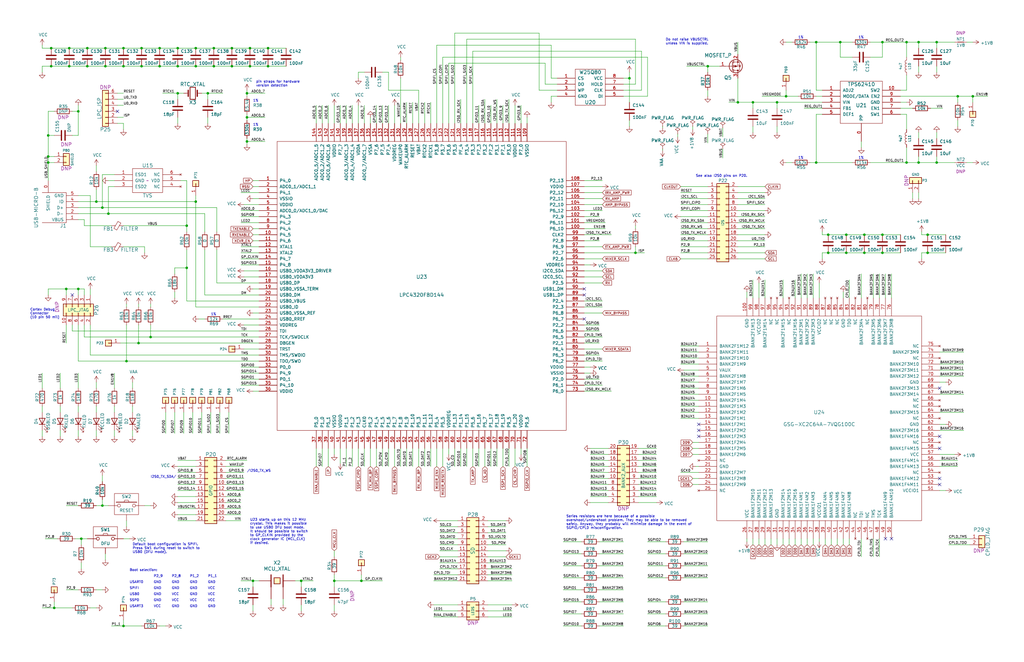
<source format=kicad_sch>
(kicad_sch (version 20211123) (generator eeschema)
  (paper "User" 431.8 279.4)
  (title_block (title "${TITLE}") (date "${DATE}") (rev "${VERSION}") (company "${COPYRIGHT}") (comment 1 "${LICENSE}"))
  (junction (at 34.29 227.33))
  (junction (at 354.33 17.78))
  (junction (at 29.21 27.94))
  (junction (at 311.15 43.18))
  (junction (at 20.32 68.58))
  (junction (at 127 245.11))
  (junction (at 106.68 245.11))
  (junction (at 344.17 68.58))
  (junction (at 267.97 106.68))
  (junction (at 90.17 27.94))
  (junction (at 391.16 106.68))
  (junction (at 331.47 40.64))
  (junction (at 67.31 20.32))
  (junction (at 394.97 17.78))
  (junction (at 52.07 264.16))
  (junction (at 20.32 66.04))
  (junction (at 403.86 40.64))
  (junction (at 33.02 121.92))
  (junction (at 372.11 99.06))
  (junction (at 27.94 121.92))
  (junction (at 74.93 27.94))
  (junction (at 113.03 20.32))
  (junction (at 63.5 142.24))
  (junction (at 52.07 27.94))
  (junction (at 67.31 27.94))
  (junction (at 349.25 106.68))
  (junction (at 36.83 27.94))
  (junction (at 33.02 46.99))
  (junction (at 74.93 39.37))
  (junction (at 364.49 106.68))
  (junction (at 82.55 20.32))
  (junction (at 113.03 27.94))
  (junction (at 78.74 113.03))
  (junction (at 87.63 39.37))
  (junction (at 82.55 27.94))
  (junction (at 372.11 17.78))
  (junction (at 82.55 85.09))
  (junction (at 53.34 152.4))
  (junction (at 298.45 27.94))
  (junction (at 59.69 20.32))
  (junction (at 44.45 20.32))
  (junction (at 58.42 144.78))
  (junction (at 317.5 43.18))
  (junction (at 78.74 95.25))
  (junction (at 43.18 87.63))
  (junction (at 387.35 68.58))
  (junction (at 387.35 17.78))
  (junction (at 97.79 20.32))
  (junction (at 74.93 20.32))
  (junction (at 104.14 39.37))
  (junction (at 105.41 27.94))
  (junction (at 59.69 27.94))
  (junction (at 21.59 20.32))
  (junction (at 152.4 245.11))
  (junction (at 29.21 20.32))
  (junction (at 36.83 20.32))
  (junction (at 140.97 245.11))
  (junction (at 97.79 27.94))
  (junction (at 364.49 99.06))
  (junction (at 20.32 57.15))
  (junction (at 382.27 17.78))
  (junction (at 43.18 213.36))
  (junction (at 356.87 106.68))
  (junction (at 391.16 99.06))
  (junction (at 45.72 90.17))
  (junction (at 382.27 68.58))
  (junction (at 105.41 20.32))
  (junction (at 52.07 20.32))
  (junction (at 104.14 49.53))
  (junction (at 394.97 68.58))
  (junction (at 44.45 27.94))
  (junction (at 372.11 106.68))
  (junction (at 344.17 17.78))
  (junction (at 349.25 99.06))
  (junction (at 40.64 85.09))
  (junction (at 327.66 43.18))
  (junction (at 21.59 27.94))
  (junction (at 265.43 33.02))
  (junction (at 356.87 99.06))
  (junction (at 22.86 256.54))
  (junction (at 90.17 20.32))
  (junction (at 410.21 40.64))
  (junction (at 104.14 59.69))
  (no_connect (at 396.24 204.47))
  (no_connect (at 246.38 134.62))
  (no_connect (at 396.24 184.15))
  (no_connect (at 294.64 181.61))
  (no_connect (at 49.53 46.99))
  (no_connect (at 294.64 184.15))
  (no_connect (at 246.38 121.92))
  (no_connect (at 246.38 124.46))
  (no_connect (at 396.24 163.83))
  (no_connect (at 294.64 179.07))
  (no_connect (at 375.92 227.33))
  (no_connect (at 396.24 189.23))
  (no_connect (at 30.48 124.46))
  (no_connect (at 396.24 201.93))
  (no_connect (at 373.38 227.33))
  (wire (pts (xy 246.38 129.54) (xy 254 129.54)))
  (wire (pts (xy 265.43 33.02) (xy 265.43 43.18)))
  (wire (pts (xy 176.53 196.85) (xy 176.53 189.23)))
  (wire (pts (xy 394.97 30.48) (xy 394.97 27.94)))
  (wire (pts (xy 181.61 43.18) (xy 181.61 52.07)))
  (wire (pts (xy 382.27 17.78) (xy 382.27 24.13)))
  (wire (pts (xy 127 245.11) (xy 132.08 245.11)))
  (wire (pts (xy 322.58 101.6) (xy 311.15 101.6)))
  (wire (pts (xy 58.42 137.16) (xy 58.42 144.78)))
  (wire (pts (xy 382.27 68.58) (xy 382.27 62.23)))
  (wire (pts (xy 20.32 121.92) (xy 27.94 121.92)))
  (wire (pts (xy 340.36 125.73) (xy 340.36 115.57)))
  (wire (pts (xy 111.76 59.69) (xy 104.14 59.69)))
  (wire (pts (xy 254 86.36) (xy 246.38 86.36)))
  (wire (pts (xy 368.3 125.73) (xy 368.3 115.57)))
  (wire (pts (xy 382.27 38.1) (xy 379.73 38.1)))
  (wire (pts (xy 322.58 125.73) (xy 322.58 118.11)))
  (wire (pts (xy 135.89 189.23) (xy 135.89 196.85)))
  (wire (pts (xy 78.74 113.03) (xy 78.74 127)))
  (wire (pts (xy 151.13 30.48) (xy 153.67 30.48)))
  (wire (pts (xy 201.93 189.23) (xy 201.93 196.85)))
  (wire (pts (xy 246.38 99.06) (xy 257.81 99.06)))
  (wire (pts (xy 49.53 41.91) (xy 52.07 41.91)))
  (wire (pts (xy 102.87 199.39) (xy 95.25 199.39)))
  (wire (pts (xy 179.07 189.23) (xy 179.07 196.85)))
  (wire (pts (xy 222.25 189.23) (xy 222.25 196.85)))
  (wire (pts (xy 27.94 121.92) (xy 27.94 124.46)))
  (wire (pts (xy 280.67 264.16) (xy 273.05 264.16)))
  (wire (pts (xy 199.39 189.23) (xy 199.39 196.85)))
  (wire (pts (xy 109.22 109.22) (xy 101.6 109.22)))
  (wire (pts (xy 372.11 17.78) (xy 382.27 17.78)))
  (wire (pts (xy 30.48 137.16) (xy 30.48 139.7)))
  (wire (pts (xy 248.92 201.93) (xy 256.54 201.93)))
  (wire (pts (xy 354.33 24.13) (xy 359.41 24.13)))
  (wire (pts (xy 29.21 20.32) (xy 36.83 20.32)))
  (wire (pts (xy 353.06 227.33) (xy 353.06 229.87)))
  (wire (pts (xy 232.41 19.05) (xy 184.15 19.05)))
  (wire (pts (xy 185.42 237.49) (xy 193.04 237.49)))
  (wire (pts (xy 207.01 189.23) (xy 207.01 196.85)))
  (wire (pts (xy 171.45 196.85) (xy 171.45 189.23)))
  (wire (pts (xy 379.73 40.64) (xy 403.86 40.64)))
  (wire (pts (xy 29.21 27.94) (xy 36.83 27.94)))
  (wire (pts (xy 246.38 106.68) (xy 267.97 106.68)))
  (wire (pts (xy 153.67 189.23) (xy 153.67 196.85)))
  (wire (pts (xy 109.22 99.06) (xy 106.68 99.06)))
  (wire (pts (xy 394.97 68.58) (xy 402.59 68.58)))
  (wire (pts (xy 322.58 83.82) (xy 311.15 83.82)))
  (wire (pts (xy 104.14 39.37) (xy 104.14 40.64)))
  (wire (pts (xy 21.59 20.32) (xy 29.21 20.32)))
  (wire (pts (xy 267.97 106.68) (xy 271.78 106.68)))
  (wire (pts (xy 279.4 62.865) (xy 279.4 63.5)))
  (wire (pts (xy 267.97 95.25) (xy 267.97 96.52)))
  (wire (pts (xy 367.03 68.58) (xy 382.27 68.58)))
  (wire (pts (xy 354.33 17.78) (xy 354.33 24.13)))
  (wire (pts (xy 273.05 40.64) (xy 262.89 40.64)))
  (wire (pts (xy 33.02 85.09) (xy 40.64 85.09)))
  (wire (pts (xy 33.02 121.92) (xy 35.56 121.92)))
  (wire (pts (xy 307.34 43.18) (xy 311.15 43.18)))
  (wire (pts (xy 17.78 19.05) (xy 17.78 20.32)))
  (wire (pts (xy 49.53 49.53) (xy 52.07 49.53)))
  (wire (pts (xy 322.58 227.33) (xy 322.58 229.87)))
  (wire (pts (xy 246.38 165.1) (xy 257.81 165.1)))
  (wire (pts (xy 85.09 182.88) (xy 85.09 173.99)))
  (wire (pts (xy 269.24 196.85) (xy 276.86 196.85)))
  (wire (pts (xy 294.64 176.53) (xy 287.02 176.53)))
  (wire (pts (xy 342.9 125.73) (xy 342.9 115.57)))
  (wire (pts (xy 246.38 93.98) (xy 255.27 93.98)))
  (wire (pts (xy 246.38 83.82) (xy 254 83.82)))
  (wire (pts (xy 287.02 163.83) (xy 294.64 163.83)))
  (wire (pts (xy 90.17 27.94) (xy 97.79 27.94)))
  (wire (pts (xy 246.38 139.7) (xy 252.73 139.7)))
  (wire (pts (xy 410.21 40.64) (xy 416.56 40.64)))
  (wire (pts (xy 153.67 44.45) (xy 153.67 52.07)))
  (wire (pts (xy 82.55 217.17) (xy 74.93 217.17)))
  (wire (pts (xy 288.29 243.84) (xy 298.45 243.84)))
  (wire (pts (xy 248.92 191.77) (xy 256.54 191.77)))
  (wire (pts (xy 20.32 57.15) (xy 22.86 57.15)))
  (wire (pts (xy 82.55 199.39) (xy 74.93 199.39)))
  (wire (pts (xy 331.47 40.64) (xy 336.55 40.64)))
  (wire (pts (xy 367.03 24.13) (xy 372.11 24.13)))
  (wire (pts (xy 38.1 121.92) (xy 38.1 124.46)))
  (wire (pts (xy 58.42 144.78) (xy 109.22 144.78)))
  (wire (pts (xy 280.67 243.84) (xy 273.05 243.84)))
  (wire (pts (xy 43.18 213.36) (xy 43.18 210.82)))
  (wire (pts (xy 33.02 213.36) (xy 27.94 213.36)))
  (wire (pts (xy 205.74 242.57) (xy 215.9 242.57)))
  (wire (pts (xy 152.4 245.11) (xy 161.29 245.11)))
  (wire (pts (xy 334.01 68.58) (xy 331.47 68.58)))
  (wire (pts (xy 55.88 161.29) (xy 55.88 163.83)))
  (wire (pts (xy 227.33 38.1) (xy 234.95 38.1)))
  (wire (pts (xy 151.13 44.45) (xy 151.13 52.07)))
  (wire (pts (xy 43.18 248.92) (xy 40.64 248.92)))
  (wire (pts (xy 245.11 243.84) (xy 237.49 243.84)))
  (wire (pts (xy 48.26 157.48) (xy 48.26 163.83)))
  (wire (pts (xy 252.73 238.76) (xy 262.89 238.76)))
  (wire (pts (xy 311.15 86.36) (xy 322.58 86.36)))
  (wire (pts (xy 394.97 17.78) (xy 402.59 17.78)))
  (wire (pts (xy 292.1 53.34) (xy 292.1 54.61)))
  (wire (pts (xy 82.55 27.94) (xy 90.17 27.94)))
  (wire (pts (xy 246.38 96.52) (xy 255.27 96.52)))
  (wire (pts (xy 33.02 171.45) (xy 33.02 173.99)))
  (wire (pts (xy 407.67 17.78) (xy 410.21 17.78)))
  (wire (pts (xy 74.93 194.31) (xy 82.55 194.31)))
  (wire (pts (xy 245.11 248.92) (xy 237.49 248.92)))
  (wire (pts (xy 40.64 256.54) (xy 38.1 256.54)))
  (wire (pts (xy 90.17 20.32) (xy 97.79 20.32)))
  (wire (pts (xy 288.29 259.08) (xy 298.45 259.08)))
  (wire (pts (xy 214.63 189.23) (xy 214.63 196.85)))
  (wire (pts (xy 331.47 38.1) (xy 331.47 40.64)))
  (wire (pts (xy 81.28 182.88) (xy 81.28 173.99)))
  (wire (pts (xy 382.27 43.18) (xy 379.73 43.18)))
  (wire (pts (xy 408.94 229.87) (xy 400.05 229.87)))
  (wire (pts (xy 280.67 228.6) (xy 273.05 228.6)))
  (wire (pts (xy 256.54 199.39) (xy 248.92 199.39)))
  (wire (pts (xy 384.81 45.72) (xy 379.73 45.72)))
  (wire (pts (xy 46.99 264.16) (xy 52.07 264.16)))
  (wire (pts (xy 104.14 60.96) (xy 104.14 59.69)))
  (wire (pts (xy 287.02 173.99) (xy 294.64 173.99)))
  (wire (pts (xy 63.5 142.24) (xy 109.22 142.24)))
  (wire (pts (xy 102.87 114.3) (xy 109.22 114.3)))
  (wire (pts (xy 60.96 213.36) (xy 63.5 213.36)))
  (wire (pts (xy 73.66 113.03) (xy 73.66 115.57)))
  (wire (pts (xy 246.38 132.08) (xy 254 132.08)))
  (wire (pts (xy 82.55 209.55) (xy 74.93 209.55)))
  (wire (pts (xy 181.61 189.23) (xy 181.61 196.85)))
  (wire (pts (xy 156.21 189.23) (xy 156.21 196.85)))
  (wire (pts (xy 87.63 52.07) (xy 87.63 49.53)))
  (wire (pts (xy 78.74 76.2) (xy 78.74 95.25)))
  (wire (pts (xy 252.73 254) (xy 262.89 254)))
  (wire (pts (xy 349.25 106.68) (xy 356.87 106.68)))
  (wire (pts (xy 396.24 179.07) (xy 398.78 179.07)))
  (wire (pts (xy 367.03 17.78) (xy 372.11 17.78)))
  (wire (pts (xy 288.29 264.16) (xy 298.45 264.16)))
  (wire (pts (xy 17.78 256.54) (xy 22.86 256.54)))
  (wire (pts (xy 252.73 233.68) (xy 262.89 233.68)))
  (wire (pts (xy 387.35 17.78) (xy 387.35 20.32)))
  (wire (pts (xy 30.48 46.99) (xy 33.02 46.99)))
  (wire (pts (xy 322.58 81.28) (xy 311.15 81.28)))
  (wire (pts (xy 327.66 43.18) (xy 346.71 43.18)))
  (wire (pts (xy 138.43 52.07) (xy 138.43 44.45)))
  (wire (pts (xy 396.24 148.59) (xy 406.4 148.59)))
  (wire (pts (xy 276.86 209.55) (xy 269.24 209.55)))
  (wire (pts (xy 185.42 219.71) (xy 193.04 219.71)))
  (wire (pts (xy 138.43 196.85) (xy 138.43 189.23)))
  (wire (pts (xy 212.09 52.07) (xy 212.09 44.45)))
  (wire (pts (xy 280.67 233.68) (xy 273.05 233.68)))
  (wire (pts (xy 294.64 158.75) (xy 287.02 158.75)))
  (wire (pts (xy 317.5 227.33) (xy 317.5 229.87)))
  (wire (pts (xy 143.51 52.07) (xy 143.51 44.45)))
  (wire (pts (xy 78.74 105.41) (xy 78.74 113.03)))
  (wire (pts (xy 176.53 38.1) (xy 176.53 52.07)))
  (wire (pts (xy 248.92 207.01) (xy 256.54 207.01)))
  (wire (pts (xy 109.22 78.74) (xy 106.68 78.74)))
  (wire (pts (xy 317.5 43.18) (xy 327.66 43.18)))
  (wire (pts (xy 152.4 242.57) (xy 152.4 245.11)))
  (wire (pts (xy 82.55 20.32) (xy 90.17 20.32)))
  (wire (pts (xy 294.64 171.45) (xy 287.02 171.45)))
  (wire (pts (xy 140.97 191.77) (xy 140.97 189.23)))
  (wire (pts (xy 101.6 111.76) (xy 109.22 111.76)))
  (wire (pts (xy 127 247.65) (xy 127 245.11)))
  (wire (pts (xy 96.52 182.88) (xy 96.52 173.99)))
  (wire (pts (xy 20.32 66.04) (xy 20.32 68.58)))
  (wire (pts (xy 74.93 201.93) (xy 82.55 201.93)))
  (wire (pts (xy 205.74 229.87) (xy 213.36 229.87)))
  (wire (pts (xy 163.83 30.48) (xy 163.83 38.1)))
  (wire (pts (xy 344.17 40.64) (xy 346.71 40.64)))
  (wire (pts (xy 288.29 156.21) (xy 294.64 156.21)))
  (wire (pts (xy 215.9 260.35) (xy 205.74 260.35)))
  (wire (pts (xy 358.14 227.33) (xy 358.14 229.87)))
  (wire (pts (xy 254 127) (xy 246.38 127)))
  (wire (pts (xy 109.22 162.56) (xy 101.6 162.56)))
  (wire (pts (xy 17.78 181.61) (xy 17.78 184.15)))
  (wire (pts (xy 327.66 43.18) (xy 327.66 45.72)))
  (wire (pts (xy 287.02 91.44) (xy 298.45 91.44)))
  (wire (pts (xy 163.83 52.07) (xy 163.83 44.45)))
  (wire (pts (xy 273.05 238.76) (xy 280.67 238.76)))
  (wire (pts (xy 287.02 106.68) (xy 298.45 106.68)))
  (wire (pts (xy 322.58 106.68) (xy 311.15 106.68)))
  (wire (pts (xy 43.18 213.36) (xy 45.72 213.36)))
  (wire (pts (xy 347.98 227.33) (xy 347.98 229.87)))
  (wire (pts (xy 20.32 121.92) (xy 20.32 124.46)))
  (wire (pts (xy 396.24 173.99) (xy 406.4 173.99)))
  (wire (pts (xy 215.9 245.11) (xy 205.74 245.11)))
  (wire (pts (xy 60.96 104.14) (xy 60.96 106.68)))
  (wire (pts (xy 246.38 101.6) (xy 252.73 101.6)))
  (wire (pts (xy 168.91 24.13) (xy 168.91 25.4)))
  (wire (pts (xy 294.64 151.13) (xy 287.02 151.13)))
  (wire (pts (xy 73.66 125.73) (xy 73.66 123.19)))
  (wire (pts (xy 74.93 39.37) (xy 77.47 39.37)))
  (wire (pts (xy 254 76.2) (xy 246.38 76.2)))
  (wire (pts (xy 245.11 259.08) (xy 237.49 259.08)))
  (wire (pts (xy 314.96 125.73) (xy 314.96 123.19)))
  (wire (pts (xy 101.6 88.9) (xy 109.22 88.9)))
  (wire (pts (xy 334.01 17.78) (xy 331.47 17.78)))
  (wire (pts (xy 166.37 44.45) (xy 166.37 52.07)))
  (wire (pts (xy 384.81 83.82) (xy 384.81 81.28)))
  (wire (pts (xy 294.64 186.69) (xy 292.1 186.69)))
  (wire (pts (xy 25.4 181.61) (xy 25.4 184.15)))
  (wire (pts (xy 246.38 142.24) (xy 254 142.24)))
  (wire (pts (xy 95.25 209.55) (xy 101.6 209.55)))
  (wire (pts (xy 20.32 66.04) (xy 22.86 66.04)))
  (wire (pts (xy 33.02 152.4) (xy 33.02 137.16)))
  (wire (pts (xy 21.59 27.94) (xy 29.21 27.94)))
  (wire (pts (xy 182.88 242.57) (xy 193.04 242.57)))
  (wire (pts (xy 298.45 27.94) (xy 303.53 27.94)))
  (wire (pts (xy 311.15 22.86) (xy 311.15 17.78)))
  (wire (pts (xy 246.38 88.9) (xy 254 88.9)))
  (wire (pts (xy 63.5 137.16) (xy 63.5 142.24)))
  (wire (pts (xy 34.29 227.33) (xy 36.83 227.33)))
  (wire (pts (xy 45.72 78.74) (xy 45.72 90.17)))
  (wire (pts (xy 287.02 83.82) (xy 298.45 83.82)))
  (wire (pts (xy 40.64 80.01) (xy 40.64 85.09)))
  (wire (pts (xy 398.78 207.01) (xy 396.24 207.01)))
  (wire (pts (xy 113.03 27.94) (xy 120.65 27.94)))
  (wire (pts (xy 314.96 228.6) (xy 314.96 227.33)))
  (wire (pts (xy 49.53 44.45) (xy 52.07 44.45)))
  (wire (pts (xy 394.97 68.58) (xy 394.97 66.04)))
  (wire (pts (xy 248.92 154.94) (xy 246.38 154.94)))
  (wire (pts (xy 191.77 13.97) (xy 191.77 52.07)))
  (wire (pts (xy 95.25 207.01) (xy 102.87 207.01)))
  (wire (pts (xy 388.62 106.68) (xy 388.62 109.22)))
  (wire (pts (xy 382.27 68.58) (xy 387.35 68.58)))
  (wire (pts (xy 403.86 40.64) (xy 410.21 40.64)))
  (wire (pts (xy 40.64 163.83) (xy 40.64 161.29)))
  (wire (pts (xy 322.58 91.44) (xy 311.15 91.44)))
  (wire (pts (xy 40.64 85.09) (xy 82.55 85.09)))
  (wire (pts (xy 102.87 116.84) (xy 109.22 116.84)))
  (wire (pts (xy 294.64 204.47) (xy 292.1 204.47)))
  (wire (pts (xy 209.55 189.23) (xy 209.55 196.85)))
  (wire (pts (xy 44.45 236.22) (xy 44.45 233.68)))
  (wire (pts (xy 387.35 83.82) (xy 387.35 81.28)))
  (wire (pts (xy 35.56 121.92) (xy 35.56 124.46)))
  (wire (pts (xy 20.32 68.58) (xy 20.32 76.2)))
  (wire (pts (xy 74.93 20.32) (xy 82.55 20.32)))
  (wire (pts (xy 34.29 229.87) (xy 34.29 227.33)))
  (wire (pts (xy 52.07 264.16) (xy 59.69 264.16)))
  (wire (pts (xy 95.25 214.63) (xy 101.6 214.63)))
  (wire (pts (xy 106.68 257.81) (xy 106.68 255.27)))
  (wire (pts (xy 194.31 189.23) (xy 194.31 196.85)))
  (wire (pts (xy 158.75 189.23) (xy 158.75 196.85)))
  (wire (pts (xy 140.97 257.81) (xy 140.97 255.27)))
  (wire (pts (xy 344.17 48.26) (xy 346.71 48.26)))
  (wire (pts (xy 196.85 189.23) (xy 196.85 196.85)))
  (wire (pts (xy 363.22 115.57) (xy 363.22 125.73)))
  (wire (pts (xy 109.22 149.86) (xy 38.1 149.86)))
  (wire (pts (xy 322.58 88.9) (xy 311.15 88.9)))
  (wire (pts (xy 304.8 57.785) (xy 304.8 53.975)))
  (wire (pts (xy 36.83 20.32) (xy 44.45 20.32)))
  (wire (pts (xy 396.24 158.75) (xy 406.4 158.75)))
  (wire (pts (xy 52.07 261.62) (xy 52.07 264.16)))
  (wire (pts (xy 31.75 227.33) (xy 34.29 227.33)))
  (wire (pts (xy 387.35 30.48) (xy 387.35 27.94)))
  (wire (pts (xy 69.85 182.88) (xy 69.85 173.99)))
  (wire (pts (xy 217.17 189.23) (xy 217.17 196.85)))
  (wire (pts (xy 248.92 111.76) (xy 246.38 111.76)))
  (wire (pts (xy 364.49 99.06) (xy 372.11 99.06)))
  (wire (pts (xy 280.67 254) (xy 273.05 254)))
  (wire (pts (xy 285.75 56.515) (xy 285.75 57.785)))
  (wire (pts (xy 186.69 24.13) (xy 186.69 52.07)))
  (wire (pts (xy 213.36 237.49) (xy 205.74 237.49)))
  (wire (pts (xy 140.97 245.11) (xy 152.4 245.11)))
  (wire (pts (xy 294.64 166.37) (xy 287.02 166.37)))
  (wire (pts (xy 35.56 137.16) (xy 35.56 142.24)))
  (wire (pts (xy 205.74 227.33) (xy 213.36 227.33)))
  (wire (pts (xy 91.44 87.63) (xy 91.44 97.79)))
  (wire (pts (xy 341.63 17.78) (xy 344.17 17.78)))
  (wire (pts (xy 33.02 157.48) (xy 33.02 163.83)))
  (wire (pts (xy 104.14 59.69) (xy 104.14 58.42)))
  (wire (pts (xy 273.05 24.13) (xy 273.05 40.64)))
  (wire (pts (xy 252.73 259.08) (xy 262.89 259.08)))
  (wire (pts (xy 87.63 39.37) (xy 87.63 41.91)))
  (wire (pts (xy 317.5 43.18) (xy 317.5 45.72)))
  (wire (pts (xy 193.04 232.41) (xy 185.42 232.41)))
  (wire (pts (xy 246.38 160.02) (xy 252.73 160.02)))
  (wire (pts (xy 364.49 106.68) (xy 372.11 106.68)))
  (wire (pts (xy 363.22 62.23) (xy 363.22 59.69)))
  (wire (pts (xy 344.17 17.78) (xy 354.33 17.78)))
  (wire (pts (xy 407.67 68.58) (xy 410.21 68.58)))
  (wire (pts (xy 106.68 247.65) (xy 106.68 245.11)))
  (wire (pts (xy 193.04 234.95) (xy 185.42 234.95)))
  (wire (pts (xy 74.93 207.01) (xy 82.55 207.01)))
  (wire (pts (xy 102.87 137.16) (xy 109.22 137.16)))
  (wire (pts (xy 356.87 106.68) (xy 364.49 106.68)))
  (wire (pts (xy 245.11 238.76) (xy 237.49 238.76)))
  (wire (pts (xy 148.59 189.23) (xy 148.59 196.85)))
  (wire (pts (xy 43.18 200.66) (xy 43.18 203.2)))
  (wire (pts (xy 30.48 139.7) (xy 109.22 139.7)))
  (wire (pts (xy 189.23 191.77) (xy 189.23 189.23)))
  (wire (pts (xy 391.16 99.06) (xy 398.78 99.06)))
  (wire (pts (xy 34.29 240.03) (xy 34.29 237.49)))
  (wire (pts (xy 151.13 33.02) (xy 151.13 30.48)))
  (wire (pts (xy 102.87 86.36) (xy 109.22 86.36)))
  (wire (pts (xy 25.4 157.48) (xy 25.4 163.83)))
  (wire (pts (xy 104.14 49.53) (xy 104.14 50.8)))
  (wire (pts (xy 74.93 39.37) (xy 74.93 41.91)))
  (wire (pts (xy 320.04 125.73) (xy 320.04 119.38)))
  (wire (pts (xy 287.02 109.22) (xy 298.45 109.22)))
  (wire (pts (xy 67.31 27.94) (xy 74.93 27.94)))
  (wire (pts (xy 246.38 144.78) (xy 252.73 144.78)))
  (wire (pts (xy 232.41 43.18) (xy 232.41 40.64)))
  (wire (pts (xy 33.02 152.4) (xy 53.34 152.4)))
  (wire (pts (xy 17.78 20.32) (xy 21.59 20.32)))
  (wire (pts (xy 78.74 113.03) (xy 73.66 113.03)))
  (wire (pts (xy 156.21 49.53) (xy 156.21 52.07)))
  (wire (pts (xy 254 116.84) (xy 246.38 116.84)))
  (wire (pts (xy 82.55 129.54) (xy 109.22 129.54)))
  (wire (pts (xy 396.24 194.31) (xy 403.86 194.31)))
  (wire (pts (xy 106.68 76.2) (xy 109.22 76.2)))
  (wire (pts (xy 254 78.74) (xy 246.38 78.74)))
  (wire (pts (xy 193.04 222.25) (xy 185.42 222.25)))
  (wire (pts (xy 24.13 227.33) (xy 19.05 227.33)))
  (wire (pts (xy 101.6 219.71) (xy 95.25 219.71)))
  (wire (pts (xy 95.25 212.09) (xy 101.6 212.09)))
  (wire (pts (xy 193.04 229.87) (xy 185.42 229.87)))
  (wire (pts (xy 287.02 88.9) (xy 298.45 88.9)))
  (wire (pts (xy 388.62 106.68) (xy 391.16 106.68)))
  (wire (pts (xy 91.44 105.41) (xy 91.44 119.38)))
  (wire (pts (xy 335.28 125.73) (xy 335.28 118.11)))
  (wire (pts (xy 287.02 199.39) (xy 294.64 199.39)))
  (wire (pts (xy 370.84 227.33) (xy 370.84 234.95)))
  (wire (pts (xy 59.69 27.94) (xy 67.31 27.94)))
  (wire (pts (xy 276.86 199.39) (xy 269.24 199.39)))
  (wire (pts (xy 102.87 196.85) (xy 95.25 196.85)))
  (wire (pts (xy 387.35 68.58) (xy 394.97 68.58)))
  (wire (pts (xy 335.28 227.33) (xy 335.28 229.87)))
  (wire (pts (xy 311.15 33.02) (xy 311.15 43.18)))
  (wire (pts (xy 40.64 171.45) (xy 40.64 173.99)))
  (wire (pts (xy 254 81.28) (xy 246.38 81.28)))
  (wire (pts (xy 349.25 99.06) (xy 356.87 99.06)))
  (wire (pts (xy 55.88 181.61) (xy 55.88 184.15)))
  (wire (pts (xy 403.86 43.18) (xy 403.86 40.64)))
  (wire (pts (xy 209.55 52.07) (xy 209.55 41.91)))
  (wire (pts (xy 372.11 99.06) (xy 379.73 99.06)))
  (wire (pts (xy 245.11 233.68) (xy 237.49 233.68)))
  (wire (pts (xy 182.88 255.27) (xy 193.04 255.27)))
  (wire (pts (xy 204.47 196.85) (xy 204.47 189.23)))
  (wire (pts (xy 294.64 196.85) (xy 293.37 196.85)))
  (wire (pts (xy 109.22 93.98) (xy 101.6 93.98)))
  (wire (pts (xy 337.82 125.73) (xy 337.82 115.57)))
  (wire (pts (xy 161.29 52.07) (xy 161.29 44.45)))
  (wire (pts (xy 246.38 149.86) (xy 252.73 149.86)))
  (wire (pts (xy 232.41 40.64) (xy 234.95 40.64)))
  (wire (pts (xy 35.56 95.25) (xy 35.56 92.71)))
  (wire (pts (xy 330.2 125.73) (xy 330.2 118.11)))
  (wire (pts (xy 375.92 115.57) (xy 375.92 125.73)))
  (wire (pts (xy 287.02 101.6) (xy 298.45 101.6)))
  (wire (pts (xy 53.34 128.27) (xy 53.34 129.54)))
  (wire (pts (xy 17.78 163.83) (xy 17.78 157.48)))
  (wire (pts (xy 207.01 52.07) (xy 207.01 44.45)))
  (wire (pts (xy 205.74 224.79) (xy 213.36 224.79)))
  (wire (pts (xy 298.45 96.52) (xy 287.02 96.52)))
  (wire (pts (xy 276.86 191.77) (xy 269.24 191.77)))
  (wire (pts (xy 372.11 24.13) (xy 372.11 17.78)))
  (wire (pts (xy 193.04 227.33) (xy 185.42 227.33)))
  (wire (pts (xy 396.24 153.67) (xy 406.4 153.67)))
  (wire (pts (xy 109.22 96.52) (xy 106.68 96.52)))
  (wire (pts (xy 25.4 171.45) (xy 25.4 173.99)))
  (wire (pts (xy 215.9 240.03) (xy 205.74 240.03)))
  (wire (pts (xy 143.51 195.58) (xy 143.51 189.23)))
  (wire (pts (xy 322.58 78.74) (xy 311.15 78.74)))
  (wire (pts (xy 17.78 171.45) (xy 17.78 173.99)))
  (wire (pts (xy 86.36 105.41) (xy 86.36 124.46)))
  (wire (pts (xy 363.22 227.33) (xy 363.22 234.95)))
  (wire (pts (xy 245.11 254) (xy 237.49 254)))
  (wire (pts (xy 219.71 52.07) (xy 219.71 44.45)))
  (wire (pts (xy 346.71 38.1) (xy 344.17 38.1)))
  (wire (pts (xy 317.5 125.73) (xy 317.5 118.11)))
  (wire (pts (xy 267.97 16.51) (xy 267.97 35.56)))
  (wire (pts (xy 33.02 90.17) (xy 45.72 90.17)))
  (wire (pts (xy 256.54 194.31) (xy 248.92 194.31)))
  (wire (pts (xy 92.71 182.88) (xy 92.71 173.99)))
  (wire (pts (xy 104.14 194.31) (xy 95.25 194.31)))
  (wire (pts (xy 256.54 209.55) (xy 248.92 209.55)))
  (wire (pts (xy 248.92 212.09) (xy 256.54 212.09)))
  (wire (pts (xy 252.73 264.16) (xy 262.89 264.16)))
  (wire (pts (xy 354.33 17.78) (xy 359.41 17.78)))
  (wire (pts (xy 267.97 35.56) (xy 262.89 35.56)))
  (wire (pts (xy 93.98 134.62) (xy 109.22 134.62)))
  (wire (pts (xy 67.31 20.32) (xy 74.93 20.32)))
  (wire (pts (xy 344.17 68.58) (xy 359.41 68.58)))
  (wire (pts (xy 287.02 99.06) (xy 298.45 99.06)))
  (wire (pts (xy 109.22 106.68) (xy 101.6 106.68)))
  (wire (pts (xy 262.89 33.02) (xy 265.43 33.02)))
  (wire (pts (xy 270.51 21.59) (xy 270.51 38.1)))
  (wire (pts (xy 265.43 53.34) (xy 265.43 50.8)))
  (wire (pts (xy 344.17 68.58) (xy 344.17 48.26)))
  (wire (pts (xy 20.32 57.15) (xy 20.32 66.04)))
  (wire (pts (xy 229.87 35.56) (xy 234.95 35.56)))
  (wire (pts (xy 40.64 181.61) (xy 40.64 184.15)))
  (wire (pts (xy 287.02 168.91) (xy 294.64 168.91)))
  (wire (pts (xy 88.9 182.88) (xy 88.9 173.99)))
  (wire (pts (xy 322.58 99.06) (xy 311.15 99.06)))
  (wire (pts (xy 256.54 189.23) (xy 248.92 189.23)))
  (wire (pts (xy 246.38 162.56) (xy 254 162.56)))
  (wire (pts (xy 396.24 156.21) (xy 406.4 156.21)))
  (wire (pts (xy 106.68 83.82) (xy 109.22 83.82)))
  (wire (pts (xy 168.91 33.02) (xy 168.91 52.07)))
  (wire (pts (xy 254 147.32) (xy 246.38 147.32)))
  (wire (pts (xy 146.05 189.23) (xy 146.05 196.85)))
  (wire (pts (xy 339.09 45.72) (xy 346.71 45.72)))
  (wire (pts (xy 109.22 101.6) (xy 106.68 101.6)))
  (wire (pts (xy 294.64 191.77) (xy 292.1 191.77)))
  (wire (pts (xy 52.07 227.33) (xy 54.61 227.33)))
  (wire (pts (xy 394.97 17.78) (xy 394.97 20.32)))
  (wire (pts (xy 36.83 27.94) (xy 44.45 27.94)))
  (wire (pts (xy 48.26 78.74) (xy 45.72 78.74)))
  (wire (pts (xy 50.8 144.78) (xy 58.42 144.78)))
  (wire (pts (xy 265.43 30.48) (xy 265.43 33.02)))
  (wire (pts (xy 321.31 40.64) (xy 331.47 40.64)))
  (wire (pts (xy 73.66 182.88) (xy 73.66 173.99)))
  (wire (pts (xy 288.29 228.6) (xy 298.45 228.6)))
  (wire (pts (xy 304.8 66.675) (xy 304.8 62.865)))
  (wire (pts (xy 410.21 40.64) (xy 410.21 43.18)))
  (wire (pts (xy 396.24 161.29) (xy 398.78 161.29)))
  (wire (pts (xy 246.38 91.44) (xy 252.73 91.44)))
  (wire (pts (xy 105.41 27.94) (xy 113.03 27.94)))
  (wire (pts (xy 105.41 20.32) (xy 113.03 20.32)))
  (wire (pts (xy 127 257.81) (xy 127 255.27)))
  (wire (pts (xy 287.02 104.14) (xy 298.45 104.14)))
  (wire (pts (xy 373.38 125.73) (xy 373.38 115.57)))
  (wire (pts (xy 391.16 106.68) (xy 398.78 106.68)))
  (wire (pts (xy 179.07 52.07) (xy 179.07 43.18)))
  (wire (pts (xy 102.87 204.47) (xy 95.25 204.47)))
  (wire (pts (xy 294.64 146.05) (xy 287.02 146.05)))
  (wire (pts (xy 109.22 81.28) (xy 101.6 81.28)))
  (wire (pts (xy 135.89 44.45) (xy 135.89 52.07)))
  (wire (pts (xy 368.3 227.33) (xy 368.3 234.95)))
  (wire (pts (xy 358.14 125.73) (xy 358.14 118.11)))
  (wire (pts (xy 53.34 219.71) (xy 53.34 222.25)))
  (wire (pts (xy 109.22 154.94) (xy 101.6 154.94)))
  (wire (pts (xy 396.24 196.85) (xy 403.86 196.85)))
  (wire (pts (xy 248.92 157.48) (xy 246.38 157.48)))
  (wire (pts (xy 322.58 104.14) (xy 311.15 104.14)))
  (wire (pts (xy 68.58 39.37) (xy 74.93 39.37)))
  (wire (pts (xy 151.13 196.85) (xy 151.13 189.23)))
  (wire (pts (xy 408.94 227.33) (xy 400.05 227.33)))
  (wire (pts (xy 196.85 16.51) (xy 267.97 16.51)))
  (wire (pts (xy 227.33 13.97) (xy 227.33 38.1)))
  (wire (pts (xy 191.77 189.23) (xy 191.77 196.85)))
  (wire (pts (xy 53.34 152.4) (xy 109.22 152.4)))
  (wire (pts (xy 270.51 38.1) (xy 262.89 38.1)))
  (wire (pts (xy 27.94 137.16) (xy 27.94 144.78)))
  (wire (pts (xy 53.34 137.16) (xy 53.34 152.4)))
  (wire (pts (xy 327.66 229.87) (xy 327.66 227.33)))
  (wire (pts (xy 289.56 27.94) (xy 298.45 27.94)))
  (wire (pts (xy 33.02 87.63) (xy 43.18 87.63)))
  (wire (pts (xy 330.2 227.33) (xy 330.2 229.87)))
  (wire (pts (xy 78.74 127) (xy 109.22 127)))
  (wire (pts (xy 196.85 52.07) (xy 196.85 16.51)))
  (wire (pts (xy 22.86 254) (xy 22.86 256.54)))
  (wire (pts (xy 146.05 44.45) (xy 146.05 52.07)))
  (wire (pts (xy 325.12 227.33) (xy 325.12 229.87)))
  (wire (pts (xy 193.04 240.03) (xy 185.42 240.03)))
  (wire (pts (xy 43.18 73.66) (xy 48.26 73.66)))
  (wire (pts (xy 298.45 86.36) (xy 287.02 86.36)))
  (wire (pts (xy 97.79 27.94) (xy 105.41 27.94)))
  (wire (pts (xy 140.97 234.95) (xy 140.97 232.41)))
  (wire (pts (xy 182.88 245.11) (xy 193.04 245.11)))
  (wire (pts (xy 245.11 228.6) (xy 237.49 228.6)))
  (wire (pts (xy 370.84 115.57) (xy 370.84 125.73)))
  (wire (pts (xy 287.02 148.59) (xy 294.64 148.59)))
  (wire (pts (xy 133.35 189.23) (xy 133.35 196.85)))
  (wire (pts (xy 67.31 264.16) (xy 69.85 264.16)))
  (wire (pts (xy 346.71 97.79) (xy 346.71 99.06)))
  (wire (pts (xy 86.36 90.17) (xy 86.36 97.79)))
  (wire (pts (xy 124.46 245.11) (xy 127 245.11)))
  (wire (pts (xy 217.17 44.45) (xy 217.17 52.07)))
  (wire (pts (xy 52.07 104.14) (xy 60.96 104.14)))
  (wire (pts (xy 163.83 189.23) (xy 163.83 196.85)))
  (wire (pts (xy 246.38 152.4) (xy 254 152.4)))
  (wire (pts (xy 104.14 49.53) (xy 111.76 49.53)))
  (wire (pts (xy 106.68 121.92) (xy 109.22 121.92)))
  (wire (pts (xy 101.6 104.14) (xy 109.22 104.14)))
  (wire (pts (xy 342.9 227.33) (xy 342.9 229.87)))
  (wire (pts (xy 219.71 191.77) (xy 219.71 189.23)))
  (wire (pts (xy 161.29 189.23) (xy 161.29 196.85)))
  (wire (pts (xy 248.92 196.85) (xy 256.54 196.85)))
  (wire (pts (xy 48.26 171.45) (xy 48.26 173.99)))
  (wire (pts (xy 252.73 228.6) (xy 262.89 228.6)))
  (wire (pts (xy 234.95 33.02) (xy 232.41 33.02)))
  (wire (pts (xy 109.22 157.48) (xy 101.6 157.48)))
  (wire (pts (xy 20.32 46.99) (xy 20.32 57.15)))
  (wire (pts (xy 320.04 227.33) (xy 320.04 229.87)))
  (wire (pts (xy 269.24 207.01) (xy 276.86 207.01)))
  (wire (pts (xy 82.55 214.63) (xy 74.93 214.63)))
  (wire (pts (xy 45.72 76.2) (xy 48.26 76.2)))
  (wire (pts (xy 43.18 87.63) (xy 91.44 87.63)))
  (wire (pts (xy 346.71 99.06) (xy 349.25 99.06)))
  (wire (pts (xy 44.45 20.32) (xy 52.07 20.32)))
  (wire (pts (xy 49.53 39.37) (xy 52.07 39.37)))
  (wire (pts (xy 82.55 212.09) (xy 74.93 212.09)))
  (wire (pts (xy 82.55 85.09) (xy 82.55 129.54)))
  (wire (pts (xy 276.86 212.09) (xy 269.24 212.09)))
  (wire (pts (xy 294.64 189.23) (xy 292.1 189.23)))
  (wire (pts (xy 166.37 189.23) (xy 166.37 196.85)))
  (wire (pts (xy 212.09 189.23) (xy 212.09 196.85)))
  (wire (pts (xy 140.97 44.45) (xy 140.97 52.07)))
  (wire (pts (xy 48.26 181.61) (xy 48.26 184.15)))
  (wire (pts (xy 182.88 260.35) (xy 193.04 260.35)))
  (wire (pts (xy 246.38 109.22) (xy 254 109.22)))
  (wire (pts (xy 87.63 39.37) (xy 93.98 39.37)))
  (wire (pts (xy 287.02 81.28) (xy 298.45 81.28)))
  (wire (pts (xy 279.4 53.34) (xy 279.4 53.975)))
  (wire (pts (xy 33.02 46.99) (xy 33.02 57.15)))
  (wire (pts (xy 294.64 161.29) (xy 287.02 161.29)))
  (wire (pts (xy 346.71 106.68) (xy 346.71 109.22)))
  (wire (pts (xy 298.45 27.94) (xy 298.45 30.48)))
  (wire (pts (xy 33.02 181.61) (xy 33.02 184.15)))
  (wire (pts (xy 35.56 95.25) (xy 46.99 95.25)))
  (wire (pts (xy 222.25 49.53) (xy 222.25 52.07)))
  (wire (pts (xy 341.63 68.58) (xy 344.17 68.58)))
  (wire (pts (xy 344.17 38.1) (xy 344.17 17.78)))
  (wire (pts (xy 394.97 55.88) (xy 394.97 58.42)))
  (wire (pts (xy 396.24 181.61) (xy 406.4 181.61)))
  (wire (pts (xy 327.66 53.34) (xy 327.66 55.88)))
  (wire (pts (xy 59.69 20.32) (xy 67.31 20.32)))
  (wire (pts (xy 85.09 39.37) (xy 87.63 39.37)))
  (wire (pts (xy 193.04 224.79) (xy 185.42 224.79)))
  (wire (pts (xy 76.2 76.2) (xy 78.74 76.2)))
  (wire (pts (xy 33.02 57.15) (xy 30.48 57.15)))
  (wire (pts (xy 205.74 222.25) (xy 213.36 222.25)))
  (wire (pts (xy 387.35 55.88) (xy 387.35 58.42)))
  (wire (pts (xy 215.9 255.27) (xy 205.74 255.27)))
  (wire (pts (xy 345.44 228.6) (xy 345.44 227.33)))
  (wire (pts (xy 252.73 137.16) (xy 246.38 137.16)))
  (wire (pts (xy 111.76 39.37) (xy 104.14 39.37)))
  (wire (pts (xy 229.87 26.67) (xy 229.87 35.56)))
  (wire (pts (xy 387.35 68.58) (xy 387.35 66.04)))
  (wire (pts (xy 113.03 20.32) (xy 120.65 20.32)))
  (wire (pts (xy 252.73 248.92) (xy 262.89 248.92)))
  (wire (pts (xy 173.99 189.23) (xy 173.99 196.85)))
  (wire (pts (xy 382.27 17.78) (xy 387.35 17.78)))
  (wire (pts (xy 104.14 48.26) (xy 104.14 49.53)))
  (wire (pts (xy 119.38 255.27) (xy 119.38 252.73)))
  (wire (pts (xy 33.02 121.92) (xy 33.02 124.46)))
  (wire (pts (xy 173.99 43.18) (xy 173.99 52.07)))
  (wire (pts (xy 184.15 189.23) (xy 184.15 196.85)))
  (wire (pts (xy 403.86 53.34) (xy 403.86 50.8)))
  (wire (pts (xy 276.86 189.23) (xy 269.24 189.23)))
  (wire (pts (xy 288.29 254) (xy 298.45 254)))
  (wire (pts (xy 86.36 124.46) (xy 109.22 124.46)))
  (wire (pts (xy 287.02 93.98) (xy 298.45 93.98)))
  (wire (pts (xy 52.07 52.07) (xy 49.53 52.07)))
  (wire (pts (xy 109.22 147.32) (xy 102.87 147.32)))
  (wire (pts (xy 52.07 95.25) (xy 78.74 95.25)))
  (wire (pts (xy 204.47 52.07) (xy 204.47 41.91)))
  (wire (pts (xy 114.3 255.27) (xy 114.3 252.73)))
  (wire (pts (xy 276.86 204.47) (xy 269.24 204.47)))
  (wire (pts (xy 402.59 191.77) (xy 396.24 191.77)))
  (wire (pts (xy 148.59 44.45) (xy 148.59 52.07)))
  (wire (pts (xy 40.64 213.36) (xy 43.18 213.36)))
  (wire (pts (xy 44.45 27.94) (xy 52.07 27.94)))
  (wire (pts (xy 213.36 219.71) (xy 205.74 219.71)))
  (wire (pts (xy 33.02 82.55) (xy 38.1 82.55)))
  (wire (pts (xy 22.86 46.99) (xy 20.32 46.99)))
  (wire (pts (xy 27.94 121.92) (xy 33.02 121.92)))
  (wire (pts (xy 311.15 43.18) (xy 317.5 43.18)))
  (wire (pts (xy 214.63 52.07) (xy 214.63 41.91)))
  (wire (pts (xy 388.62 99.06) (xy 388.62 97.79)))
  (wire (pts (xy 78.74 95.25) (xy 78.74 97.79)))
  (wire (pts (xy 276.86 194.31) (xy 269.24 194.31)))
  (wire (pts (xy 74.93 219.71) (xy 82.55 219.71)))
  (wire (pts (xy 52.07 27.94) (xy 59.69 27.94)))
  (wire (pts (xy 186.69 24.13) (xy 273.05 24.13)))
  (wire (pts (xy 74.93 196.85) (xy 82.55 196.85)))
  (wire (pts (xy 17.78 27.94) (xy 21.59 27.94)))
  (wire (pts (xy 168.91 189.23) (xy 168.91 196.85)))
  (wire (pts (xy 246.38 104.14) (xy 254 104.14)))
  (wire (pts (xy 171.45 43.18) (xy 171.45 52.07)))
  (wire (pts (xy 332.74 227.33) (xy 332.74 229.87)))
  (wire (pts (xy 194.31 52.07) (xy 194.31 41.91)))
  (wire (pts (xy 40.64 69.85) (xy 40.64 72.39)))
  (wire (pts (xy 396.24 166.37) (xy 406.4 166.37)))
  (wire (pts (xy 82.55 204.47) (xy 74.93 204.47)))
  (wire (pts (xy 97.79 20.32) (xy 105.41 20.32)))
  (wire (pts (xy 355.6 125.73) (xy 355.6 123.19)))
  (wire (pts (xy 337.82 227.33) (xy 337.82 229.87)))
  (wire (pts (xy 294.64 201.93) (xy 292.1 201.93)))
  (wire (pts (xy 133.35 44.45) (xy 133.35 52.07)))
  (wire (pts (xy 91.44 119.38) (xy 109.22 119.38)))
  (wire (pts (xy 356.87 99.06) (xy 364.49 99.06)))
  (wire (pts (xy 95.25 217.17) (xy 101.6 217.17)))
  (wire (pts (xy 17.78 27.94) (xy 17.78 30.48)))
  (wire (pts (xy 267.97 104.14) (xy 267.97 106.68)))
  (wire (pts (xy 317.5 55.88) (xy 317.5 53.34)))
  (wire (pts (xy 55.88 171.45) (xy 55.88 173.99)))
  (wire (pts (xy 109.22 91.44) (xy 101.6 91.44)))
  (wire (pts (xy 189.23 52.07) (xy 189.23 26.67)))
  (wire (pts (xy 189.23 26.67) (xy 229.87 26.67)))
  (wire (pts (xy 163.83 38.1) (xy 176.53 38.1)))
  (wire (pts (xy 382.27 48.26) (xy 382.27 54.61)))
  (wire (pts (xy 245.11 264.16) (xy 237.49 264.16)))
  (wire (pts (xy 184.15 19.05) (xy 184.15 52.07)))
  (wire (pts (xy 379.73 48.26) (xy 382.27 48.26)))
  (wire (pts (xy 298.45 38.1) (xy 298.45 40.64)))
  (wire (pts (xy 191.77 13.97) (xy 227.33 13.97)))
  (wire (pts (xy 20.32 68.58) (xy 22.86 68.58)))
  (wire (pts (xy 311.15 93.98) (xy 322.58 93.98)))
  (wire (pts (xy 392.43 45.72) (xy 397.51 45.72)))
  (wire (pts (xy 45.72 90.17) (xy 86.36 90.17)))
  (wire (pts (xy 215.9 257.81) (xy 205.74 257.81)))
  (wire (pts (xy 199.39 52.07) (xy 199.39 21.59)))
  (wire (pts (xy 38.1 82.55) (xy 38.1 104.14)))
  (wire (pts (xy 256.54 204.47) (xy 248.92 204.47)))
  (wire (pts (xy 95.25 201.93) (xy 102.87 201.93)))
  (wire (pts (xy 350.52 227.33) (xy 350.52 229.87)))
  (wire (pts (xy 43.18 87.63) (xy 43.18 73.66)))
  (wire (pts (xy 82.55 82.55) (xy 82.55 85.09)))
  (wire (pts (xy 158.75 52.07) (xy 158.75 44.45)))
  (wire (pts (xy 106.68 132.08) (xy 109.22 132.08)))
  (wire (pts (xy 294.64 153.67) (xy 287.02 153.67)))
  (wire (pts (xy 22.86 256.54) (xy 30.48 256.54)))
  (wire (pts (xy 101.6 245.11) (xy 106.68 245.11)))
  (wire (pts (xy 77.47 182.88) (xy 77.47 173.99)))
  (wire (pts (xy 345.44 125.73) (xy 345.44 119.38)))
  (wire (pts (xy 269.24 201.93) (xy 276.86 201.93)))
  (wire (pts (xy 213.36 232.41) (xy 205.74 232.41)))
  (wire (pts (xy 213.36 234.95) (xy 205.74 234.95)))
  (wire (pts (xy 288.29 238.76) (xy 298.45 238.76)))
  (wire (pts (xy 340.36 227.33) (xy 340.36 229.87)))
  (wire (pts (xy 38.1 149.86) (xy 38.1 137.16)))
  (wire (pts (xy 140.97 242.57) (xy 140.97 245.11)))
  (wire (pts (xy 387.35 17.78) (xy 394.97 17.78)))
  (wire (pts (xy 252.73 243.84) (xy 262.89 243.84)))
  (wire (pts (xy 52.07 20.32) (xy 59.69 20.32)))
  (wire (pts (xy 35.56 142.24) (xy 63.5 142.24)))
  (wire (pts (xy 106.68 165.1) (xy 109.22 165.1)))
  (wire (pts (xy 199.39 21.59) (xy 270.51 21.59)))
  (wire (pts (xy 382.27 31.75) (xy 382.27 38.1)))
  (wire (pts (xy 346.71 106.68) (xy 349.25 106.68)))
  (wire (pts (xy 140.97 245.11) (xy 140.97 247.65)))
  (wire (pts (xy 58.42 128.27) (xy 58.42 129.54)))
  (wire (pts (xy 63.5 128.27) (xy 63.5 129.54)))
  (wire (pts (xy 163.83 30.48) (xy 161.29 30.48)))
  (wire (pts (xy 311.15 96.52) (xy 322.58 96.52)))
  (wire (pts (xy 298.45 60.325) (xy 298.45 56.515)))
  (wire (pts (xy 106.68 245.11) (xy 109.22 245.11)))
  (wire (pts (xy 254 114.3) (xy 246.38 114.3)))
  (wire (pts (xy 182.88 257.81) (xy 193.04 257.81)))
  (wire (pts (xy 83.82 134.62) (xy 86.36 134.62)))
  (wire (pts (xy 33.02 44.45) (xy 33.02 46.99)))
  (wire (pts (xy 52.07 54.61) (xy 52.07 52.07)))
  (wire (pts (xy 311.15 109.22) (xy 322.58 109.22)))
  (wire (pts (xy 298.45 78.74) (xy 287.02 78.74)))
  (wire (pts (xy 38.1 104.14) (xy 46.99 104.14)))
  (wire (pts (xy 74.93 49.53) (xy 74.93 52.07)))
  (wire (pts (xy 186.69 189.23) (xy 186.69 196.85)))
  (wire (pts (xy 33.02 248.92) (xy 27.94 248.92)))
  (wire (pts (xy 35.56 92.71) (xy 33.02 92.71)))
  (wire (pts (xy 372.11 106.68) (xy 379.73 106.68)))
  (wire (pts (xy 74.93 27.94) (xy 82.55 27.94)))
  (wire (pts (xy 254 119.38) (xy 246.38 119.38)))
  (wire (pts (xy 104.14 38.1) (xy 104.14 39.37)))
  (wire (pts (xy 288.29 233.68) (xy 298.45 233.68)))
  (wire (pts (xy 388.62 99.06) (xy 391.16 99.06)))
  (wire (pts (xy 109.22 160.02) (xy 101.6 160.02)))
  (wire (pts (xy 273.05 259.08) (xy 280.67 259.08)))
  (wire (pts (xy 355.6 227.33) (xy 355.6 229.87)))
  (wire (pts (xy 232.41 33.02) (xy 232.41 19.05)))
  (wire (pts (xy 201.93 52.07) (xy 201.93 44.45)))
  (text "GND" (at 64.77 246.38 0) (effects (font (size 1.016 1.016)) (justify left bottom)))
  (text "VCC" (at 72.39 254 0) (effects (font (size 1.016 1.016)) (justify left bottom)))
  (text "1%" (at 361.95 16.51 0) (effects (font (size 1.016 1.016)) (justify left bottom)))
  (text "Series resistors are here because of a possible\novershoot/undershoot problem. They may be able to be removed\nsafely. Anyway, they probably will minimize damage in the event of\nSGPIO/CPLD misconfiguration." (at 238.76 223.52 0) (effects (font (size 1.016 1.016)) (justify left bottom)))
  (text "Default boot configuration is SPIFI.\nPress SW1 during reset to switch to\nUSB0 (DFU mode)." (at 55.88 233.68 0) (effects (font (size 1.016 1.016)) (justify left bottom)))
  (text "VCC" (at 64.77 256.54 0) (effects (font (size 1.016 1.016)) (justify left bottom)))
  (text "I2S0_TX_SDA/" (at 63.5 201.93 0) (effects (font (size 1.016 1.016)) (justify left bottom)))
  (text "1%" (at 88.9 133.35 0) (effects (font (size 1.016 1.016)) (justify left bottom)))
  (text "1%" (at 361.95 67.31 0) (effects (font (size 1.016 1.016)) (justify left bottom)))
  (text "USB0" (at 54.61 251.46 0) (effects (font (size 1.016 1.016)) (justify left bottom)))
  (text "1%" (at 336.55 16.51 0) (effects (font (size 1.016 1.016)) (justify left bottom)))
  (text "Boot selection:" (at 54.61 241.3 0) (effects (font (size 1.016 1.016)) (justify left bottom)))
  (text "GND" (at 72.39 256.54 0) (effects (font (size 1.016 1.016)) (justify left bottom)))
  (text "1%" (at 106.68 53.34 0) (effects (font (size 1.016 1.016)) (justify left bottom)))
  (text "pin straps for hardware\nversion detection" (at 107.95 36.83 0) (effects (font (size 1.016 1.016)) (justify left bottom)))
  (text "VCC" (at 87.63 254 0) (effects (font (size 1.016 1.016)) (justify left bottom)))
  (text "GND" (at 64.77 248.92 0) (effects (font (size 1.016 1.016)) (justify left bottom)))
  (text "GND" (at 87.63 246.38 0) (effects (font (size 1.016 1.016)) (justify left bottom)))
  (text "1%" (at 336.55 67.31 0) (effects (font (size 1.016 1.016)) (justify left bottom)))
  (text "See also I2S0 pins on P20." (at 293.37 74.93 0) (effects (font (size 1.016 1.016)) (justify left bottom)))
  (text "1%" (at 106.68 43.18 0) (effects (font (size 1.016 1.016)) (justify left bottom)))
  (text "VCC" (at 87.63 248.92 0) (effects (font (size 1.016 1.016)) (justify left bottom)))
  (text "/I2S0_TX_WS" (at 104.14 199.39 0) (effects (font (size 1.016 1.016)) (justify left bottom)))
  (text "USART0" (at 54.61 246.38 0) (effects (font (size 1.016 1.016)) (justify left bottom)))
  (text "GND" (at 87.63 256.54 0) (effects (font (size 1.016 1.016)) (justify left bottom)))
  (text "GND" (at 80.01 246.38 0) (effects (font (size 1.016 1.016)) (justify left bottom)))
  (text "GND" (at 80.01 256.54 0) (effects (font (size 1.016 1.016)) (justify left bottom)))
  (text "SSP0" (at 54.61 254 0) (effects (font (size 1.016 1.016)) (justify left bottom)))
  (text "GND" (at 64.77 251.46 0) (effects (font (size 1.016 1.016)) (justify left bottom)))
  (text "GND" (at 80.01 248.92 0) (effects (font (size 1.016 1.016)) (justify left bottom)))
  (text "GND" (at 80.01 251.46 0) (effects (font (size 1.016 1.016)) (justify left bottom)))
  (text "P2_8" (at 72.39 243.84 0) (effects (font (size 1.016 1.016)) (justify left bottom)))
  (text "P1_1" (at 87.63 243.84 0) (effects (font (size 1.016 1.016)) (justify left bottom)))
  (text "P2_9" (at 64.77 243.84 0) (effects (font (size 1.016 1.016)) (justify left bottom)))
  (text "VCC" (at 87.63 251.46 0) (effects (font (size 1.016 1.016)) (justify left bottom)))
  (text "USART3" (at 54.61 256.54 0) (effects (font (size 1.016 1.016)) (justify left bottom)))
  (text "VCC" (at 80.01 254 0) (effects (font (size 1.016 1.016)) (justify left bottom)))
  (text "Do not raise VBUSCTRL\nunless VIN is supplied." (at 280.67 19.05 0) (effects (font (size 1.016 1.016)) (justify left bottom)))
  (text "GND" (at 72.39 246.38 0) (effects (font (size 1.016 1.016)) (justify left bottom)))
  (text "Cortex Debug\nConnector\n(10 pin 50 mil)" (at 12.7 134.62 0) (effects (font (size 1.016 1.016)) (justify left bottom)))
  (text "GND" (at 72.39 248.92 0) (effects (font (size 1.016 1.016)) (justify left bottom)))
  (text "P1_2" (at 80.01 243.84 0) (effects (font (size 1.016 1.016)) (justify left bottom)))
  (text "U23 starts up on this 12 MHz\ncrystal. This makes it possible\nto use USB0 DFU boot mode.\nIt should be possible to switch\nto GP_CLKIN provided by the\nclock generator IC (MCL_CLK)\nif desired." (at 105.41 229.87 0) (effects (font (size 1.016 1.016)) (justify left bottom)))
  (text "SPIFI" (at 54.61 248.92 0) (effects (font (size 1.016 1.016)) (justify left bottom)))
  (text "GND" (at 64.77 254 0) (effects (font (size 1.016 1.016)) (justify left bottom)))
  (text "VCC" (at 72.39 251.46 0) (effects (font (size 1.016 1.016)) (justify left bottom)))
  (label "VBUS" (at 74.93 219.71 0) (effects (font (size 1.016 1.016))))
  (label "GPIO3_9" (at 102.87 199.39 180) (effects (font (size 1.016 1.016))))
  (label "B2AUX2" (at 287.02 173.99 0) (effects (font (size 1.016 1.016))))
  (label "WAKEUP" (at 168.91 43.18 270) (effects (font (size 1.016 1.016))))
  (label "ISP" (at 52.07 49.53 0) (effects (font (size 1.016 1.016))))
  (label "SGPIO6" (at 273.05 264.16 0) (effects (font (size 1.016 1.016))))
  (label "VIN" (at 307.34 43.18 0) (effects (font (size 1.016 1.016))))
  (label "SD_DAT3" (at 213.36 222.25 180) (effects (font (size 1.016 1.016))))
  (label "ADC0_3" (at 111.76 49.53 180) (effects (font (size 1.016 1.016))))
  (label "XTAL1" (at 101.6 245.11 0) (effects (font (size 1.016 1.016))))
  (label "RESET" (at 27.94 144.78 90) (effects (font (size 1.016 1.016))))
  (label "VBUS" (at 311.15 17.78 270) (effects (font (size 1.016 1.016))))
  (label "BANK2F3M1" (at 337.82 115.57 270) (effects (font (size 1.016 1.016))))
  (label "TDI" (at 101.6 139.7 0) (effects (font (size 1.016 1.016))))
  (label "SGPIO13" (at 101.6 111.76 0) (effects (font (size 1.016 1.016))))
  (label "VBUS" (at 304.8 66.675 90) (effects (font (size 1.016 1.016))))
  (label "LED3" (at 33.02 157.48 270) (effects (font (size 1.016 1.016))))
  (label "BANK2F3M1" (at 262.89 228.6 180) (effects (font (size 1.016 1.016))))
  (label "ADC0_5" (at 133.35 44.45 270) (effects (font (size 1.016 1.016))))
  (label "SGPIO3" (at 273.05 233.68 0) (effects (font (size 1.016 1.016))))
  (label "B2AUX1" (at 287.02 176.53 0) (effects (font (size 1.016 1.016))))
  (label "GPIO3_10" (at 74.93 201.93 0) (effects (font (size 1.016 1.016))))
  (label "B2AUX11" (at 248.92 204.47 0) (effects (font (size 1.016 1.016))))
  (label "CPLD_TDI" (at 182.88 242.57 0) (effects (font (size 1.016 1.016))))
  (label "BANK2F3M5" (at 368.3 115.57 270) (effects (font (size 1.016 1.016))))
  (label "ADC0_7" (at 111.76 39.37 180) (effects (font (size 1.016 1.016))))
  (label "RESET" (at 173.99 43.18 270) (effects (font (size 1.016 1.016))))
  (label "SGPIO11" (at 85.09 182.88 90) (effects (font (size 1.016 1.016))))
  (label "ADC0_2" (at 135.89 44.45 270) (effects (font (size 1.016 1.016))))
  (label "SGPIO4" (at 252.73 149.86 180) (effects (font (size 1.016 1.016))))
  (label "P2_9" (at 287.02 104.14 0) (effects (font (size 1.016 1.016))))
  (label "CPLD_TMS" (at 254 142.24 180) (effects (font (size 1.016 1.016))))
  (label "SPIFI_CS" (at 184.15 35.56 90) (effects (font (size 1.016 1.016))))
  (label "CPLD_TCK" (at 254 162.56 180) (effects (font (size 1.016 1.016))))
  (label "B2AUX7" (at 287.02 161.29 0) (effects (font (size 1.016 1.016))))
  (label "SGPIO9" (at 101.6 91.44 0) (effects (font (size 1.016 1.016))))
  (label "SGPIO10" (at 237.49 264.16 0) (effects (font (size 1.016 1.016))))
  (label "BANK2F3M4" (at 262.89 243.84 180) (effects (font (size 1.016 1.016))))
  (label "CPLD_TCK" (at 370.84 234.95 90) (effects (font (size 1.016 1.016))))
  (label "B2AUX8" (at 276.86 199.39 180) (effects (font (size 1.016 1.016))))
  (label "ADC0_7" (at 153.67 44.45 270) (effects (font (size 1.016 1.016))))
  (label "BANK2F3M10" (at 298.45 233.68 180) (effects (font (size 1.016 1.016))))
  (label "P2_9" (at 27.94 248.92 0) (effects (font (size 1.016 1.016))))
  (label "VIN" (at 397.51 45.72 180) (effects (font (size 1.016 1.016))))
  (label "RTC_ALARM" (at 171.45 43.18 270) (effects (font (size 1.016 1.016))))
  (label "LED2" (at 215.9 257.81 180) (effects (font (size 1.016 1.016))))
  (label "SGPIO13" (at 237.49 233.68 0) (effects (font (size 1.016 1.016))))
  (label "REG_OUT2" (at 373.38 17.78 0) (effects (font (size 1.016 1.016))))
  (label "LED1" (at 17.78 157.48 270) (effects (font (size 1.016 1.016))))
  (label "CPLD_TMS" (at 400.05 227.33 0) (effects (font (size 1.016 1.016))))
  (label "I2S0_RX_SDA" (at 287.02 93.98 0) (effects (font (size 1.016 1.016))))
  (label "GPIO3_11" (at 102.87 201.93 180) (effects (font (size 1.016 1.016))))
  (label "B2AUX3" (at 248.92 194.31 0) (effects (font (size 1.016 1.016))))
  (label "BANK2F3M11" (at 298.45 238.76 180) (effects (font (size 1.016 1.016))))
  (label "RTCX2" (at 179.07 43.18 270) (effects (font (size 1.016 1.016))))
  (label "RTCX2" (at 93.98 39.37 180) (effects (font (size 1.016 1.016))))
  (label "VBUSCTRL" (at 74.93 214.63 0) (effects (font (size 1.016 1.016))))
  (label "CPLD_TDO" (at 358.14 118.11 270) (effects (font (size 1.016 1.016))))
  (label "B2AUX16" (at 335.28 118.11 270) (effects (font (size 1.016 1.016))))
  (label "SPIFI_SCK" (at 199.39 35.56 90) (effects (font (size 1.016 1.016))))
  (label "P2_8" (at 19.05 227.33 0) (effects (font (size 1.016 1.016))))
  (label "ISP" (at 271.78 106.68 180) (effects (font (size 1.016 1.016))))
  (label "SGPIO7" (at 73.66 182.88 90) (effects (font (size 1.016 1.016))))
  (label "BANK2F3M5" (at 262.89 248.92 180) (effects (font (size 1.016 1.016))))
  (label "I2S0_RX_SCK" (at 194.31 41.91 270) (effects (font (size 1.016 1.016))))
  (label "BANK2F3M10" (at 406.4 153.67 180) (effects (font (size 1.016 1.016))))
  (label "XTAL2" (at 101.6 106.68 0) (effects (font (size 1.016 1.016))))
  (label "SD_DAT3" (at 181.61 196.85 90) (effects (font (size 1.016 1.016))))
  (label "CPLD_TCK" (at 185.42 240.03 0) (effects (font (size 1.016 1.016))))
  (label "BANK2F3M11" (at 406.4 156.21 180) (effects (font (size 1.016 1.016))))
  (label "XTAL1" (at 101.6 104.14 0) (effects (font (size 1.016 1.016))))
  (label "RREF" (at 93.98 134.62 0) (effects (font (size 1.016 1.016))))
  (label "VBAT" (at 74.93 194.31 0) (effects (font (size 1.016 1.016))))
  (label "B2AUX1" (at 248.92 191.77 0) (effects (font (size 1.016 1.016))))
  (label "CPLD_TDI" (at 254 152.4 180) (effects (font (size 1.016 1.016))))
  (label "BANK2F3M16" (at 406.4 181.61 180) (effects (font (size 1.016 1.016))))
  (label "B1AUX14" (at 185.42 237.49 0) (effects (font (size 1.016 1.016))))
  (label "I2S0_TX_SCK" (at 214.63 41.91 270) (effects (font (size 1.016 1.016))))
  (label "I2S0_RX_WS" (at 209.55 41.91 270) (effects (font (size 1.016 1.016))))
  (label "TCK" (at 101.6 142.24 0) (effects (font (size 1.016 1.016))))
  (label "BANK2F3M4" (at 215.9 245.11 180) (effects (font (size 1.016 1.016))))
  (label "I2C1_SCL" (at 287.02 83.82 0) (effects (font (size 1.016 1.016))))
  (label "SGPIO2" (at 196.85 196.85 90) (effects (font (size 1.016 1.016))))
  (label "B2AUX15" (at 248.92 209.55 0) (effects (font (size 1.016 1.016))))
  (label "SGPIO14" (at 101.6 157.48 0) (effects (font (size 1.016 1.016))))
  (label "SGPIO11" (at 207.01 196.85 90) (effects (font (size 1.016 1.016))))
  (label "B2AUX15" (at 330.2 118.11 270) (effects (font (size 1.016 1.016))))
  (label "SGPIO9" (at 77.47 182.88 90) (effects (font (size 1.016 1.016))))
  (label "U0_RXD" (at 252.73 144.78 180) (effects (font (size 1.016 1.016))))
  (label "!VAA_ENABLE" (at 182.88 260.35 0) (effects (font (size 1.016 1.016))))
  (label "B2AUX2" (at 276.86 191.77 180) (effects (font (size 1.016 1.016))))
  (label "BANK2F3M15" (at 406.4 173.99 180) (effects (font (size 1.016 1.016))))
  (label "GPIO3_15" (at 102.87 207.01 180) (effects (font (size 1.016 1.016))))
  (label "SD_POW" (at 161.29 196.85 90) (effects (font (size 1.016 1.016))))
  (label "P1_2" (at 17.78 256.54 0) (effects (font (size 1.016 1.016))))
  (label "SPIFI_SIO2" (at 88.9 182.88 90) (effects (font (size 1.016 1.016))))
  (label "RESET" (at 27.94 213.36 0) (effects (font (size 1.016 1.016))))
  (label "ADC0_5" (at 101.6 214.63 180) (effects (font (size 1.016 1.016))))
  (label "BANK2F3M2" (at 215.9 240.03 180) (effects (font (size 1.016 1.016))))
  (label "B2AUX12" (at 287.02 146.05 0) (effects (font (size 1.016 1.016))))
  (label "B2AUX3" (at 287.02 171.45 0) (effects (font (size 1.016 1.016))))
  (label "LED3" (at 215.9 260.35 180) (effects (font (size 1.016 1.016))))
  (label "DM" (at 101.6 124.46 0) (effects (font (size 1.016 1.016))))
  (label "BANK2F3M6" (at 370.84 115.57 270) (effects (font (size 1.016 1.016))))
  (label "SD_DAT1" (at 213.36 224.79 180) (effects (font (size 1.016 1.016))))
  (label "SPIFI_SIO3" (at 92.71 182.88 90) (effects (font (size 1.016 1.016))))
  (label "P2_8" (at 252.73 101.6 180) (effects (font (size 1.016 1.016))))
  (label "SPIFI_COPI" (at 287.02 88.9 0) (effects (font (size 1.016 1.016))))
  (label "GPIO3_8" (at 74.93 199.39 0) (effects (font (size 1.016 1.016))))
  (label "GPIO3_9" (at 212.09 44.45 270) (effects (font (size 1.016 1.016))))
  (label "BANK2F3M9" (at 298.45 228.6 180) (effects (font (size 1.016 1.016))))
  (label "LED1" (at 182.88 257.81 0) (effects (font (size 1.016 1.016))))
  (label "BANK2F3M3" (at 262.89 238.76 180) (effects (font (size 1.016 1.016))))
  (label "GP_CLKIN" (at 161.29 245.11 180) (effects (font (size 1.016 1.016))))
  (label "LED3" (at 254 88.9 180) (effects (font (size 1.016 1.016))))
  (label "SGPIO8" (at 222.25 195.58 90) (effects (font (size 1.016 1.016))))
  (label "P1_1" (at 46.99 264.16 0) (effects (font (size 1.016 1.016))))
  (label "B2AUX14" (at 322.58 118.11 270) (effects (font (size 1.016 1.016))))
  (label "U0_RXD" (at 287.02 101.6 0) (effects (font (size 1.016 1.016))))
  (label "SPIFI_SIO2" (at 191.77 35.56 90) (effects (font (size 1.016 1.016))))
  (label "GCK0" (at 287.02 199.39 0) (effects (font (size 1.016 1.016))))
  (label "SGPIO0" (at 69.85 182.88 90) (effects (font (size 1.016 1.016))))
  (label "SD_VOLT0" (at 168.91 196.85 90) (effects (font (size 1.016 1.016))))
  (label "GPIO3_8" (at 219.71 44.45 270) (effects (font (size 1.016 1.016))))
  (label "USB_SHIELD" (at 20.32 66.04 270) (effects (font (size 1.016 1.016))))
  (label "I2S0_RX_SCK" (at 322.58 91.44 180) (effects (font (size 1.016 1.016))))
  (label "BANK2F3M4" (at 363.22 115.57 270) (effects (font (size 1.016 1.016))))
  (label "B2AUX10" (at 287.02 151.13 0) (effects (font (size 1.016 1.016))))
  (label "ADC0_4" (at 111.76 59.69 180) (effects (font (size 1.016 1.016))))
  (label "I2S0_RX_MCLK" (at 257.81 165.1 180) (effects (font (size 1.016 1.016))))
  (label "BANK2F3M15" (at 298.45 259.08 180) (effects (font (size 1.016 1.016))))
  (label "GPIO3_11" (at 201.93 44.45 270) (effects (font (size 1.016 1.016))))
  (label "SGPIO2" (at 273.05 228.6 0) (effects (font (size 1.016 1.016))))
  (label "ADC0_0" (at 101.6 88.9 0) (effects (font (size 1.016 1.016))))
  (label "RTCX1" (at 181.61 43.18 270) (effects (font (size 1.016 1.016))))
  (label "SPIFI_CIPO" (at 287.02 86.36 0) (effects (font (size 1.016 1.016))))
  (label "SGPIO7" (at 135.89 196.85 90) (effects (font (size 1.016 1.016))))
  (label "CPLD_TDO" (at 400.05 229.87 0) (effects (font (size 1.016 1.016))))
  (label "VBAT" (at 176.53 43.18 270) (effects (font (size 1.016 1.016))))
  (label "VBUS" (at 62.23 95.25 0) (effects (font (size 1.016 1.016))))
  (label "U0_TXD" (at 322.58 101.6 180) (effects (font (size 1.016 1.016))))
  (label "SGPIO14" (at 237.49 243.84 0) (effects (font (size 1.016 1.016))))
  (label "GPIO3_15" (at 143.51 44.45 270) (effects (font (size 1.016 1.016))))
  (label "SGPIO5" (at 273.05 259.08 0) (effects (font (size 1.016 1.016))))
  (label "BANK2F3M2" (at 340.36 115.57 270) (effects (font (size 1.016 1.016))))
  (label "B1AUX13" (at 403.86 196.85 180) (effects (font (size 1.016 1.016))))
  (label "B2AUX9" (at 248.92 201.93 0) (effects (font (size 1.016 1.016))))
  (label "DBGEN" (at 101.6 144.78 0) (effects (font (size 1.016 1.016))))
  (label "B2AUX14" (at 276.86 207.01 180) (effects (font (size 1.016 1.016))))
  (label "EN1V8" (at 255.27 96.52 180) (effects (font (size 1.016 1.016))))
  (label "BANK2F3M6" (at 215.9 242.57 180) (effects (font (size 1.016 1.016))))
  (label "SD_DAT0" (at 185.42 227.33 0) (effects (font (size 1.016 1.016))))
  (label "B2AUX12" (at 276.86 204.47 180) (effects (font (size 1.016 1.016))))
  (label "GP_CLKIN" (at 101.6 109.22 0) (effects (font (size 1.016 1.016))))
  (label "ADC0_3" (at 146.05 44.45 270) (effects (font (size 1.016 1.016))))
  (label "BANK2F3M7" (at 373.38 115.57 270) (effects (font (size 1.016 1.016))))
  (label "ADC0_0" (at 101.6 217.17 180) (effects (font (size 1.016 1.016))))
  (label "SD_DAT0" (at 171.45 196.85 90) (effects (font (size 1.016 1.016))))
  (label "DP" (at 101.6 119.38 0) (effects (font (size 1.016 1.016))))
  (label "VREGMODE" (at 255.27 93.98 180) (effects (font (size 1.016 1.016))))
  (label "SPIFI_SCK" (at 322.58 86.36 180) (effects (font (size 1.016 1.016))))
  (label "BANK2F3M14" (at 298.45 254 180) (effects (font (size 1.016 1.016))))
  (label "BANK2F3M8" (at 262.89 264.16 180) (effects (font (size 1.016 1.016))))
  (label "I2C1_SDA" (at 254 129.54 180) (effects (font (size 1.016 1.016))))
  (label "SGPIO15" (at 101.6 162.56 0) (effects (font (size 1.016 1.016))))
  (label "SGPIO5" (at 252.73 139.7 180) (effects (font (size 1.016 1.016))))
  (label "SD_CMD" (at 163.83 196.85 90) (effects (font (size 1.016 1.016))))
  (label "P1_1" (at 146.05 196.85 90) (effects (font (size 1.016 1.016))))
  (label "GPIO3_12" (at 74.93 204.47 0) (effects (font (size 1.016 1.016))))
  (label "B2AUX4" (at 287.02 168.91 0) (effects (font (size 1.016 1.016))))
  (label "GPIO3_12" (at 163.83 44.45 270) (effects (font (size 1.016 1.016))))
  (label "SD_POW" (at 213.36 229.87 180) (effects (font (size 1.016 1.016))))
  (label "CPLD_TDI" (at 363.22 234.95 90) (effects (font (size 1.016 1.016))))
  (label "P2_8" (at 287.02 106.68 0) (effects (font (size 1.016 1.016))))
  (label "SGPIO15" (at 237.49 254 0) (effects (font (size 1.016 1.016))))
  (label "P2_9" (at 252.73 91.44 180) (effects (font (size 1.016 1.016))))
  (label "WAKEUP" (at 102.87 196.85 180) (effects (font (size 1.016 1.016))))
  (label "I2S0_TX_MCLK" (at 287.02 99.06 0) (effects (font (size 1.016 1.016))))
  (label "VBUSCTRL" (at 289.56 27.94 0) (effects (font (size 1.016 1.016))))
  (label "ADC0_6" (at 138.43 44.45 270) (effects (font (size 1.016 1.016))))
  (label "B2AUX13" (at 317.5 118.11 270) (effects (font (size 1.016 1.016))))
  (label "B2AUX10" (at 276.86 201.93 180) (effects (font (size 1.016 1.016))))
  (label "SD_CLK" (at 153.67 196.85 90) (effects (font (size 1.016 1.016))))
  (label "U0_TXD" (at 252.73 160.02 180) (effects (font (size 1.016 1.016))))
  (label "P2_13" (at 322.58 104.14 180) (effects (font (size 1.016 1.016))))
  (label "LED2" (at 25.4 157.48 270) (effects (font (size 1.016 1.016))))
  (label "BANK2F3M9" (at 406.4 148.59 180) (effects (font (size 1.016 1.016))))
  (label "SGPIO6" (at 252.73 137.16 180) (effects (font (size 1.016 1.016))))
  (label "EN1V8" (at 416.56 40.64 180) (effects (font (size 1.016 1.016))))
  (label "SGPIO10" (at 81.28 182.88 90) (effects (font (size 1.016 1.016))))
  (label "B2AUX9" (at 287.02 153.67 0) (effects (font (size 1.016 1.016))))
  (label "SGPIO7" (at 237.49 259.08 0) (effects (font (size 1.016 1.016))))
  (label "GPIO3_14" (at 74.93 207.01 0) (effects (font (size 1.016 1.016))))
  (label "BANK2F3M12" (at 182.88 245.11 0) (effects (font (size 1.016 1.016))))
  (label "REG_OUT1" (at 373.38 68.58 0) (effects (font (size 1.016 1.016))))
  (label "REG_OUT1" (at 339.09 45.72 0) (effects (font (size 1.016 1.016))))
  (label "GPIO3_14" (at 158.75 44.45 270) (effects (font (size 1.016 1.016))))
  (label "I2C1_SCL" (at 254 127 180) (effects (font (size 1.016 1.016))))
  (label "RTC_ALARM" (at 104.14 194.31 180) (effects (font (size 1.016 1.016))))
  (label "GCK0" (at 276.86 189.23 180) (effects (font (size 1.016 1.016))))
  (label "U0_TXD" (at 52.07 41.91 0) (effects (font (size 1.016 1.016))))
  (label "TMS" (at 101.6 149.86 0) (effects (font (size 1.016 1.016))))
  (label "SGPIO1" (at 237.49 248.92 0) (effects (font (size 1.016 1.016))))
  (label "SGPIO11" (at 273.05 238.76 0) (effects (font (size 1.016 1.016))))
  (label "SGPIO4" (at 273.05 254 0) (effects (font (size 1.016 1.016))))
  (label "RESET" (at 287.02 81.28 0) (effects (font (size 1.016 1.016))))
  (label "BANK2F3M16" (at 298.45 264.16 180) (effects (font (size 1.016 1.016))))
  (label "SD_CD" (at 185.42 222.25 0) (effects (font (size 1.016 1.016))))
  (label "B2AUX4" (at 276.86 194.31 180) (effects (font (size 1.016 1.016))))
  (label "BANK2F3M14" (at 406.4 166.37 180) (effects (font (size 1.016 1.016))))
  (label "I2S0_RX_WS" (at 287.02 96.52 0) (effects (font (size 1.016 1.016))))
  (label "I2S0_TX_SCK" (at 322.58 96.52 180) (effects (font (size 1.016 1.016))))
  (label "I2S0_RX_MCLK" (at 322.58 93.98 180) (effects (font (size 1.016 1.016))))
  (label "RESET" (at 52.07 39.37 0) (effects (font (size 1.016 1.016))))
  (label "B2AUX5" (at 248.92 196.85 0) (effects (font (size 1.016 1.016))))
  (label "BANK2F3M12" (at 298.45 243.84 180) (effects (font (size 1.016 1.016))))
  (label "SD_VOLT0" (at 213.36 227.33 180) (effects (font (size 1.016 1.016))))
  (label "B1AUX14" (at 403.86 194.31 180) (effects (font (size 1.016 1.016))))
  (label "U0_RXD" (at 52.07 44.45 0) (effects (font (size 1.016 1.016))))
  (label "SGPIO12" (at 273.05 243.84 0) (effects (font (size 1.016 1.016))))
  (label "B2AUX5" (at 287.02 166.37 0) (effects (font (size 1.016 1.016))))
  (label "EN1V8" (at 48.26 157.48 270) (effects (font (size 1.016 1.016))))
  (label "SD_CLK" (at 185.42 232.41 0) (effects (font (size 1.016 1.016))))
  (label "BANK2F3M8" (at 375.92 115.57 270) (effects (font (size 1.016 1.016))))
  (label "SD_DAT2" (at 179.07 196.85 90) (effects (font (size 1.016 1.016))))
  (label "SGPIO12" (at 209.55 196.85 90) (effects (font (size 1.016 1.016))))
  (label "VIN" (at 298.45 60.325 90) (effects (font (size 1.016 1.016))))
  (label "CPLD_TMS" (at 368.3 234.95 90) (effects (font (size 1.016 1.016))))
  (label "GPIO3_10" (at 207.01 44.45 270) (effects (font (size 1.016 1.016))))
  (label "B1AUX13" (at 213.36 237.49 180) (effects (font (size 1.016 1.016))))
  (label "GPIO3_13" (at 102.87 204.47 180) (effects (font (size 1.016 1.016))))
  (label "TDO" (at 101.6 152.4 0) (effects (font (size 1.016 1.016))))
  (label "ADC0_2" (at 101.6 212.09 180) (effects (font (size 1.016 1.016))))
  (label "BANK2F3M12" (at 406.4 158.75 180) (effects (font (size 1.016 1.016))))
  (label "SPIFI_CIPO" (at 189.23 35.56 90) (effects (font (size 1.016 1.016))))
  (label "BANK2F3M2" (at 262.89 233.68 180) (effects (font (size 1.016 1.016))))
  (label "ADC0_4" (at 148.59 44.45 270) (effects (font (size 1.016 1.016))))
  (label "B2AUX6" (at 287.02 163.83 0) (effects (font (size 1.016 1.016))))
  (label "SGPIO1" (at 101.6 160.02 0) (effects (font (size 1.016 1.016))))
  (label "LED1" (at 101.6 81.28 0) (effects (font (size 1.016 1.016))))
  (label "SPIFI_CS" (at 96.52 182.88 90) (effects (font (size 1.016 1.016))))
  (label "SGPIO10" (at 194.31 196.85 90) (effects (font (size 1.016 1.016))))
  (label "SPIFI_SIO3" (at 196.85 35.56 90) (effects (font (size 1.016 1.016))))
  (label "B2AUX13" (at 248.92 207.01 0) (effects (font (size 1.016 1.016))))
  (label "I2C1_SDA" (at 322.58 83.82 180) (effects (font (size 1.016 1.016))))
  (label "B2AUX6" (at 276.86 196.85 180) (effects (font (size 1.016 1.016))))
  (label "SD_CMD" (at 185.42 229.87 0) (effects (font (size 1.016 1.016))))
  (label "VREGMODE" (at 321.31 40.64 0) (effects (font (size 1.016 1.016))))
  (label "SD_DAT2" (at 185.42 224.79 0) (effects (font (size 1.016 1.016))))
  (label "SGPIO9" (at 237.49 228.6 0) (effects (font (size 1.016 1.016))))
  (label "SD_DAT1" (at 173.99 196.85 90) (effects (font (size 1.016 1.016))))
  (label "VBAT" (at 304.8 57.785 90) (effects (font (size 1.016 1.016))))
  (label "SGPIO0" (at 101.6 154.94 0) (effects (font (size 1.016 1.016))))
  (label "BANK2F3M6" (at 262.89 254 180) (effects (font (size 1.016 1.016))))
  (label "I2S0_RX_SDA" (at 204.47 41.91 270) (effects (font (size 1.016 1.016))))
  (label "RTCX1" (at 68.58 39.37 0) (effects (font (size 1.016 1.016))))
  (label "B2AUX7" (at 248.92 199.39 0) (effects (font (size 1.016 1.016))))
  (label "B2AUX11" (at 287.02 148.59 0) (effects (font (size 1.016 1.016))))
  (label "BANK2F3M7" (at 262.89 259.08 180) (effects (font (size 1.016 1.016))))
  (label "SGPIO0" (at 237.49 238.76 0) (effects (font (size 1.016 1.016))))
  (label "I2S0_TX_MCLK" (at 257.81 99.06 180) (effects (font (size 1.016 1.016))))
  (label "P1_2" (at 148.59 196.85 90) (effects (font (size 1.016 1.016))))
  (label "SPIFI_COPI" (at 186.69 35.56 90) (effects (font (size 1.016 1.016))))
  (label "GPIO3_13" (at 161.29 44.45 270) (effects (font (size 1.016 1.016))))
  (label "B2AUX8" (at 287.02 158.75 0) (effects (font (size 1.016 1.016))))
  (label "CPLD_TDO" (at 214.63 196.85 90) (effects (font (size 1.016 1.016))))
  (label "SD_CD" (at 191.77 196.85 90) (effects (font (size 1.016 1.016))))
  (label "ADC0_6" (at 101.6 209.55 180) (effects (font (size 1.016 1.016))))
  (label "VIN" (at 101.6 219.71 180) (effects (font (size 1.016 1.016))))
  (label "XTAL2" (at 132.08 245.11 180) (effects (font (size 1.016 1.016))))
  (label "BANK2F3M3" (at 342.9 115.57 270) (effects (font (size 1.016 1.016))))
  (label "B2AUX16" (at 276.86 209.55 180) (effects (font (size 1.016 1.016))))
  (label "P2_13" (at 254 76.2 180) (effects (font (size 1.016 1.016))))
  (label "LED2" (at 101.6 93.98 0) (effects (font (size 1.016 1.016))))
  (label "SGPIO3" (at 201.93 196.85 90) (effects (font (size 1.016 1.016))))
  (global_label "!RX_AMP_PWR" (shape input) (at 254 81.28 0) (effects (font (size 1.016 1.016))) (property "Intersheet References" "${INTERSHEET_REFS}" (effects hide)))
  (global_label "CLK6" (shape input) (at 287.02 109.22 180) (effects (font (size 1.016 1.016))) (property "Intersheet References" "${INTERSHEET_REFS}" (effects hide)))
  (global_label "RX_MIX_BP" (shape input) (at 176.53 196.85 270) (effects (font (size 1.016 1.016))) (property "Intersheet References" "${INTERSHEET_REFS}" (effects hide)))
  (global_label "XCVR_EN" (shape input) (at 106.68 101.6 180) (effects (font (size 1.016 1.016))) (property "Intersheet References" "${INTERSHEET_REFS}" (effects hide)))
  (global_label "MCU_CLK" (shape input) (at 140.97 232.41 90) (effects (font (size 1.016 1.016))) (property "Intersheet References" "${INTERSHEET_REFS}" (effects hide)))
  (global_label "DD5" (shape input) (at 320.04 229.87 270) (effects (font (size 1.016 1.016))) (property "Intersheet References" "${INTERSHEET_REFS}" (effects hide)))
  (global_label "DA3" (shape input) (at 350.52 229.87 270) (effects (font (size 1.016 1.016))) (property "Intersheet References" "${INTERSHEET_REFS}" (effects hide)))
  (global_label "DD3" (shape input) (at 325.12 229.87 270) (effects (font (size 1.016 1.016))) (property "Intersheet References" "${INTERSHEET_REFS}" (effects hide)))
  (global_label "LP" (shape input) (at 138.43 196.85 270) (effects (font (size 1.016 1.016))) (property "Intersheet References" "${INTERSHEET_REFS}" (effects hide)))
  (global_label "TX_MIX_BP" (shape input) (at 156.21 196.85 270) (effects (font (size 1.016 1.016))) (property "Intersheet References" "${INTERSHEET_REFS}" (effects hide)))
  (global_label "MIXER_SCLK" (shape input) (at 254 109.22 0) (effects (font (size 1.016 1.016))) (property "Intersheet References" "${INTERSHEET_REFS}" (effects hide)))
  (global_label "CLKIN" (shape input) (at 322.58 78.74 0) (effects (font (size 1.016 1.016))) (property "Intersheet References" "${INTERSHEET_REFS}" (effects hide)))
  (global_label "RX_AMP" (shape input) (at 254 83.82 0) (effects (font (size 1.016 1.016))) (property "Intersheet References" "${INTERSHEET_REFS}" (effects hide)))
  (global_label "DD4" (shape input) (at 322.58 229.87 270) (effects (font (size 1.016 1.016))) (property "Intersheet References" "${INTERSHEET_REFS}" (effects hide)))
  (global_label "MIXER_ENX" (shape input) (at 184.15 196.85 270) (effects (font (size 1.016 1.016))) (property "Intersheet References" "${INTERSHEET_REFS}" (effects hide)))
  (global_label "SCL" (shape input) (at 254 116.84 0) (effects (font (size 1.016 1.016))) (property "Intersheet References" "${INTERSHEET_REFS}" (effects hide)))
  (global_label "SSP1_SCK" (shape input) (at 212.09 196.85 270) (effects (font (size 1.016 1.016))) (property "Intersheet References" "${INTERSHEET_REFS}" (effects hide)))
  (global_label "SSP1_COPI" (shape input) (at 158.75 196.85 270) (effects (font (size 1.016 1.016))) (property "Intersheet References" "${INTERSHEET_REFS}" (effects hide)))
  (global_label "SDA" (shape input) (at 254 114.3 0) (effects (font (size 1.016 1.016))) (property "Intersheet References" "${INTERSHEET_REFS}" (effects hide)))
  (global_label "CLKOUT" (shape input) (at 287.02 78.74 180) (effects (font (size 1.016 1.016))) (property "Intersheet References" "${INTERSHEET_REFS}" (effects hide)))
  (global_label "CS_XCVR" (shape input) (at 217.17 196.85 270) (effects (font (size 1.016 1.016))) (property "Intersheet References" "${INTERSHEET_REFS}" (effects hide)))
  (global_label "RX" (shape input) (at 254 119.38 0) (effects (font (size 1.016 1.016))) (property "Intersheet References" "${INTERSHEET_REFS}" (effects hide)))
  (global_label "DD7" (shape input) (at 292.1 191.77 180) (effects (font (size 1.016 1.016))) (property "Intersheet References" "${INTERSHEET_REFS}" (effects hide)))
  (global_label "DA7" (shape input) (at 337.82 229.87 270) (effects (font (size 1.016 1.016))) (property "Intersheet References" "${INTERSHEET_REFS}" (effects hide)))
  (global_label "GCK2" (shape input) (at 317.5 229.87 270) (effects (font (size 1.016 1.016))) (property "Intersheet References" "${INTERSHEET_REFS}" (effects hide)))
  (global_label "DD1" (shape input) (at 332.74 229.87 270) (effects (font (size 1.016 1.016))) (property "Intersheet References" "${INTERSHEET_REFS}" (effects hide)))
  (global_label "DA5" (shape input) (at 342.9 229.87 270) (effects (font (size 1.016 1.016))) (property "Intersheet References" "${INTERSHEET_REFS}" (effects hide)))
  (global_label "DD0" (shape input) (at 335.28 229.87 270) (effects (font (size 1.016 1.016))) (property "Intersheet References" "${INTERSHEET_REFS}" (effects hide)))
  (global_label "SDA" (shape input) (at 322.58 106.68 0) (effects (font (size 1.016 1.016))) (property "Intersheet References" "${INTERSHEET_REFS}" (effects hide)))
  (global_label "!TX_AMP_PWR" (shape input) (at 254 104.14 0) (effects (font (size 1.016 1.016))) (property "Intersheet References" "${INTERSHEET_REFS}" (effects hide)))
  (global_label "RXENABLE" (shape input) (at 106.68 99.06 180) (effects (font (size 1.016 1.016))) (property "Intersheet References" "${INTERSHEET_REFS}" (effects hide)))
  (global_label "SCL" (shape input) (at 322.58 109.22 0) (effects (font (size 1.016 1.016))) (property "Intersheet References" "${INTERSHEET_REFS}" (effects hide)))
  (global_label "GCK1" (shape input) (at 213.36 234.95 0) (effects (font (size 1.016 1.016))) (property "Intersheet References" "${INTERSHEET_REFS}" (effects hide)))
  (global_label "DA0" (shape input) (at 358.14 229.87 270) (effects (font (size 1.016 1.016))) (property "Intersheet References" "${INTERSHEET_REFS}" (effects hide)))
  (global_label "SGPIO_CLK" (shape input) (at 222.25 196.85 270) (effects (font (size 1.016 1.016))) (property "Intersheet References" "${INTERSHEET_REFS}" (effects hide)))
  (global_label "GCK1" (shape input) (at 292.1 201.93 180) (effects (font (size 1.016 1.016))) (property "Intersheet References" "${INTERSHEET_REFS}" (effects hide)))
  (global_label "TX_AMP" (shape input) (at 199.39 196.85 270) (effects (font (size 1.016 1.016))) (property "Intersheet References" "${INTERSHEET_REFS}" (effects hide)))
  (global_label "MIX_BYPASS" (shape input) (at 254 132.08 0) (effects (font (size 1.016 1.016))) (property "Intersheet References" "${INTERSHEET_REFS}" (effects hide)))
  (global_label "TXENABLE" (shape input) (at 106.68 96.52 180) (effects (font (size 1.016 1.016))) (property "Intersheet References" "${INTERSHEET_REFS}" (effects hide)))
  (global_label "GCK2" (shape input) (at 185.42 234.95 180) (effects (font (size 1.016 1.016))) (property "Intersheet References" "${INTERSHEET_REFS}" (effects hide)))
  (global_label "DA6" (shape input) (at 340.36 229.87 270) (effects (font (size 1.016 1.016))) (property "Intersheet References" "${INTERSHEET_REFS}" (effects hide)))
  (global_label "DD6" (shape input) (at 292.1 204.47 180) (effects (font (size 1.016 1.016))) (property "Intersheet References" "${INTERSHEET_REFS}" (effects hide)))
  (global_label "DD2" (shape input) (at 330.2 229.87 270) (effects (font (size 1.016 1.016))) (property "Intersheet References" "${INTERSHEET_REFS}" (effects hide)))
  (global_label "SSP1_CIPO" (shape input) (at 151.13 196.85 270) (effects (font (size 1.016 1.016))) (property "Intersheet References" "${INTERSHEET_REFS}" (effects hide)))
  (global_label "RSSI" (shape input) (at 106.68 78.74 180) (effects (font (size 1.016 1.016))) (property "Intersheet References" "${INTERSHEET_REFS}" (effects hide)))
  (global_label "HP" (shape input) (at 106.68 76.2 180) (effects (font (size 1.016 1.016))) (property "Intersheet References" "${INTERSHEET_REFS}" (effects hide)))
  (global_label "!MIX_BYPASS" (shape input) (at 166.37 196.85 270) (effects (font (size 1.016 1.016))) (property "Intersheet References" "${INTERSHEET_REFS}" (effects hide)))
  (global_label "MIXER_RESETX" (shape input) (at 186.69 196.85 270) (effects (font (size 1.016 1.016))) (property "Intersheet References" "${INTERSHEET_REFS}" (effects hide)))
  (global_label "MIXER_SDATA" (shape input) (at 254 147.32 0) (effects (font (size 1.016 1.016))) (property "Intersheet References" "${INTERSHEET_REFS}" (effects hide)))
  (global_label "DA2" (shape input) (at 353.06 229.87 270) (effects (font (size 1.016 1.016))) (property "Intersheet References" "${INTERSHEET_REFS}" (effects hide)))
  (global_label "AMP_BYPASS" (shape input) (at 254 86.36 0) (effects (font (size 1.016 1.016))) (property "Intersheet References" "${INTERSHEET_REFS}" (effects hide)))
  (global_label "DD9" (shape input) (at 292.1 186.69 180) (effects (font (size 1.016 1.016))) (property "Intersheet References" "${INTERSHEET_REFS}" (effects hide)))
  (global_label "CS_AD" (shape input) (at 204.47 196.85 270) (effects (font (size 1.016 1.016))) (property "Intersheet References" "${INTERSHEET_REFS}" (effects hide)))
  (global_label "!VAA_ENABLE" (shape input) (at 133.35 196.85 270) (effects (font (size 1.016 1.016))) (property "Intersheet References" "${INTERSHEET_REFS}" (effects hide)))
  (global_label "DD8" (shape input) (at 292.1 189.23 180) (effects (font (size 1.016 1.016))) (property "Intersheet References" "${INTERSHEET_REFS}" (effects hide)))
  (global_label "DA4" (shape input) (at 347.98 229.87 270) (effects (font (size 1.016 1.016))) (property "Intersheet References" "${INTERSHEET_REFS}" (effects hide)))
  (global_label "DA1" (shape input) (at 355.6 229.87 270) (effects (font (size 1.016 1.016))) (property "Intersheet References" "${INTERSHEET_REFS}" (effects hide)))
  (symbol (lib_id "hackrf:LPC43XXFBD144") (at 177.8 120.65 0) (unit 1)
    (property "Reference" "U23" (at 177.8 116.84 0) (effects (font (size 1.524 1.524))))
    (property "Value" "LPC4320FBD144" (at 177.8 124.46 0) (effects (font (size 1.524 1.524))))
    (property "Footprint" "hackrf:GSG-LQFP144" (effects hide))
    (property "Manufacturer" "NXP" (effects hide))
    (property "Part Number" "LPC4320FBD144,551" (effects hide))
    (property "Description" "IC MCU 32BIT 144LQFP" (effects hide))
  )
  (symbol (lib_id "power:GND") (at 106.68 83.82 270) (unit 1)
    (property "Reference" "#PWR0277" (effects hide))
    (property "Value" "GND" (effects hide))
  )
  (symbol (lib_id "power:GND") (at 106.68 121.92 270) (unit 1)
    (property "Reference" "#PWR0276" (effects hide))
    (property "Value" "GND" (effects hide))
  )
  (symbol (lib_id "power:GND") (at 106.68 132.08 270) (unit 1)
    (property "Reference" "#PWR0275" (effects hide))
    (property "Value" "GND" (effects hide))
  )
  (symbol (lib_id "power:GND") (at 140.97 191.77 0) (unit 1)
    (property "Reference" "#PWR0274" (effects hide))
    (property "Value" "GND" (effects hide))
  )
  (symbol (lib_id "power:GND") (at 248.92 157.48 90) (unit 1)
    (property "Reference" "#PWR0273" (effects hide))
    (property "Value" "GND" (effects hide))
  )
  (symbol (lib_id "power:GND") (at 222.25 49.53 180) (unit 1)
    (property "Reference" "#PWR0272" (effects hide))
    (property "Value" "GND" (effects hide))
  )
  (symbol (lib_id "power:GND") (at 156.21 49.53 180) (unit 1)
    (property "Reference" "#PWR0271" (effects hide))
    (property "Value" "GND" (effects hide))
  )
  (symbol (lib_id "power:GND") (at 17.78 30.48 0) (unit 1)
    (property "Reference" "#PWR0254" (effects hide))
    (property "Value" "GND" (effects hide))
  )
  (symbol (lib_id "Device:R") (at 90.17 134.62 270) (unit 1)
    (property "Reference" "R69" (at 90.17 136.652 90))
    (property "Value" "12k" (at 90.17 134.62 90))
    (property "Footprint" "hackrf:GSG-0402" (effects hide))
    (property "Manufacturer" "Yageo" (effects hide))
    (property "Part Number" "RC0402FR-0712KL" (effects hide))
    (property "Description" "RES 12K OHM 1% 1/16W 0402" (effects hide))
    (property "Substitution" "any equivalent" (effects hide))
  )
  (symbol (lib_id "power:GND") (at 83.82 134.62 270) (unit 1)
    (property "Reference" "#PWR0253" (effects hide))
    (property "Value" "GND" (effects hide))
  )
  (symbol (lib_id "Connector_Generic:Conn_01x06") (at 44.45 46.99 180) (unit 1)
    (property "Reference" "P25" (at 44.45 54.61 0) (effects (font (size 1.524 1.524))))
    (property "Value" "LPC_ISP" (at 41.91 45.72 90) (effects (font (size 1.524 1.524))))
    (property "Footprint" "hackrf:GSG-HEADER-1x6" (effects hide))
    (property "DNP" "DNP" (at 44.45 36.83 0) (effects (font (size 1.524 1.524))))
  )
  (symbol (lib_id "power:GND") (at 52.07 54.61 0) (unit 1)
    (property "Reference" "#PWR0247" (effects hide))
    (property "Value" "GND" (effects hide))
  )
  (symbol (lib_id "Connector_Generic:Conn_02x05_Odd_Even") (at 33.02 129.54 270) (unit 1)
    (property "Reference" "P26" (at 40.64 130.81 0) (effects (font (size 1.524 1.524))))
    (property "Value" "LPC_JTAG" (at 33.02 130.81 90))
    (property "Footprint" "hackrf:GSG-50MIL-HEADER-2x5-TH" (effects hide))
    (property "Manufacturer" "Sullins" (effects hide))
    (property "Part Number" "GRPB052VWVN-RC" (effects hide))
    (property "Description" "CONN HEADER .050\" 10PS DL PCB AU" (effects hide))
    (property "DNP" "DNP" (at 24.13 129.54 0) (effects (font (size 1.524 1.524))))
  )
  (symbol (lib_id "power:GND") (at 20.32 124.46 0) (unit 1)
    (property "Reference" "#PWR0244" (effects hide))
    (property "Value" "GND" (effects hide))
  )
  (symbol (lib_id "hackrf:GSG-USB-MICRO-B-SHIELDED") (at 26.67 87.63 180) (unit 1)
    (property "Reference" "J1" (at 26.67 95.25 0) (effects (font (size 1.524 1.524))))
    (property "Value" "USB-MICRO-B" (at 15.24 87.63 90) (effects (font (size 1.524 1.524))))
    (property "Footprint" "hackrf:GSG-USB-MICROB-FCI-10103592-EXT" (effects hide))
    (property "Manufacturer" "FCI" (effects hide))
    (property "Part Number" "10103592-0001LF" (effects hide))
    (property "Description" "CONN RCPT REV MICRO USB TYPE B" (effects hide))
  )
  (symbol (lib_id "power:GND") (at 60.96 106.68 0) (unit 1)
    (property "Reference" "#PWR0243" (effects hide))
    (property "Value" "GND" (effects hide))
  )
  (symbol (lib_id "Device:FerriteBead_Small") (at 49.53 95.25 90) (unit 1)
    (property "Reference" "FB1" (at 45.72 96.52 90) (effects (font (size 1.524 1.524))))
    (property "Value" "FILTER" (at 54.61 96.52 90) (effects (font (size 1.524 1.524))))
    (property "Footprint" "hackrf:GSG-0805" (effects hide))
    (property "Manufacturer" "Murata" (effects hide))
    (property "Part Number" "BLM21PG221SN1D" (effects hide))
    (property "Description" "FERRITE CHIP 220 OHM 2000MA 0805" (effects hide))
  )
  (symbol (lib_id "hackrf:GSG-XC2C64A-7VQG100C") (at 345.44 176.53 0) (unit 1)
    (property "Reference" "U24" (at 345.44 173.99 0) (effects (font (size 1.524 1.524))))
    (property "Value" "GSG-XC2C64A-7VQG100C" (at 345.44 179.07 0) (effects (font (size 1.524 1.524))))
    (property "Footprint" "hackrf:GSG-VQ100" (effects hide))
    (property "Manufacturer" "Xilinx" (effects hide))
    (property "Part Number" "XC2C64A-7VQG100C" (effects hide))
    (property "Description" "IC CR-II CPLD 64MCELL 100-VQFP" (effects hide))
  )
  (symbol (lib_id "power:GND") (at 388.62 109.22 0) (unit 1)
    (property "Reference" "#PWR0238" (effects hide))
    (property "Value" "GND" (effects hide))
  )
  (symbol (lib_id "power:GND") (at 346.71 109.22 0) (unit 1)
    (property "Reference" "#PWR0237" (effects hide))
    (property "Value" "GND" (effects hide))
  )
  (symbol (lib_id "hackrf:TPS62410") (at 363.22 43.18 0) (unit 1)
    (property "Reference" "U21" (at 363.22 44.45 0) (effects (font (size 1.524 1.524))))
    (property "Value" "TPS62410" (at 363.22 35.56 0) (effects (font (size 1.524 1.524))))
    (property "Footprint" "hackrf:GSG-S-PVSON-N10" (effects hide))
    (property "Manufacturer" "Texas Instruments" (effects hide))
    (property "Part Number" "TPS62410DRCR" (effects hide))
    (property "Description" "IC BUCK SYNC DUAL ADJ 0.8A 10SON" (effects hide))
  )
  (symbol (lib_id "Device:C") (at 317.5 49.53 0) (unit 1)
    (property "Reference" "C143" (at 318.77 46.99 0) (effects (justify left)))
    (property "Value" "10uF" (at 318.77 52.07 0) (effects (justify left)))
    (property "Footprint" "hackrf:GSG-0805" (effects hide))
    (property "Manufacturer" "Samsung" (effects hide))
    (property "Part Number" "CL21A106KOQNNNE" (effects hide))
    (property "Description" "CAP CER 10UF 16V X5R 0805" (effects hide))
    (property "Substitution" "Murata GRM21BR61A106KE19L" (effects hide))
  )
  (symbol (lib_id "power:GND") (at 317.5 55.88 0) (unit 1)
    (property "Reference" "#PWR0235" (effects hide))
    (property "Value" "GND" (effects hide))
  )
  (symbol (lib_id "power:GND") (at 363.22 62.23 0) (unit 1)
    (property "Reference" "#PWR0234" (effects hide))
    (property "Value" "GND" (effects hide))
  )
  (symbol (lib_id "power:GND") (at 382.27 43.18 90) (unit 1)
    (property "Reference" "#PWR0233" (effects hide))
    (property "Value" "GND" (effects hide))
  )
  (symbol (lib_id "Device:L") (at 382.27 27.94 180) (unit 1)
    (property "Reference" "L10" (at 383.54 27.94 90) (effects (font (size 1.016 1.016))))
    (property "Value" "4u7" (at 379.73 27.94 90) (effects (font (size 1.016 1.016))))
    (property "Footprint" "hackrf:GSG-NRG4026" (effects hide))
    (property "Manufacturer" "Taiyo Yuden" (effects hide))
    (property "Part Number" "NRS4018T4R7MDGJ" (effects hide))
    (property "Description" "FIXED IND 4.7UH 1.7A 84 MOHM SMD" (effects hide))
    (property "Substitution" "NRG4026T4R7M" (effects hide))
  )
  (symbol (lib_id "Device:R") (at 363.22 68.58 270) (unit 1)
    (property "Reference" "R56" (at 363.22 70.612 90))
    (property "Value" "715k" (at 363.22 68.58 90))
    (property "Footprint" "hackrf:GSG-0402" (effects hide))
    (property "Manufacturer" "Stackpole" (effects hide))
    (property "Part Number" "RMCF0402FT715K" (effects hide))
    (property "Description" "RES TF 1/16W 715K OHM 1% 0402" (effects hide))
    (property "Substitution" "any equivalent" (effects hide))
  )
  (symbol (lib_id "Device:R") (at 363.22 17.78 270) (unit 1)
    (property "Reference" "R47" (at 363.22 19.812 90))
    (property "Value" "330k" (at 363.22 17.78 90))
    (property "Footprint" "hackrf:GSG-0402" (effects hide))
    (property "Manufacturer" "Stackpole" (effects hide))
    (property "Part Number" "RMCF0402FT330K" (effects hide))
    (property "Description" "RES TF 1/16W 330K OHM 1% 0402" (effects hide))
    (property "Substitution" "any equivalent" (effects hide))
  )
  (symbol (lib_id "Device:R") (at 337.82 68.58 90) (mirror x) (unit 1)
    (property "Reference" "R55" (at 337.82 70.612 90))
    (property "Value" "162k" (at 337.82 68.58 90))
    (property "Footprint" "hackrf:GSG-0402" (effects hide))
    (property "Manufacturer" "Stackpole" (effects hide))
    (property "Part Number" "RMCF0402FT162K" (effects hide))
    (property "Description" "RES TF 1/16W 162K OHM 1% 0402" (effects hide))
    (property "Substitution" "any equivalent" (effects hide))
  )
  (symbol (lib_id "power:GND") (at 331.47 68.58 270) (unit 1)
    (property "Reference" "#PWR0232" (effects hide))
    (property "Value" "GND" (effects hide))
  )
  (symbol (lib_id "power:GND") (at 331.47 17.78 270) (unit 1)
    (property "Reference" "#PWR0231" (effects hide))
    (property "Value" "GND" (effects hide))
  )
  (symbol (lib_id "power:GND") (at 387.35 55.88 180) (unit 1)
    (property "Reference" "#PWR0230" (effects hide))
    (property "Value" "GND" (effects hide))
  )
  (symbol (lib_id "power:GND") (at 387.35 30.48 0) (unit 1)
    (property "Reference" "#PWR0229" (effects hide))
    (property "Value" "GND" (effects hide))
  )
  (symbol (lib_id "Device:L") (at 382.27 58.42 180) (unit 1)
    (property "Reference" "L11" (at 383.54 58.42 90) (effects (font (size 1.016 1.016))))
    (property "Value" "4u7" (at 379.73 58.42 90) (effects (font (size 1.016 1.016))))
    (property "Footprint" "hackrf:GSG-NRG4026" (effects hide))
    (property "Manufacturer" "Taiyo Yuden" (effects hide))
    (property "Part Number" "NRS4018T4R7MDGJ" (effects hide))
    (property "Description" "FIXED IND 4.7UH 1.7A 84 MOHM SMD" (effects hide))
    (property "Substitution" "NRG4026T4R7M" (effects hide))
  )
  (symbol (lib_id "power:GND") (at 403.86 53.34 0) (unit 1)
    (property "Reference" "#PWR0226" (effects hide))
    (property "Value" "GND" (effects hide))
  )
  (symbol (lib_id "Device:C") (at 387.35 24.13 0) (unit 1)
    (property "Reference" "C126" (at 388.62 21.59 0) (effects (justify left)))
    (property "Value" "10uF" (at 388.62 26.67 0) (effects (justify left)))
    (property "Footprint" "hackrf:GSG-0805" (effects hide))
    (property "Manufacturer" "Samsung" (effects hide))
    (property "Part Number" "CL21A106KOQNNNE" (effects hide))
    (property "Description" "CAP CER 10UF 16V X5R 0805" (effects hide))
    (property "Substitution" "Murata GRM21BR61A106KE19L" (effects hide))
  )
  (symbol (lib_id "Device:C") (at 387.35 62.23 0) (unit 1)
    (property "Reference" "C145" (at 388.62 59.69 0) (effects (justify left)))
    (property "Value" "10uF" (at 388.62 64.77 0) (effects (justify left)))
    (property "Footprint" "hackrf:GSG-0805" (effects hide))
    (property "Manufacturer" "Samsung" (effects hide))
    (property "Part Number" "CL21A106KOQNNNE" (effects hide))
    (property "Description" "CAP CER 10UF 16V X5R 0805" (effects hide))
    (property "Substitution" "Murata GRM21BR61A106KE19L" (effects hide))
  )
  (symbol (lib_id "Device:C") (at 394.97 62.23 0) (unit 1)
    (property "Reference" "C146" (at 396.24 59.69 0) (effects (justify left)))
    (property "Value" "10uF" (at 396.24 64.77 0) (effects (justify left)))
    (property "Footprint" "hackrf:GSG-0805" (effects hide))
    (property "Manufacturer" "Samsung" (effects hide))
    (property "Part Number" "CL21A106KOQNNNE" (effects hide))
    (property "Description" "CAP CER 10UF 16V X5R 0805" (effects hide))
    (property "Substitution" "Murata GRM21BR61A106KE19L" (effects hide))
  )
  (symbol (lib_id "power:GND") (at 394.97 55.88 180) (unit 1)
    (property "Reference" "#PWR0225" (effects hide))
    (property "Value" "GND" (effects hide))
  )
  (symbol (lib_id "Device:C") (at 394.97 24.13 0) (unit 1)
    (property "Reference" "C127" (at 396.24 21.59 0) (effects (justify left)))
    (property "Value" "10uF" (at 396.24 26.67 0) (effects (justify left)))
    (property "Footprint" "hackrf:GSG-0805" (effects hide))
    (property "Manufacturer" "Samsung" (effects hide))
    (property "Part Number" "CL21A106KOQNNNE" (effects hide))
    (property "Description" "CAP CER 10UF 16V X5R 0805" (effects hide))
    (property "Substitution" "Murata GRM21BR61A106KE19L" (effects hide))
  )
  (symbol (lib_id "power:GND") (at 394.97 30.48 0) (unit 1)
    (property "Reference" "#PWR0224" (effects hide))
    (property "Value" "GND" (effects hide))
  )
  (symbol (lib_id "hackrf:W25Q80BV") (at 248.92 36.83 0) (unit 1)
    (property "Reference" "U20" (at 248.92 43.18 0) (effects (font (size 1.524 1.524))))
    (property "Value" "W25Q80" (at 248.92 30.48 0) (effects (font (size 1.524 1.524))))
    (property "Footprint" "hackrf:GSG-SOIC8-208" (effects hide))
    (property "Manufacturer" "Winbond" (effects hide))
    (property "Part Number" "W25Q80DVSSIG" (effects hide))
    (property "Description" "IC FLASH 8MBIT 8SOIC" (effects hide))
  )
  (symbol (lib_id "power:GND") (at 232.41 43.18 0) (unit 1)
    (property "Reference" "#PWR0223" (effects hide))
    (property "Value" "GND" (effects hide))
  )
  (symbol (lib_id "power:GND") (at 265.43 53.34 0) (unit 1)
    (property "Reference" "#PWR0222" (effects hide))
    (property "Value" "GND" (effects hide))
  )
  (symbol (lib_id "power:GND") (at 398.78 161.29 90) (unit 1)
    (property "Reference" "#PWR0220" (effects hide))
    (property "Value" "GND" (effects hide))
  )
  (symbol (lib_id "power:GND") (at 398.78 179.07 90) (unit 1)
    (property "Reference" "#PWR0219" (effects hide))
    (property "Value" "GND" (effects hide))
  )
  (symbol (lib_id "power:GND") (at 293.37 196.85 270) (unit 1)
    (property "Reference" "#PWR0218" (effects hide))
    (property "Value" "GND" (effects hide))
  )
  (symbol (lib_id "power:GND") (at 314.96 123.19 180) (unit 1)
    (property "Reference" "#PWR0217" (effects hide))
    (property "Value" "GND" (effects hide))
  )
  (symbol (lib_id "power:GND") (at 355.6 123.19 180) (unit 1)
    (property "Reference" "#PWR0216" (effects hide))
    (property "Value" "GND" (effects hide))
  )
  (symbol (lib_id "power:GND") (at 327.66 229.87 0) (unit 1)
    (property "Reference" "#PWR0215" (effects hide))
    (property "Value" "GND" (effects hide))
  )
  (symbol (lib_id "Connector_Generic:Conn_01x02") (at 414.02 227.33 0) (unit 1)
    (property "Reference" "P29" (at 412.75 223.52 0) (effects (font (size 1.524 1.524))))
    (property "Value" "CPLD_JTAG" (at 416.56 228.6 90) (effects (font (size 1.524 1.524))))
    (property "Footprint" "hackrf:GSG-HEADER-1x2" (effects hide))
    (property "DNP" "DNP" (at 412.75 232.41 0) (effects (font (size 1.524 1.524))))
  )
  (symbol (lib_id "power:GND") (at 140.97 257.81 0) (unit 1)
    (property "Reference" "#PWR0214" (effects hide))
    (property "Value" "GND" (effects hide))
  )
  (symbol (lib_id "Connector_Generic:Conn_02x11_Odd_Even") (at 198.12 232.41 0) (unit 1)
    (property "Reference" "P28" (at 199.39 217.17 0) (effects (font (size 1.524 1.524))))
    (property "Value" "SD" (at 199.39 232.41 90) (effects (font (size 1.524 1.524))))
    (property "Footprint" "hackrf:GSG-HEADER-2x11" (effects hide))
    (property "Manufacturer" "Sullins" (effects hide))
    (property "Part Number" "PPPC112LFBN-RC" (effects hide))
    (property "Description" "CONN HEADER FMAL 22PS.1\" DL GOLD" (effects hide))
  )
  (symbol (lib_id "power:GND") (at 213.36 232.41 90) (unit 1)
    (property "Reference" "#PWR0213" (effects hide))
    (property "Value" "GND" (effects hide))
  )
  (symbol (lib_id "Connector_Generic:Conn_02x11_Odd_Even") (at 87.63 207.01 0) (unit 1)
    (property "Reference" "P20" (at 88.9 191.77 0) (effects (font (size 1.524 1.524))))
    (property "Value" "GPIO" (at 88.9 207.01 90))
    (property "Footprint" "hackrf:GSG-HEADER-2x11" (effects hide))
    (property "Manufacturer" "Sullins" (effects hide))
    (property "Part Number" "PPPC112LFBN-RC" (effects hide))
    (property "Description" "CONN HEADER FMAL 22PS.1\" DL GOLD" (effects hide))
  )
  (symbol (lib_id "power:GND") (at 45.72 76.2 270) (unit 1)
    (property "Reference" "#PWR0211" (effects hide))
    (property "Value" "GND" (effects hide))
  )
  (symbol (lib_id "power:GND") (at 322.58 99.06 90) (unit 1)
    (property "Reference" "#PWR0209" (effects hide))
    (property "Value" "GND" (effects hide))
  )
  (symbol (lib_id "power:GND") (at 33.02 184.15 0) (unit 1)
    (property "Reference" "#PWR0208" (effects hide))
    (property "Value" "GND" (effects hide))
  )
  (symbol (lib_id "Device:LED") (at 33.02 177.8 90) (unit 1)
    (property "Reference" "D6" (at 30.48 177.8 0))
    (property "Value" "TXLED" (at 35.56 177.8 0))
    (property "Footprint" "gsg-modules:LTST-S220" (effects hide))
    (property "Manufacturer" "Lite-On" (effects hide))
    (property "Part Number" "LTST-S220KRKT" (effects hide))
    (property "Description" "LED SUPR RED CLR RT ANG 0805" (effects hide))
  )
  (symbol (lib_id "Device:LED") (at 40.64 177.8 90) (unit 1)
    (property "Reference" "D7" (at 38.1 177.8 0))
    (property "Value" "VCCLED" (at 43.18 177.8 0))
    (property "Footprint" "gsg-modules:LTST-S220" (effects hide))
    (property "Manufacturer" "Lite-On" (effects hide))
    (property "Part Number" "LTST-S220KGKT" (effects hide))
    (property "Description" "LED GREEN CLEAR RT ANG 0805" (effects hide))
  )
  (symbol (lib_id "power:GND") (at 40.64 184.15 0) (unit 1)
    (property "Reference" "#PWR0207" (effects hide))
    (property "Value" "GND" (effects hide))
  )
  (symbol (lib_id "power:GND") (at 25.4 184.15 0) (unit 1)
    (property "Reference" "#PWR0206" (effects hide))
    (property "Value" "GND" (effects hide))
  )
  (symbol (lib_id "Device:LED") (at 17.78 177.8 90) (unit 1)
    (property "Reference" "D4" (at 15.24 177.8 0))
    (property "Value" "USBLED" (at 20.32 177.8 0))
    (property "Footprint" "gsg-modules:LTST-S220" (effects hide))
    (property "Manufacturer" "Lite-On" (effects hide))
    (property "Part Number" "LTST-S220KGKT" (effects hide))
    (property "Description" "LED GREEN CLEAR RT ANG 0805" (effects hide))
  )
  (symbol (lib_id "Device:LED") (at 48.26 177.8 90) (unit 1)
    (property "Reference" "D8" (at 45.72 177.8 0))
    (property "Value" "1V8LED" (at 50.8 177.8 0))
    (property "Footprint" "gsg-modules:LTST-S220" (effects hide))
    (property "Manufacturer" "Lite-On" (effects hide))
    (property "Part Number" "LTST-S220KSKT" (effects hide))
    (property "Description" "LED YELLOW CLEAR RT ANG 0805" (effects hide))
  )
  (symbol (lib_id "power:GND") (at 17.78 184.15 0) (unit 1)
    (property "Reference" "#PWR0205" (effects hide))
    (property "Value" "GND" (effects hide))
  )
  (symbol (lib_id "power:GND") (at 48.26 184.15 0) (unit 1)
    (property "Reference" "#PWR0204" (effects hide))
    (property "Value" "GND" (effects hide))
  )
  (symbol (lib_id "Device:LED") (at 25.4 177.8 90) (unit 1)
    (property "Reference" "D5" (at 22.86 177.8 0))
    (property "Value" "RXLED" (at 27.94 177.8 0))
    (property "Footprint" "gsg-modules:LTST-S220" (effects hide))
    (property "Manufacturer" "Lite-On" (effects hide))
    (property "Part Number" "LTST-S220KSKT" (effects hide))
    (property "Description" "LED YELLOW CLEAR RT ANG 0805" (effects hide))
  )
  (symbol (lib_id "hackrf:GSG-XTAL4PIN") (at 116.84 245.11 0) (unit 1)
    (property "Reference" "X2" (at 116.84 237.49 0) (effects (font (size 1.524 1.524))))
    (property "Value" "MCU_XTAL" (at 116.84 240.03 0) (effects (font (size 1.524 1.524))))
    (property "Footprint" "hackrf:GSG-XTAL3.2x2.5mm" (effects hide))
    (property "Manufacturer" "TXC" (effects hide))
    (property "Part Number" "7V-12.000MAAE-T" (effects hide))
    (property "Description" "CRYSTAL 12.000 MHZ 12PF SMD" (effects hide))
  )
  (symbol (lib_id "power:GND") (at 114.3 255.27 0) (unit 1)
    (property "Reference" "#PWR0200" (effects hide))
    (property "Value" "GND" (effects hide))
  )
  (symbol (lib_id "power:GND") (at 119.38 255.27 0) (unit 1)
    (property "Reference" "#PWR0199" (effects hide))
    (property "Value" "GND" (effects hide))
  )
  (symbol (lib_id "Device:C") (at 106.68 251.46 0) (mirror y) (unit 1)
    (property "Reference" "C157" (at 105.41 248.92 0) (effects (justify left)))
    (property "Value" "18pF" (at 105.41 254 0) (effects (justify left)))
    (property "Footprint" "hackrf:GSG-0402" (effects hide))
    (property "Manufacturer" "Samsung" (effects hide))
    (property "Part Number" "CL05C180JB5NNNC" (effects hide))
    (property "Description" "CAP CER 18PF 50V 5% C0G/NP0 0402" (effects hide))
    (property "Substitution" "Murata GRM1555C1H180JA01D" (effects hide))
  )
  (symbol (lib_id "power:GND") (at 106.68 257.81 0) (unit 1)
    (property "Reference" "#PWR0198" (effects hide))
    (property "Value" "GND" (effects hide))
  )
  (symbol (lib_id "power:GND") (at 127 257.81 0) (unit 1)
    (property "Reference" "#PWR0197" (effects hide))
    (property "Value" "GND" (effects hide))
  )
  (symbol (lib_id "power:GND") (at 43.18 248.92 90) (unit 1)
    (property "Reference" "#PWR0196" (effects hide))
    (property "Value" "GND" (effects hide))
  )
  (symbol (lib_id "Device:C") (at 327.66 49.53 0) (unit 1)
    (property "Reference" "C147" (at 328.93 46.99 0) (effects (justify left)))
    (property "Value" "100nF" (at 328.93 52.07 0) (effects (justify left)))
    (property "Footprint" "hackrf:GSG-0402" (effects hide))
    (property "Manufacturer" "Samsung" (effects hide))
    (property "Part Number" "CL05A104KA5NNNC" (effects hide))
    (property "Description" "CAP CER 0.1UF 25V X5R 0402" (effects hide))
    (property "Substitution" "Murata GRM155R61A104KA01D" (effects hide))
  )
  (symbol (lib_id "Device:C") (at 21.59 24.13 0) (unit 1)
    (property "Reference" "C128" (at 22.86 21.59 0) (effects (justify left)))
    (property "Value" "100nF" (at 22.86 26.67 0) (effects (justify left)))
    (property "Footprint" "hackrf:GSG-0402" (effects hide))
    (property "Manufacturer" "Samsung" (effects hide))
    (property "Part Number" "CL05A104KA5NNNC" (effects hide))
    (property "Description" "CAP CER 0.1UF 25V X5R 0402" (effects hide))
    (property "Substitution" "Murata GRM155R61A104KA01D" (effects hide))
  )
  (symbol (lib_id "Device:C") (at 29.21 24.13 0) (unit 1)
    (property "Reference" "C129" (at 30.48 21.59 0) (effects (justify left)))
    (property "Value" "100nF" (at 30.48 26.67 0) (effects (justify left)))
    (property "Footprint" "hackrf:GSG-0402" (effects hide))
    (property "Manufacturer" "Samsung" (effects hide))
    (property "Part Number" "CL05A104KA5NNNC" (effects hide))
    (property "Description" "CAP CER 0.1UF 25V X5R 0402" (effects hide))
    (property "Substitution" "Murata GRM155R61A104KA01D" (effects hide))
  )
  (symbol (lib_id "Device:C") (at 36.83 24.13 0) (unit 1)
    (property "Reference" "C130" (at 38.1 21.59 0) (effects (justify left)))
    (property "Value" "100nF" (at 38.1 26.67 0) (effects (justify left)))
    (property "Footprint" "hackrf:GSG-0402" (effects hide))
    (property "Manufacturer" "Samsung" (effects hide))
    (property "Part Number" "CL05A104KA5NNNC" (effects hide))
    (property "Description" "CAP CER 0.1UF 25V X5R 0402" (effects hide))
    (property "Substitution" "Murata GRM155R61A104KA01D" (effects hide))
  )
  (symbol (lib_id "Device:C") (at 44.45 24.13 0) (unit 1)
    (property "Reference" "C131" (at 45.72 21.59 0) (effects (justify left)))
    (property "Value" "100nF" (at 45.72 26.67 0) (effects (justify left)))
    (property "Footprint" "hackrf:GSG-0402" (effects hide))
    (property "Manufacturer" "Samsung" (effects hide))
    (property "Part Number" "CL05A104KA5NNNC" (effects hide))
    (property "Description" "CAP CER 0.1UF 25V X5R 0402" (effects hide))
    (property "Substitution" "Murata GRM155R61A104KA01D" (effects hide))
  )
  (symbol (lib_id "Device:C") (at 52.07 24.13 0) (unit 1)
    (property "Reference" "C132" (at 53.34 21.59 0) (effects (justify left)))
    (property "Value" "100nF" (at 53.34 26.67 0) (effects (justify left)))
    (property "Footprint" "hackrf:GSG-0402" (effects hide))
    (property "Manufacturer" "Samsung" (effects hide))
    (property "Part Number" "CL05A104KA5NNNC" (effects hide))
    (property "Description" "CAP CER 0.1UF 25V X5R 0402" (effects hide))
    (property "Substitution" "Murata GRM155R61A104KA01D" (effects hide))
  )
  (symbol (lib_id "Device:C") (at 59.69 24.13 0) (unit 1)
    (property "Reference" "C133" (at 60.96 21.59 0) (effects (justify left)))
    (property "Value" "100nF" (at 60.96 26.67 0) (effects (justify left)))
    (property "Footprint" "hackrf:GSG-0402" (effects hide))
    (property "Manufacturer" "Samsung" (effects hide))
    (property "Part Number" "CL05A104KA5NNNC" (effects hide))
    (property "Description" "CAP CER 0.1UF 25V X5R 0402" (effects hide))
    (property "Substitution" "Murata GRM155R61A104KA01D" (effects hide))
  )
  (symbol (lib_id "Device:C") (at 67.31 24.13 0) (unit 1)
    (property "Reference" "C134" (at 68.58 21.59 0) (effects (justify left)))
    (property "Value" "100nF" (at 68.58 26.67 0) (effects (justify left)))
    (property "Footprint" "hackrf:GSG-0402" (effects hide))
    (property "Manufacturer" "Samsung" (effects hide))
    (property "Part Number" "CL05A104KA5NNNC" (effects hide))
    (property "Description" "CAP CER 0.1UF 25V X5R 0402" (effects hide))
    (property "Substitution" "Murata GRM155R61A104KA01D" (effects hide))
  )
  (symbol (lib_id "Device:C") (at 74.93 24.13 0) (unit 1)
    (property "Reference" "C135" (at 76.2 21.59 0) (effects (justify left)))
    (property "Value" "100nF" (at 76.2 26.67 0) (effects (justify left)))
    (property "Footprint" "hackrf:GSG-0402" (effects hide))
    (property "Manufacturer" "Samsung" (effects hide))
    (property "Part Number" "CL05A104KA5NNNC" (effects hide))
    (property "Description" "CAP CER 0.1UF 25V X5R 0402" (effects hide))
    (property "Substitution" "Murata GRM155R61A104KA01D" (effects hide))
  )
  (symbol (lib_id "Device:C") (at 157.48 30.48 270) (unit 1)
    (property "Reference" "C136" (at 160.02 31.75 0) (effects (justify left)))
    (property "Value" "100nF" (at 154.94 31.75 0) (effects (justify left)))
    (property "Footprint" "hackrf:GSG-0402" (effects hide))
    (property "Manufacturer" "Samsung" (effects hide))
    (property "Part Number" "CL05A104KA5NNNC" (effects hide))
    (property "Description" "CAP CER 0.1UF 25V X5R 0402" (effects hide))
    (property "Substitution" "Murata GRM155R61A104KA01D" (effects hide))
  )
  (symbol (lib_id "Device:C") (at 82.55 24.13 0) (unit 1)
    (property "Reference" "C137" (at 83.82 21.59 0) (effects (justify left)))
    (property "Value" "100nF" (at 83.82 26.67 0) (effects (justify left)))
    (property "Footprint" "hackrf:GSG-0402" (effects hide))
    (property "Manufacturer" "Samsung" (effects hide))
    (property "Part Number" "CL05A104KA5NNNC" (effects hide))
    (property "Description" "CAP CER 0.1UF 25V X5R 0402" (effects hide))
    (property "Substitution" "Murata GRM155R61A104KA01D" (effects hide))
  )
  (symbol (lib_id "Device:C") (at 90.17 24.13 0) (unit 1)
    (property "Reference" "C138" (at 91.44 21.59 0) (effects (justify left)))
    (property "Value" "100nF" (at 91.44 26.67 0) (effects (justify left)))
    (property "Footprint" "hackrf:GSG-0402" (effects hide))
    (property "Manufacturer" "Samsung" (effects hide))
    (property "Part Number" "CL05A104KA5NNNC" (effects hide))
    (property "Description" "CAP CER 0.1UF 25V X5R 0402" (effects hide))
    (property "Substitution" "Murata GRM155R61A104KA01D" (effects hide))
  )
  (symbol (lib_id "Device:C") (at 97.79 24.13 0) (unit 1)
    (property "Reference" "C139" (at 99.06 21.59 0) (effects (justify left)))
    (property "Value" "100nF" (at 99.06 26.67 0) (effects (justify left)))
    (property "Footprint" "hackrf:GSG-0402" (effects hide))
    (property "Manufacturer" "Samsung" (effects hide))
    (property "Part Number" "CL05A104KA5NNNC" (effects hide))
    (property "Description" "CAP CER 0.1UF 25V X5R 0402" (effects hide))
    (property "Substitution" "Murata GRM155R61A104KA01D" (effects hide))
  )
  (symbol (lib_id "Device:C") (at 105.41 24.13 0) (unit 1)
    (property "Reference" "C140" (at 106.68 21.59 0) (effects (justify left)))
    (property "Value" "100nF" (at 106.68 26.67 0) (effects (justify left)))
    (property "Footprint" "hackrf:GSG-0402" (effects hide))
    (property "Manufacturer" "Samsung" (effects hide))
    (property "Part Number" "CL05A104KA5NNNC" (effects hide))
    (property "Description" "CAP CER 0.1UF 25V X5R 0402" (effects hide))
    (property "Substitution" "Murata GRM155R61A104KA01D" (effects hide))
  )
  (symbol (lib_id "Device:C") (at 113.03 24.13 0) (unit 1)
    (property "Reference" "C141" (at 114.3 21.59 0) (effects (justify left)))
    (property "Value" "100nF" (at 114.3 26.67 0) (effects (justify left)))
    (property "Footprint" "hackrf:GSG-0402" (effects hide))
    (property "Manufacturer" "Samsung" (effects hide))
    (property "Part Number" "CL05A104KA5NNNC" (effects hide))
    (property "Description" "CAP CER 0.1UF 25V X5R 0402" (effects hide))
    (property "Substitution" "Murata GRM155R61A104KA01D" (effects hide))
  )
  (symbol (lib_id "Device:C") (at 120.65 24.13 0) (unit 1)
    (property "Reference" "C142" (at 121.92 21.59 0) (effects (justify left)))
    (property "Value" "100nF" (at 121.92 26.67 0) (effects (justify left)))
    (property "Footprint" "hackrf:GSG-0402" (effects hide))
    (property "Manufacturer" "Samsung" (effects hide))
    (property "Part Number" "CL05A104KA5NNNC" (effects hide))
    (property "Description" "CAP CER 0.1UF 25V X5R 0402" (effects hide))
    (property "Substitution" "Murata GRM155R61A104KA01D" (effects hide))
  )
  (symbol (lib_id "Device:C") (at 265.43 46.99 0) (unit 1)
    (property "Reference" "C144" (at 266.7 44.45 0) (effects (justify left)))
    (property "Value" "100nF" (at 266.7 49.53 0) (effects (justify left)))
    (property "Footprint" "hackrf:GSG-0402" (effects hide))
    (property "Manufacturer" "Samsung" (effects hide))
    (property "Part Number" "CL05A104KA5NNNC" (effects hide))
    (property "Description" "CAP CER 0.1UF 25V X5R 0402" (effects hide))
    (property "Substitution" "Murata GRM155R61A104KA01D" (effects hide))
  )
  (symbol (lib_id "Device:C") (at 379.73 102.87 0) (unit 1)
    (property "Reference" "C154" (at 381 100.33 0) (effects (justify left)))
    (property "Value" "100nF" (at 381 105.41 0) (effects (justify left)))
    (property "Footprint" "hackrf:GSG-0402" (effects hide))
    (property "Manufacturer" "Samsung" (effects hide))
    (property "Part Number" "CL05A104KA5NNNC" (effects hide))
    (property "Description" "CAP CER 0.1UF 25V X5R 0402" (effects hide))
    (property "Substitution" "Murata GRM155R61A104KA01D" (effects hide))
  )
  (symbol (lib_id "Device:C") (at 372.11 102.87 0) (unit 1)
    (property "Reference" "C153" (at 373.38 100.33 0) (effects (justify left)))
    (property "Value" "100nF" (at 373.38 105.41 0) (effects (justify left)))
    (property "Footprint" "hackrf:GSG-0402" (effects hide))
    (property "Manufacturer" "Samsung" (effects hide))
    (property "Part Number" "CL05A104KA5NNNC" (effects hide))
    (property "Description" "CAP CER 0.1UF 25V X5R 0402" (effects hide))
    (property "Substitution" "Murata GRM155R61A104KA01D" (effects hide))
  )
  (symbol (lib_id "Device:C") (at 398.78 102.87 0) (unit 1)
    (property "Reference" "C152" (at 400.05 100.33 0) (effects (justify left)))
    (property "Value" "100nF" (at 400.05 105.41 0) (effects (justify left)))
    (property "Footprint" "hackrf:GSG-0402" (effects hide))
    (property "Manufacturer" "Samsung" (effects hide))
    (property "Part Number" "CL05A104KA5NNNC" (effects hide))
    (property "Description" "CAP CER 0.1UF 25V X5R 0402" (effects hide))
    (property "Substitution" "Murata GRM155R61A104KA01D" (effects hide))
  )
  (symbol (lib_id "Device:C") (at 391.16 102.87 0) (unit 1)
    (property "Reference" "C151" (at 392.43 100.33 0) (effects (justify left)))
    (property "Value" "100nF" (at 392.43 105.41 0) (effects (justify left)))
    (property "Footprint" "hackrf:GSG-0402" (effects hide))
    (property "Manufacturer" "Samsung" (effects hide))
    (property "Part Number" "CL05A104KA5NNNC" (effects hide))
    (property "Description" "CAP CER 0.1UF 25V X5R 0402" (effects hide))
    (property "Substitution" "Murata GRM155R61A104KA01D" (effects hide))
  )
  (symbol (lib_id "Device:C") (at 364.49 102.87 0) (unit 1)
    (property "Reference" "C150" (at 365.76 100.33 0) (effects (justify left)))
    (property "Value" "100nF" (at 365.76 105.41 0) (effects (justify left)))
    (property "Footprint" "hackrf:GSG-0402" (effects hide))
    (property "Manufacturer" "Samsung" (effects hide))
    (property "Part Number" "CL05A104KA5NNNC" (effects hide))
    (property "Description" "CAP CER 0.1UF 25V X5R 0402" (effects hide))
    (property "Substitution" "Murata GRM155R61A104KA01D" (effects hide))
  )
  (symbol (lib_id "Device:C") (at 356.87 102.87 0) (unit 1)
    (property "Reference" "C149" (at 358.14 100.33 0) (effects (justify left)))
    (property "Value" "100nF" (at 358.14 105.41 0) (effects (justify left)))
    (property "Footprint" "hackrf:GSG-0402" (effects hide))
    (property "Manufacturer" "Samsung" (effects hide))
    (property "Part Number" "CL05A104KA5NNNC" (effects hide))
    (property "Description" "CAP CER 0.1UF 25V X5R 0402" (effects hide))
    (property "Substitution" "Murata GRM155R61A104KA01D" (effects hide))
  )
  (symbol (lib_id "Device:C") (at 349.25 102.87 0) (unit 1)
    (property "Reference" "C148" (at 350.52 100.33 0) (effects (justify left)))
    (property "Value" "100nF" (at 350.52 105.41 0) (effects (justify left)))
    (property "Footprint" "hackrf:GSG-0402" (effects hide))
    (property "Manufacturer" "Samsung" (effects hide))
    (property "Part Number" "CL05A104KA5NNNC" (effects hide))
    (property "Description" "CAP CER 0.1UF 25V X5R 0402" (effects hide))
    (property "Substitution" "Murata GRM155R61A104KA01D" (effects hide))
  )
  (symbol (lib_id "Device:C") (at 140.97 251.46 0) (unit 1)
    (property "Reference" "C156" (at 142.24 248.92 0) (effects (justify left)))
    (property "Value" "47pF" (at 142.24 254 0) (effects (justify left)))
    (property "Footprint" "hackrf:GSG-0402" (effects hide))
    (property "Manufacturer" "Samsung" (effects hide))
    (property "Part Number" "CL05C470JB5NNNC" (effects hide))
    (property "Description" "CAP CER 47PF 50V C0G/NP0 0402" (effects hide))
    (property "DNP" "DNP" (at 148.59 251.46 90) (effects (font (size 1.524 1.524))))
    (property "Substitution" "Murata GRM1555C1H470JA01D" (effects hide))
  )
  (symbol (lib_id "Device:R") (at 63.5 264.16 90) (unit 1)
    (property "Reference" "R67" (at 63.5 262.128 90))
    (property "Value" "10k" (at 63.5 264.16 90))
    (property "Footprint" "hackrf:GSG-0402" (effects hide))
    (property "Manufacturer" "Stackpole" (effects hide))
    (property "Part Number" "RMCF0402JT10K0" (effects hide))
    (property "Description" "RES 10K OHM 1/16W 5% 0402 SMD" (effects hide))
    (property "Substitution" "any equivalent" (effects hide))
  )
  (symbol (lib_id "Device:R") (at 17.78 167.64 180) (unit 1)
    (property "Reference" "R72" (at 15.748 167.64 90))
    (property "Value" "470" (at 17.78 167.64 90))
    (property "Footprint" "hackrf:GSG-0402" (effects hide))
    (property "Manufacturer" "Stackpole" (effects hide))
    (property "Part Number" "RMCF0402JT470R" (effects hide))
    (property "Description" "RES TF 1/16W 470 OHM 5% 0402" (effects hide))
    (property "Substitution" "any equivalent" (effects hide))
  )
  (symbol (lib_id "Device:R") (at 40.64 167.64 180) (unit 1)
    (property "Reference" "R75" (at 38.608 167.64 90))
    (property "Value" "470" (at 40.64 167.64 90))
    (property "Footprint" "hackrf:GSG-0402" (effects hide))
    (property "Manufacturer" "Stackpole" (effects hide))
    (property "Part Number" "RMCF0402JT470R" (effects hide))
    (property "Description" "RES TF 1/16W 470 OHM 5% 0402" (effects hide))
    (property "Substitution" "any equivalent" (effects hide))
  )
  (symbol (lib_id "Device:R") (at 337.82 17.78 90) (mirror x) (unit 1)
    (property "Reference" "R46" (at 337.82 19.812 90))
    (property "Value" "162k" (at 337.82 17.78 90))
    (property "Footprint" "hackrf:GSG-0402" (effects hide))
    (property "Manufacturer" "Stackpole" (effects hide))
    (property "Part Number" "RMCF0402FT162K" (effects hide))
    (property "Description" "RES TF 1/16W 162K OHM 1% 0402" (effects hide))
    (property "Substitution" "any equivalent" (effects hide))
  )
  (symbol (lib_id "Device:R") (at 248.92 228.6 90) (unit 1)
    (property "Reference" "R77" (at 248.92 226.568 90))
    (property "Value" "39" (at 248.92 228.6 90))
    (property "Footprint" "hackrf:GSG-0402" (effects hide))
    (property "Manufacturer" "Stackpole" (effects hide))
    (property "Part Number" "RMCF0402JT39R0" (effects hide))
    (property "Description" "RES 39 OHM 1/16W 5% 0402 SMD" (effects hide))
    (property "Substitution" "any equivalent" (effects hide))
  )
  (symbol (lib_id "Device:R") (at 248.92 233.68 90) (unit 1)
    (property "Reference" "R78" (at 248.92 231.648 90))
    (property "Value" "39" (at 248.92 233.68 90))
    (property "Footprint" "hackrf:GSG-0402" (effects hide))
    (property "Manufacturer" "Stackpole" (effects hide))
    (property "Part Number" "RMCF0402JT39R0" (effects hide))
    (property "Description" "RES 39 OHM 1/16W 5% 0402 SMD" (effects hide))
    (property "Substitution" "any equivalent" (effects hide))
  )
  (symbol (lib_id "Device:R") (at 248.92 238.76 90) (unit 1)
    (property "Reference" "R79" (at 248.92 236.728 90))
    (property "Value" "39" (at 248.92 238.76 90))
    (property "Footprint" "hackrf:GSG-0402" (effects hide))
    (property "Manufacturer" "Stackpole" (effects hide))
    (property "Part Number" "RMCF0402JT39R0" (effects hide))
    (property "Description" "RES 39 OHM 1/16W 5% 0402 SMD" (effects hide))
    (property "Substitution" "any equivalent" (effects hide))
  )
  (symbol (lib_id "Device:R") (at 248.92 243.84 90) (unit 1)
    (property "Reference" "R80" (at 248.92 241.808 90))
    (property "Value" "39" (at 248.92 243.84 90))
    (property "Footprint" "hackrf:GSG-0402" (effects hide))
    (property "Manufacturer" "Stackpole" (effects hide))
    (property "Part Number" "RMCF0402JT39R0" (effects hide))
    (property "Description" "RES 39 OHM 1/16W 5% 0402 SMD" (effects hide))
    (property "Substitution" "any equivalent" (effects hide))
  )
  (symbol (lib_id "Device:R") (at 248.92 248.92 90) (unit 1)
    (property "Reference" "R81" (at 248.92 246.888 90))
    (property "Value" "39" (at 248.92 248.92 90))
    (property "Footprint" "hackrf:GSG-0402" (effects hide))
    (property "Manufacturer" "Stackpole" (effects hide))
    (property "Part Number" "RMCF0402JT39R0" (effects hide))
    (property "Description" "RES 39 OHM 1/16W 5% 0402 SMD" (effects hide))
    (property "Substitution" "any equivalent" (effects hide))
  )
  (symbol (lib_id "Device:R") (at 248.92 254 90) (unit 1)
    (property "Reference" "R86" (at 248.92 251.968 90))
    (property "Value" "39" (at 248.92 254 90))
    (property "Footprint" "hackrf:GSG-0402" (effects hide))
    (property "Manufacturer" "Stackpole" (effects hide))
    (property "Part Number" "RMCF0402JT39R0" (effects hide))
    (property "Description" "RES 39 OHM 1/16W 5% 0402 SMD" (effects hide))
    (property "Substitution" "any equivalent" (effects hide))
  )
  (symbol (lib_id "Device:R") (at 248.92 259.08 90) (unit 1)
    (property "Reference" "R87" (at 248.92 257.048 90))
    (property "Value" "39" (at 248.92 259.08 90))
    (property "Footprint" "hackrf:GSG-0402" (effects hide))
    (property "Manufacturer" "Stackpole" (effects hide))
    (property "Part Number" "RMCF0402JT39R0" (effects hide))
    (property "Description" "RES 39 OHM 1/16W 5% 0402 SMD" (effects hide))
    (property "Substitution" "any equivalent" (effects hide))
  )
  (symbol (lib_id "Device:R") (at 248.92 264.16 90) (unit 1)
    (property "Reference" "R88" (at 248.92 262.128 90))
    (property "Value" "39" (at 248.92 264.16 90))
    (property "Footprint" "hackrf:GSG-0402" (effects hide))
    (property "Manufacturer" "Stackpole" (effects hide))
    (property "Part Number" "RMCF0402JT39R0" (effects hide))
    (property "Description" "RES 39 OHM 1/16W 5% 0402 SMD" (effects hide))
    (property "Substitution" "any equivalent" (effects hide))
  )
  (symbol (lib_id "Device:R") (at 284.48 228.6 90) (unit 1)
    (property "Reference" "R89" (at 284.48 226.568 90))
    (property "Value" "39" (at 284.48 228.6 90))
    (property "Footprint" "hackrf:GSG-0402" (effects hide))
    (property "Manufacturer" "Stackpole" (effects hide))
    (property "Part Number" "RMCF0402JT39R0" (effects hide))
    (property "Description" "RES 39 OHM 1/16W 5% 0402 SMD" (effects hide))
    (property "Substitution" "any equivalent" (effects hide))
  )
  (symbol (lib_id "Device:R") (at 284.48 233.68 90) (unit 1)
    (property "Reference" "R90" (at 284.48 231.648 90))
    (property "Value" "39" (at 284.48 233.68 90))
    (property "Footprint" "hackrf:GSG-0402" (effects hide))
    (property "Manufacturer" "Stackpole" (effects hide))
    (property "Part Number" "RMCF0402JT39R0" (effects hide))
    (property "Description" "RES 39 OHM 1/16W 5% 0402 SMD" (effects hide))
    (property "Substitution" "any equivalent" (effects hide))
  )
  (symbol (lib_id "Device:R") (at 284.48 238.76 90) (unit 1)
    (property "Reference" "R91" (at 284.48 236.728 90))
    (property "Value" "39" (at 284.48 238.76 90))
    (property "Footprint" "hackrf:GSG-0402" (effects hide))
    (property "Manufacturer" "Stackpole" (effects hide))
    (property "Part Number" "RMCF0402JT39R0" (effects hide))
    (property "Description" "RES 39 OHM 1/16W 5% 0402 SMD" (effects hide))
    (property "Substitution" "any equivalent" (effects hide))
  )
  (symbol (lib_id "Device:R") (at 284.48 243.84 90) (unit 1)
    (property "Reference" "R96" (at 284.48 241.808 90))
    (property "Value" "39" (at 284.48 243.84 90))
    (property "Footprint" "hackrf:GSG-0402" (effects hide))
    (property "Manufacturer" "Stackpole" (effects hide))
    (property "Part Number" "RMCF0402JT39R0" (effects hide))
    (property "Description" "RES 39 OHM 1/16W 5% 0402 SMD" (effects hide))
    (property "Substitution" "any equivalent" (effects hide))
  )
  (symbol (lib_id "Device:R") (at 284.48 254 90) (unit 1)
    (property "Reference" "R98" (at 284.48 251.968 90))
    (property "Value" "39" (at 284.48 254 90))
    (property "Footprint" "hackrf:GSG-0402" (effects hide))
    (property "Manufacturer" "Stackpole" (effects hide))
    (property "Part Number" "RMCF0402JT39R0" (effects hide))
    (property "Description" "RES 39 OHM 1/16W 5% 0402 SMD" (effects hide))
    (property "Substitution" "any equivalent" (effects hide))
  )
  (symbol (lib_id "Device:R") (at 284.48 259.08 90) (unit 1)
    (property "Reference" "R99" (at 284.48 257.048 90))
    (property "Value" "39" (at 284.48 259.08 90))
    (property "Footprint" "hackrf:GSG-0402" (effects hide))
    (property "Manufacturer" "Stackpole" (effects hide))
    (property "Part Number" "RMCF0402JT39R0" (effects hide))
    (property "Description" "RES 39 OHM 1/16W 5% 0402 SMD" (effects hide))
    (property "Substitution" "any equivalent" (effects hide))
  )
  (symbol (lib_id "Device:R") (at 284.48 264.16 90) (unit 1)
    (property "Reference" "R100" (at 284.48 262.128 90))
    (property "Value" "39" (at 284.48 264.16 90))
    (property "Footprint" "hackrf:GSG-0402" (effects hide))
    (property "Manufacturer" "Stackpole" (effects hide))
    (property "Part Number" "RMCF0402JT39R0" (effects hide))
    (property "Description" "RES 39 OHM 1/16W 5% 0402 SMD" (effects hide))
    (property "Substitution" "any equivalent" (effects hide))
  )
  (symbol (lib_id "Device:R") (at 34.29 256.54 90) (mirror x) (unit 1)
    (property "Reference" "R68" (at 34.29 258.572 90))
    (property "Value" "10k" (at 34.29 256.54 90))
    (property "Footprint" "hackrf:GSG-0402" (effects hide))
    (property "Manufacturer" "Stackpole" (effects hide))
    (property "Part Number" "RMCF0402JT10K0" (effects hide))
    (property "Description" "RES 10K OHM 1/16W 5% 0402 SMD" (effects hide))
    (property "Substitution" "any equivalent" (effects hide))
  )
  (symbol (lib_id "Device:R") (at 36.83 248.92 90) (mirror x) (unit 1)
    (property "Reference" "R93" (at 36.83 250.952 90))
    (property "Value" "10k" (at 36.83 248.92 90))
    (property "Footprint" "hackrf:GSG-0402" (effects hide))
    (property "Manufacturer" "Stackpole" (effects hide))
    (property "Part Number" "RMCF0402JT10K0" (effects hide))
    (property "Description" "RES 10K OHM 1/16W 5% 0402 SMD" (effects hide))
    (property "Substitution" "any equivalent" (effects hide))
  )
  (symbol (lib_id "Device:R") (at 53.34 133.35 180) (unit 1)
    (property "Reference" "R63" (at 51.308 133.35 90))
    (property "Value" "10k" (at 53.34 133.35 90))
    (property "Footprint" "hackrf:GSG-0402" (effects hide))
    (property "Manufacturer" "Stackpole" (effects hide))
    (property "Part Number" "RMCF0402JT10K0" (effects hide))
    (property "Description" "RES 10K OHM 1/16W 5% 0402 SMD" (effects hide))
    (property "Substitution" "any equivalent" (effects hide))
  )
  (symbol (lib_id "Device:R") (at 58.42 133.35 180) (unit 1)
    (property "Reference" "R64" (at 56.388 133.35 90))
    (property "Value" "10k" (at 58.42 133.35 90))
    (property "Footprint" "hackrf:GSG-0402" (effects hide))
    (property "Manufacturer" "Stackpole" (effects hide))
    (property "Part Number" "RMCF0402JT10K0" (effects hide))
    (property "Description" "RES 10K OHM 1/16W 5% 0402 SMD" (effects hide))
    (property "Substitution" "any equivalent" (effects hide))
  )
  (symbol (lib_id "Device:R") (at 63.5 133.35 0) (mirror y) (unit 1)
    (property "Reference" "R66" (at 61.468 133.35 90))
    (property "Value" "10k" (at 63.5 133.35 90))
    (property "Footprint" "hackrf:GSG-0402" (effects hide))
    (property "Manufacturer" "Stackpole" (effects hide))
    (property "Part Number" "RMCF0402JT10K0" (effects hide))
    (property "Description" "RES 10K OHM 1/16W 5% 0402 SMD" (effects hide))
    (property "Substitution" "any equivalent" (effects hide))
  )
  (symbol (lib_id "Device:R") (at 168.91 29.21 0) (mirror y) (unit 1)
    (property "Reference" "R48" (at 166.878 29.21 90))
    (property "Value" "10k" (at 168.91 29.21 90))
    (property "Footprint" "hackrf:GSG-0402" (effects hide))
    (property "Manufacturer" "Stackpole" (effects hide))
    (property "Part Number" "RMCF0402JT10K0" (effects hide))
    (property "Description" "RES 10K OHM 1/16W 5% 0402 SMD" (effects hide))
    (property "Substitution" "any equivalent" (effects hide))
  )
  (symbol (lib_id "Device:R") (at 43.18 207.01 0) (mirror y) (unit 1)
    (property "Reference" "R49" (at 41.148 207.01 90))
    (property "Value" "10k" (at 43.18 207.01 90))
    (property "Footprint" "hackrf:GSG-0402" (effects hide))
    (property "Manufacturer" "Stackpole" (effects hide))
    (property "Part Number" "RMCF0402JT10K0" (effects hide))
    (property "Description" "RES 10K OHM 1/16W 5% 0402 SMD" (effects hide))
    (property "Substitution" "any equivalent" (effects hide))
  )
  (symbol (lib_id "Device:R") (at 340.36 40.64 270) (mirror x) (unit 1)
    (property "Reference" "R51" (at 340.36 38.608 90))
    (property "Value" "10k" (at 340.36 40.64 90))
    (property "Footprint" "hackrf:GSG-0402" (effects hide))
    (property "Manufacturer" "Stackpole" (effects hide))
    (property "Part Number" "RMCF0402JT10K0" (effects hide))
    (property "Description" "RES 10K OHM 1/16W 5% 0402 SMD" (effects hide))
    (property "Substitution" "any equivalent" (effects hide))
  )
  (symbol (lib_id "Device:R") (at 388.62 45.72 270) (mirror x) (unit 1)
    (property "Reference" "R52" (at 388.62 43.688 90))
    (property "Value" "10k" (at 388.62 45.72 90))
    (property "Footprint" "hackrf:GSG-0402" (effects hide))
    (property "Manufacturer" "Stackpole" (effects hide))
    (property "Part Number" "RMCF0402JT10K0" (effects hide))
    (property "Description" "RES 10K OHM 1/16W 5% 0402 SMD" (effects hide))
    (property "Substitution" "any equivalent" (effects hide))
  )
  (symbol (lib_id "Device:R") (at 403.86 46.99 0) (mirror x) (unit 1)
    (property "Reference" "R54" (at 405.892 46.99 90))
    (property "Value" "10k" (at 403.86 46.99 90))
    (property "Footprint" "hackrf:GSG-0402" (effects hide))
    (property "Manufacturer" "Stackpole" (effects hide))
    (property "Part Number" "RMCF0402JT10K0" (effects hide))
    (property "Description" "RES 10K OHM 1/16W 5% 0402 SMD" (effects hide))
    (property "Substitution" "any equivalent" (effects hide))
  )
  (symbol (lib_id "Device:R") (at 267.97 100.33 0) (mirror y) (unit 1)
    (property "Reference" "R59" (at 265.938 100.33 90))
    (property "Value" "10k" (at 267.97 100.33 90))
    (property "Footprint" "hackrf:GSG-0402" (effects hide))
    (property "Manufacturer" "Stackpole" (effects hide))
    (property "Part Number" "RMCF0402JT10K0" (effects hide))
    (property "Description" "RES 10K OHM 1/16W 5% 0402 SMD" (effects hide))
    (property "Substitution" "any equivalent" (effects hide))
  )
  (symbol (lib_id "power:GND") (at 34.29 240.03 0) (unit 1)
    (property "Reference" "#PWR0193" (effects hide))
    (property "Value" "GND" (effects hide))
  )
  (symbol (lib_id "power:GND") (at 40.64 256.54 90) (unit 1)
    (property "Reference" "#PWR0191" (effects hide))
    (property "Value" "GND" (effects hide))
  )
  (symbol (lib_id "Connector_Generic:Conn_01x02") (at 384.81 76.2 90) (unit 1)
    (property "Reference" "P3" (at 389.89 76.2 90) (effects (font (size 1.016 1.016))))
    (property "Value" "GND" (at 386.08 73.66 90) (effects (font (size 1.016 1.016))))
    (property "Footprint" "hackrf:GSG-HEADER-NOMARK-1x2" (effects hide))
    (property "DNP" "DNP" (at 382.27 76.2 0) (effects (font (size 1.524 1.524))))
  )
  (symbol (lib_id "power:GND") (at 384.81 83.82 0) (unit 1)
    (property "Reference" "#PWR0190" (effects hide))
    (property "Value" "GND" (effects hide))
  )
  (symbol (lib_id "power:GND") (at 387.35 83.82 0) (unit 1)
    (property "Reference" "#PWR0189" (effects hide))
    (property "Value" "GND" (effects hide))
  )
  (symbol (lib_id "Connector_Generic:Conn_02x10_Odd_Even") (at 264.16 201.93 180) (unit 1)
    (property "Reference" "P30" (at 262.89 186.69 0) (effects (font (size 1.524 1.524))))
    (property "Value" "BANK2_AUX" (at 262.89 200.66 90))
    (property "Footprint" "hackrf:GSG-HEADER-2x10" (effects hide))
    (property "DNP" "DNP" (at 262.89 214.63 0) (effects (font (size 1.524 1.524))))
  )
  (symbol (lib_id "Connector_Generic:Conn_01x01") (at 45.72 144.78 180) (unit 1) (in_bom no)
    (property "Reference" "P23" (at 43.688 144.78 0) (effects (font (size 1.016 1.016)) (justify left)))
    (property "Value" "DBGEN" (effects hide))
    (property "Footprint" "hackrf:GSG-TESTPOINT-50MIL" (effects hide))
  )
  (symbol (lib_id "Connector_Generic:Conn_01x01") (at 97.79 147.32 180) (unit 1) (in_bom no)
    (property "Reference" "P24" (at 95.758 147.32 0) (effects (font (size 1.016 1.016)) (justify left)))
    (property "Value" "TRST" (effects hide))
    (property "Footprint" "hackrf:GSG-TESTPOINT-50MIL" (effects hide))
  )
  (symbol (lib_id "Device:R") (at 34.29 233.68 0) (unit 1)
    (property "Reference" "R7" (at 31.75 233.68 90))
    (property "Value" "10k" (at 34.29 233.68 90))
    (property "Footprint" "hackrf:GSG-0402" (effects hide))
    (property "Manufacturer" "Stackpole" (effects hide))
    (property "Part Number" "RMCF0402JT10K0" (effects hide))
    (property "Description" "RES 10K OHM 1/16W 5% 0402 SMD" (effects hide))
    (property "Substitution" "any equivalent" (effects hide))
  )
  (symbol (lib_id "Device:C") (at 127 251.46 0) (unit 1)
    (property "Reference" "C158" (at 128.27 248.92 0) (effects (justify left)))
    (property "Value" "18pF" (at 128.27 254 0) (effects (justify left)))
    (property "Footprint" "hackrf:GSG-0402" (effects hide))
    (property "Manufacturer" "Samsung" (effects hide))
    (property "Part Number" "CL05C180JB5NNNC" (effects hide))
    (property "Description" "CAP CER 18PF 50V 5% C0G/NP0 0402" (effects hide))
    (property "Substitution" "Murata GRM1555C1H180JA01D" (effects hide))
  )
  (symbol (lib_id "Device:C") (at 363.22 24.13 270) (unit 1)
    (property "Reference" "C125" (at 365.76 25.4 0) (effects (justify left)))
    (property "Value" "33pF" (at 360.68 25.4 0) (effects (justify left)))
    (property "Footprint" "hackrf:GSG-0402" (effects hide))
    (property "Manufacturer" "Samsung" (effects hide))
    (property "Part Number" "CL05C330JB5NNNC" (effects hide))
    (property "Description" "CAP CER 33PF 50V C0G/NP0 0402" (effects hide))
    (property "Substitution" "Murata GRM1555C1H330JA01D" (effects hide))
  )
  (symbol (lib_id "hackrf:SW_PUSH_SHIELDED") (at 44.45 227.33 0) (mirror y) (unit 1)
    (property "Reference" "SW1" (at 44.45 223.52 0))
    (property "Value" "DFU" (at 44.45 229.362 0))
    (property "Footprint" "hackrf:GSG-SWITCH-FSMRA" (effects hide))
    (property "Manufacturer" "TE Connectivity" (effects hide))
    (property "Part Number" "FSMRA3JH" (effects hide))
    (property "Description" "SWITCH TACTILE SPST-NO 0.05A 12V" (effects hide))
  )
  (symbol (lib_id "hackrf:SW_PUSH_SHIELDED") (at 53.34 213.36 0) (mirror y) (unit 1)
    (property "Reference" "SW2" (at 53.34 209.55 0))
    (property "Value" "RESET" (at 53.34 215.392 0))
    (property "Footprint" "hackrf:GSG-SWITCH-FSMRA" (effects hide))
    (property "Manufacturer" "TE Connectivity" (effects hide))
    (property "Part Number" "FSMRA3JH" (effects hide))
    (property "Description" "SWITCH TACTILE SPST-NO 0.05A 12V" (effects hide))
  )
  (symbol (lib_id "power:GND") (at 63.5 213.36 90) (unit 1)
    (property "Reference" "#PWR0278" (effects hide))
    (property "Value" "GND" (effects hide))
  )
  (symbol (lib_id "Device:Crystal") (at 81.28 39.37 180) (unit 1)
    (property "Reference" "X3" (at 81.28 43.18 0) (effects (font (size 1.524 1.524))))
    (property "Value" "RTC_XTAL" (at 81.28 35.56 0) (effects (font (size 1.524 1.524))))
    (property "Footprint" "hackrf:GSG-XTAL-AB26TRQ" (effects hide))
    (property "Manufacturer" "Abracon" (effects hide))
    (property "Part Number" "AB26TRQ-32.768KHZ-T" (effects hide))
    (property "Description" "CRYSTAL 32.768KHZ 12.5PF SMD" (effects hide))
  )
  (symbol (lib_id "power:GND") (at 74.93 52.07 0) (unit 1)
    (property "Reference" "#PWR0280" (effects hide))
    (property "Value" "GND" (effects hide))
  )
  (symbol (lib_id "power:GND") (at 87.63 52.07 0) (unit 1)
    (property "Reference" "#PWR0281" (effects hide))
    (property "Value" "GND" (effects hide))
  )
  (symbol (lib_id "power:GND") (at 327.66 55.88 0) (unit 1)
    (property "Reference" "#PWR0282" (effects hide))
    (property "Value" "GND" (effects hide))
  )
  (symbol (lib_id "power:GND") (at 322.58 88.9 90) (unit 1)
    (property "Reference" "#PWR0283" (effects hide))
    (property "Value" "GND" (effects hide))
  )
  (symbol (lib_id "Connector_Generic:Conn_02x13_Odd_Even") (at 303.53 93.98 0) (unit 1)
    (property "Reference" "P22" (at 304.8 76.2 0))
    (property "Value" "I2S" (at 304.8 93.98 90) (effects (font (size 1.016 1.016))))
    (property "Footprint" "hackrf:GSG-HEADER-2x13" (effects hide))
    (property "Manufacturer" "Sullins" (effects hide))
    (property "Part Number" "PPPC132LFBN-RC" (effects hide))
    (property "Description" "CONN HEADER FMAL 26PS.1\" DL GOLD" (effects hide))
  )
  (symbol (lib_id "Device:R") (at 40.64 76.2 0) (mirror y) (unit 1)
    (property "Reference" "R12" (at 38.608 76.2 90))
    (property "Value" "10k" (at 40.64 76.2 90))
    (property "Footprint" "hackrf:GSG-0402" (effects hide))
    (property "Manufacturer" "Stackpole" (effects hide))
    (property "Part Number" "RMCF0402JT10K0" (effects hide))
    (property "Description" "RES 10K OHM 1/16W 5% 0402 SMD" (effects hide))
    (property "Substitution" "any equivalent" (effects hide))
  )
  (symbol (lib_id "power:GND") (at 151.13 33.02 0) (unit 1)
    (property "Reference" "#PWR0285" (effects hide))
    (property "Value" "GND" (effects hide))
  )
  (symbol (lib_id "power:GND") (at 213.36 219.71 90) (unit 1)
    (property "Reference" "#PWR0286" (effects hide))
    (property "Value" "GND" (effects hide))
  )
  (symbol (lib_id "power:GND") (at 248.92 212.09 270) (unit 1)
    (property "Reference" "#PWR0287" (effects hide))
    (property "Value" "GND" (effects hide))
  )
  (symbol (lib_id "power:GND") (at 74.93 209.55 270) (unit 1)
    (property "Reference" "#PWR0289" (effects hide))
    (property "Value" "GND" (effects hide))
  )
  (symbol (lib_id "power:GND") (at 74.93 212.09 270) (unit 1)
    (property "Reference" "#PWR0290" (effects hide))
    (property "Value" "GND" (effects hide))
  )
  (symbol (lib_id "power:GND") (at 74.93 217.17 270) (unit 1)
    (property "Reference" "#PWR0291" (effects hide))
    (property "Value" "GND" (effects hide))
  )
  (symbol (lib_id "Device:LED") (at 55.88 177.8 90) (unit 1)
    (property "Reference" "D2" (at 53.34 177.8 0))
    (property "Value" "VAALED" (at 58.42 177.8 0))
    (property "Footprint" "gsg-modules:LTST-S220" (effects hide))
    (property "Manufacturer" "Lite-On" (effects hide))
    (property "Part Number" "LTST-S220KRKT" (effects hide))
    (property "Description" "LED SUPR RED CLR RT ANG 0805" (effects hide))
  )
  (symbol (lib_id "power:GND") (at 55.88 184.15 0) (unit 1)
    (property "Reference" "#PWR0293" (effects hide))
    (property "Value" "GND" (effects hide))
  )
  (symbol (lib_id "Device:R") (at 36.83 213.36 90) (unit 1)
    (property "Reference" "R19" (at 36.83 211.328 90))
    (property "Value" "39" (at 36.83 213.36 90))
    (property "Footprint" "hackrf:GSG-0402" (effects hide))
    (property "Manufacturer" "Stackpole" (effects hide))
    (property "Part Number" "RMCF0402JT39R0" (effects hide))
    (property "Description" "RES 39 OHM 1/16W 5% 0402 SMD" (effects hide))
    (property "Substitution" "any equivalent" (effects hide))
  )
  (symbol (lib_id "Device:R") (at 27.94 227.33 90) (unit 1)
    (property "Reference" "R30" (at 27.94 225.298 90))
    (property "Value" "39" (at 27.94 227.33 90))
    (property "Footprint" "hackrf:GSG-0402" (effects hide))
    (property "Manufacturer" "Stackpole" (effects hide))
    (property "Part Number" "RMCF0402JT39R0" (effects hide))
    (property "Description" "RES 39 OHM 1/16W 5% 0402 SMD" (effects hide))
    (property "Substitution" "any equivalent" (effects hide))
  )
  (symbol (lib_id "power:GND") (at 322.58 81.28 90) (unit 1)
    (property "Reference" "#PWR0296" (effects hide))
    (property "Value" "GND" (effects hide))
  )
  (symbol (lib_id "Device:R") (at 78.74 101.6 180) (unit 1)
    (property "Reference" "R62" (at 76.708 101.6 90))
    (property "Value" "10k" (at 78.74 101.6 90))
    (property "Footprint" "hackrf:GSG-0402" (effects hide))
    (property "Manufacturer" "Stackpole" (effects hide))
    (property "Part Number" "RMCF0402JT10K0" (effects hide))
    (property "Description" "RES 10K OHM 1/16W 5% 0402 SMD" (effects hide))
    (property "Substitution" "any equivalent" (effects hide))
  )
  (symbol (lib_id "Device:R") (at 73.66 119.38 180) (unit 1)
    (property "Reference" "R65" (at 71.628 119.38 90))
    (property "Value" "18k" (at 73.66 119.38 90))
    (property "Footprint" "hackrf:GSG-0402" (effects hide))
    (property "Manufacturer" "Yageo" (effects hide))
    (property "Part Number" "RC0402JR-0718KL" (effects hide))
    (property "Description" "RES SMD 18K OHM 5% 1/16W 0402" (effects hide))
    (property "Substitution" "any equivalent" (effects hide))
  )
  (symbol (lib_id "power:GND") (at 73.66 125.73 0) (unit 1)
    (property "Reference" "#PWR0295" (effects hide))
    (property "Value" "GND" (effects hide))
  )
  (symbol (lib_id "hackrf:LXES1TBCC2-004") (at 62.23 76.2 0) (unit 1)
    (property "Reference" "U15" (at 62.23 69.85 0) (effects (font (size 1.524 1.524))))
    (property "Value" "TVS" (at 62.23 82.55 0) (effects (font (size 1.524 1.524))))
    (property "Footprint" "hackrf:GSG-LXES1TBCC2-004" (effects hide))
    (property "Datasheet" "~" (at 62.23 76.2 0) (effects (font (size 1.524 1.524))))
    (property "Manufacturer" "Vishay" (effects hide))
    (property "Part Number" "VBUS54CV-HSF-G4-08" (effects hide))
    (property "Description" "TVS DIODE 5.5V 22V LLP75-6L" (effects hide))
  )
  (symbol (lib_id "Connector_Generic:Conn_02x03_Odd_Even") (at 198.12 257.81 0) (unit 1)
    (property "Reference" "P5" (at 199.39 252.73 0))
    (property "Value" "LEDS" (at 199.39 257.81 90) (effects (font (size 1.016 1.016))))
    (property "Footprint" "hackrf:GSG-HEADER-2x3" (effects hide))
    (property "DNP" "DNP" (at 199.39 262.89 0) (effects (font (size 1.524 1.524))))
  )
  (symbol (lib_id "power:GND") (at 182.88 255.27 270) (unit 1)
    (property "Reference" "#PWR0297" (effects hide))
    (property "Value" "GND" (effects hide))
  )
  (symbol (lib_id "Connector_Generic:Conn_01x02") (at 27.94 66.04 0) (unit 1)
    (property "Reference" "P80" (at 27.94 63.5 0) (effects (font (size 1.016 1.016))))
    (property "Value" "SHIELD" (at 30.48 67.31 90) (effects (font (size 1.016 1.016))))
    (property "Footprint" "hackrf:GSG-HEADER-NOMARK-1x2" (effects hide))
    (property "DNP" "DNP" (at 27.94 71.12 0) (effects (font (size 1.524 1.524))))
  )
  (symbol (lib_id "Connector_Generic:Conn_01x01") (at 88.9 168.91 90) (unit 1) (in_bom no)
    (property "Reference" "P81" (at 88.9 166.878 0) (effects (font (size 1.016 1.016)) (justify left)))
    (property "Value" "SPIFI_SIO2" (effects hide))
    (property "Footprint" "hackrf:GSG-TESTPOINT-50MIL" (effects hide))
  )
  (symbol (lib_id "Connector_Generic:Conn_01x01") (at 152.4 237.49 90) (unit 1) (in_bom no)
    (property "Reference" "P72" (at 152.4 235.458 0) (effects (font (size 1.016 1.016)) (justify left)))
    (property "Value" "GP_CLKIN" (effects hide))
    (property "Footprint" "hackrf:GSG-TESTPOINT-50MIL" (effects hide))
  )
  (symbol (lib_id "Connector_Generic:Conn_01x01") (at 92.71 168.91 90) (unit 1) (in_bom no)
    (property "Reference" "P82" (at 92.71 166.878 0) (effects (font (size 1.016 1.016)) (justify left)))
    (property "Value" "SPIFI_SIO3" (effects hide))
    (property "Footprint" "hackrf:GSG-TESTPOINT-50MIL" (effects hide))
  )
  (symbol (lib_id "Connector_Generic:Conn_01x01") (at 82.55 77.47 90) (unit 1) (in_bom no)
    (property "Reference" "P71" (at 82.55 75.438 0) (effects (font (size 1.016 1.016)) (justify left)))
    (property "Value" "ID" (effects hide))
    (property "Footprint" "hackrf:GSG-TESTPOINT-50MIL" (effects hide))
  )
  (symbol (lib_id "Connector_Generic:Conn_01x01") (at 96.52 168.91 90) (unit 1) (in_bom no)
    (property "Reference" "P68" (at 96.52 166.878 0) (effects (font (size 1.016 1.016)) (justify left)))
    (property "Value" "SPIFI_CS" (effects hide))
    (property "Footprint" "hackrf:GSG-TESTPOINT-50MIL" (effects hide))
  )
  (symbol (lib_id "Connector_Generic:Conn_01x01") (at 331.47 33.02 90) (unit 1) (in_bom no)
    (property "Reference" "P69" (at 331.47 30.988 0) (effects (font (size 1.016 1.016)) (justify left)))
    (property "Value" "VREGMODE" (effects hide))
    (property "Footprint" "hackrf:GSG-TESTPOINT-50MIL" (effects hide))
  )
  (symbol (lib_id "Connector_Generic:Conn_01x01") (at 410.21 48.26 270) (unit 1) (in_bom no)
    (property "Reference" "P70" (at 410.21 50.292 0) (effects (font (size 1.016 1.016)) (justify left)))
    (property "Value" "EN_1V8" (effects hide))
    (property "Footprint" "hackrf:GSG-TESTPOINT-50MIL" (effects hide))
  )
  (symbol (lib_id "Connector_Generic:Conn_01x01") (at 22.86 248.92 90) (unit 1) (in_bom no)
    (property "Reference" "P73" (at 22.86 246.888 0) (effects (font (size 1.016 1.016)) (justify left)))
    (property "Value" "P1_2" (effects hide))
    (property "Footprint" "hackrf:GSG-TESTPOINT-50MIL" (effects hide))
  )
  (symbol (lib_id "Connector_Generic:Conn_01x01") (at 52.07 256.54 90) (unit 1) (in_bom no)
    (property "Reference" "P74" (at 52.07 254.508 0) (effects (font (size 1.016 1.016)) (justify left)))
    (property "Value" "P1_1" (effects hide))
    (property "Footprint" "hackrf:GSG-TESTPOINT-50MIL" (effects hide))
  )
  (symbol (lib_id "Connector_Generic:Conn_01x01") (at 69.85 168.91 90) (unit 1) (in_bom no)
    (property "Reference" "P75" (at 69.85 166.878 0) (effects (font (size 1.016 1.016)) (justify left)))
    (property "Value" "SGPIO0" (effects hide))
    (property "Footprint" "hackrf:GSG-TESTPOINT-50MIL" (effects hide))
  )
  (symbol (lib_id "Connector_Generic:Conn_01x01") (at 73.66 168.91 90) (unit 1) (in_bom no)
    (property "Reference" "P76" (at 73.66 166.878 0) (effects (font (size 1.016 1.016)) (justify left)))
    (property "Value" "SGPIO7" (effects hide))
    (property "Footprint" "hackrf:GSG-TESTPOINT-50MIL" (effects hide))
  )
  (symbol (lib_id "Connector_Generic:Conn_01x01") (at 77.47 168.91 90) (unit 1) (in_bom no)
    (property "Reference" "P77" (at 77.47 166.878 0) (effects (font (size 1.016 1.016)) (justify left)))
    (property "Value" "SGPIO9" (effects hide))
    (property "Footprint" "hackrf:GSG-TESTPOINT-50MIL" (effects hide))
  )
  (symbol (lib_id "Connector_Generic:Conn_01x01") (at 81.28 168.91 90) (unit 1) (in_bom no)
    (property "Reference" "P78" (at 81.28 166.878 0) (effects (font (size 1.016 1.016)) (justify left)))
    (property "Value" "SGPIO10" (effects hide))
    (property "Footprint" "hackrf:GSG-TESTPOINT-50MIL" (effects hide))
  )
  (symbol (lib_id "Connector_Generic:Conn_01x01") (at 85.09 168.91 90) (unit 1) (in_bom no)
    (property "Reference" "P79" (at 85.09 166.878 0) (effects (font (size 1.016 1.016)) (justify left)))
    (property "Value" "SGPIO11" (effects hide))
    (property "Footprint" "hackrf:GSG-TESTPOINT-50MIL" (effects hide))
  )
  (symbol (lib_id "power:GND") (at 248.92 189.23 270) (unit 1)
    (property "Reference" "#PWR0298" (effects hide))
    (property "Value" "GND" (effects hide))
  )
  (symbol (lib_id "power:GND") (at 44.45 236.22 0) (unit 1)
    (property "Reference" "#PWR0300" (effects hide))
    (property "Value" "GND" (effects hide))
  )
  (symbol (lib_id "power:GND") (at 53.34 222.25 0) (unit 1)
    (property "Reference" "#PWR0301" (effects hide))
    (property "Value" "GND" (effects hide))
  )
  (symbol (lib_id "Device:R") (at 140.97 238.76 180) (unit 1)
    (property "Reference" "R34" (at 138.938 238.76 90))
    (property "Value" "39" (at 140.97 238.76 90))
    (property "Footprint" "hackrf:GSG-0402" (effects hide))
    (property "Manufacturer" "Stackpole" (effects hide))
    (property "Part Number" "RMCF0402JT39R0" (effects hide))
    (property "Description" "RES 39 OHM 1/16W 5% 0402 SMD" (effects hide))
    (property "Substitution" "any equivalent" (effects hide))
  )
  (symbol (lib_id "Device:C") (at 87.63 45.72 0) (unit 1)
    (property "Reference" "C164" (at 88.9 43.18 0) (effects (justify left)))
    (property "Value" "18pF" (at 88.9 48.26 0) (effects (justify left)))
    (property "Footprint" "hackrf:GSG-0402" (effects hide))
    (property "Manufacturer" "Samsung" (effects hide))
    (property "Part Number" "CL05C180JB5NNNC" (effects hide))
    (property "Description" "CAP CER 18PF 50V 5% C0G/NP0 0402" (effects hide))
    (property "Substitution" "Murata GRM1555C1H180JA01D" (effects hide))
  )
  (symbol (lib_id "Device:C") (at 74.93 45.72 0) (mirror y) (unit 1)
    (property "Reference" "C118" (at 73.66 43.18 0) (effects (justify left)))
    (property "Value" "18pF" (at 73.66 48.26 0) (effects (justify left)))
    (property "Footprint" "hackrf:GSG-0402" (effects hide))
    (property "Manufacturer" "Samsung" (effects hide))
    (property "Part Number" "CL05C180JB5NNNC" (effects hide))
    (property "Description" "CAP CER 18PF 50V 5% C0G/NP0 0402" (effects hide))
    (property "Substitution" "Murata GRM1555C1H180JA01D" (effects hide))
  )
  (symbol (lib_id "Device:R") (at 26.67 46.99 90) (unit 1)
    (property "Reference" "R35" (at 26.67 44.958 90))
    (property "Value" "DNP" (at 26.67 46.99 90))
    (property "Footprint" "hackrf:GSG-0805" (effects hide))
    (property "DNP" "DNP" (at 26.67 49.53 90) (effects (font (size 1.524 1.524))))
  )
  (symbol (lib_id "Device:C") (at 26.67 57.15 90) (unit 1)
    (property "Reference" "C155" (at 24.13 55.88 0) (effects (justify left)))
    (property "Value" "DNP" (at 29.21 55.88 0) (effects (justify left)))
    (property "Footprint" "hackrf:GSG-0805" (effects hide))
    (property "DNP" "DNP" (at 27.94 60.96 90) (effects (font (size 1.524 1.524))))
  )
  (symbol (lib_id "power:GND") (at 33.02 44.45 180) (unit 1)
    (property "Reference" "#PWR0302" (effects hide))
    (property "Value" "GND" (effects hide))
  )
  (symbol (lib_id "Device:R") (at 25.4 167.64 180) (unit 1)
    (property "Reference" "R73" (at 23.368 167.64 90))
    (property "Value" "1k" (at 25.4 167.64 90))
    (property "Footprint" "hackrf:GSG-0402" (effects hide))
    (property "Manufacturer" "Stackpole" (effects hide))
    (property "Part Number" "RMCF0402FT1K00" (effects hide))
    (property "Description" "RES 1K OHM 1/16W 1% 0402" (effects hide))
    (property "Substitution" "any equivalent" (effects hide))
  )
  (symbol (lib_id "Device:R") (at 48.26 167.64 180) (unit 1)
    (property "Reference" "R76" (at 46.228 167.64 90))
    (property "Value" "1k" (at 48.26 167.64 90))
    (property "Footprint" "hackrf:GSG-0402" (effects hide))
    (property "Manufacturer" "Stackpole" (effects hide))
    (property "Part Number" "RMCF0402FT1K00" (effects hide))
    (property "Description" "RES 1K OHM 1/16W 1% 0402" (effects hide))
    (property "Substitution" "any equivalent" (effects hide))
  )
  (symbol (lib_id "Device:R") (at 33.02 167.64 180) (unit 1)
    (property "Reference" "R74" (at 30.988 167.64 90))
    (property "Value" "1k8" (at 33.02 167.64 90))
    (property "Footprint" "hackrf:GSG-0402" (effects hide))
    (property "Manufacturer" "Stackpole" (effects hide))
    (property "Part Number" "RMCF0402JT1K80" (effects hide))
    (property "Description" "RES TF 1.8K OHM 5% 1/16W 0402" (effects hide))
    (property "Substitution" "any equivalent" (effects hide))
  )
  (symbol (lib_id "Device:R") (at 55.88 167.64 180) (unit 1)
    (property "Reference" "R18" (at 53.848 167.64 90))
    (property "Value" "1k8" (at 55.88 167.64 90))
    (property "Footprint" "hackrf:GSG-0402" (effects hide))
    (property "Manufacturer" "Stackpole" (effects hide))
    (property "Part Number" "RMCF0402JT1K80" (effects hide))
    (property "Description" "RES TF 1.8K OHM 5% 1/16W 0402" (effects hide))
    (property "Substitution" "any equivalent" (effects hide))
  )
  (symbol (lib_id "Device:FerriteBead_Small") (at 49.53 104.14 90) (unit 1)
    (property "Reference" "FB3" (at 45.72 105.41 90) (effects (font (size 1.524 1.524))))
    (property "Value" "FILTER" (at 54.61 105.41 90) (effects (font (size 1.524 1.524))))
    (property "Footprint" "hackrf:GSG-0805" (effects hide))
    (property "Manufacturer" "Murata" (effects hide))
    (property "Part Number" "BLM21PG221SN1D" (effects hide))
    (property "Description" "FERRITE CHIP 220 OHM 2000MA 0805" (effects hide))
  )
  (symbol (lib_id "Device:Q_PMOS_GSD") (at 308.61 27.94 0) (mirror x) (unit 1)
    (property "Reference" "Q5" (at 308.61 32.766 0) (effects (font (size 1.524 1.524)) (justify right)))
    (property "Value" "MOSFET_P" (at 308.61 23.368 0) (effects (font (size 1.524 1.524)) (justify right)))
    (property "Footprint" "gsg-modules:SOT23-3" (effects hide))
    (property "Manufacturer" "Yangzhou Yangjie" (effects hide))
    (property "Part Number" "YJL2301C" (effects hide))
    (property "Description" "P-CH MOSFET 20V 3.4A SOT-23-3L" (effects hide))
  )
  (symbol (lib_id "Device:R") (at 298.45 34.29 180) (unit 1)
    (property "Reference" "R37" (at 296.418 34.29 90))
    (property "Value" "10k" (at 298.45 34.29 90))
    (property "Footprint" "hackrf:GSG-0402" (effects hide))
    (property "Manufacturer" "Stackpole" (effects hide))
    (property "Part Number" "RMCF0402JT10K0" (effects hide))
    (property "Description" "RES 10K OHM 1/16W 5% 0402 SMD" (effects hide))
    (property "Substitution" "any equivalent" (effects hide))
  )
  (symbol (lib_id "power:GND") (at 298.45 40.64 0) (unit 1)
    (property "Reference" "#PWR0303" (effects hide))
    (property "Value" "GND" (effects hide))
  )
  (symbol (lib_id "Device:R") (at 91.44 101.6 180) (unit 1)
    (property "Reference" "R57" (at 89.408 101.6 90))
    (property "Value" "0" (at 91.44 101.6 90))
    (property "Footprint" "hackrf:GSG-0402" (effects hide))
    (property "Manufacturer" "Stackpole" (effects hide))
    (property "Part Number" "RMCF0402ZT0R00" (effects hide))
    (property "Description" "RES 0.0 OHM 1/16W 0402 SMD" (effects hide))
    (property "Substitution" "any equivalent" (effects hide))
  )
  (symbol (lib_id "Device:R") (at 86.36 101.6 180) (unit 1)
    (property "Reference" "R58" (at 84.328 101.6 90))
    (property "Value" "0" (at 86.36 101.6 90))
    (property "Footprint" "hackrf:GSG-0402" (effects hide))
    (property "Manufacturer" "Stackpole" (effects hide))
    (property "Part Number" "RMCF0402ZT0R00" (effects hide))
    (property "Description" "RES 0.0 OHM 1/16W 0402 SMD" (effects hide))
    (property "Substitution" "any equivalent" (effects hide))
  )
  (symbol (lib_id "power:VCC") (at 140.97 44.45 0) (unit 1)
    (property "Reference" "#PWR0257" (effects hide))
    (property "Value" "VCC" (at 141.4018 40.0558 0))
  )
  (symbol (lib_id "power:VCC") (at 151.13 44.45 0) (unit 1)
    (property "Reference" "#PWR0258" (effects hide))
    (property "Value" "VCC" (at 151.5618 40.0558 0))
  )
  (symbol (lib_id "power:VCC") (at 166.37 44.45 0) (unit 1)
    (property "Reference" "#PWR0259" (effects hide))
    (property "Value" "VCC" (at 166.8018 40.0558 0))
  )
  (symbol (lib_id "power:VCC") (at 168.91 24.13 0) (unit 1)
    (property "Reference" "#PWR0260" (effects hide))
    (property "Value" "VCC" (at 169.3418 19.7358 0))
  )
  (symbol (lib_id "power:VCC") (at 217.17 44.45 0) (unit 1)
    (property "Reference" "#PWR0261" (effects hide))
    (property "Value" "VCC" (at 217.6018 40.0558 0))
  )
  (symbol (lib_id "power:VCC") (at 265.43 30.48 0) (unit 1)
    (property "Reference" "#PWR0262" (effects hide))
    (property "Value" "VCC" (at 265.8618 26.0858 0))
  )
  (symbol (lib_id "power:+1V8") (at 410.21 17.78 270) (unit 1)
    (property "Reference" "#PWR0263" (effects hide))
    (property "Value" "+1V8" (at 413.4612 18.161 90) (effects (justify left)))
  )
  (symbol (lib_id "power:VCC") (at 410.21 68.58 270) (unit 1)
    (property "Reference" "#PWR0264" (effects hide))
    (property "Value" "VCC" (at 413.4612 69.0118 90) (effects (justify left)))
  )
  (symbol (lib_id "power:VCC") (at 254 78.74 270) (unit 1)
    (property "Reference" "#PWR0265" (effects hide))
    (property "Value" "VCC" (at 257.2512 79.1718 90) (effects (justify left)))
  )
  (symbol (lib_id "power:VCC") (at 248.92 111.76 270) (unit 1)
    (property "Reference" "#PWR0266" (effects hide))
    (property "Value" "VCC" (at 252.1712 112.1918 90) (effects (justify left)))
  )
  (symbol (lib_id "power:VCC") (at 248.92 154.94 270) (unit 1)
    (property "Reference" "#PWR0267" (effects hide))
    (property "Value" "VCC" (at 252.1712 155.3718 90) (effects (justify left)))
  )
  (symbol (lib_id "power:VCC") (at 287.02 91.44 90) (unit 1)
    (property "Reference" "#PWR0268" (effects hide))
    (property "Value" "VCC" (at 283.7942 90.9828 90) (effects (justify left)))
  )
  (symbol (lib_id "power:VCC") (at 267.97 95.25 0) (unit 1)
    (property "Reference" "#PWR0269" (effects hide))
    (property "Value" "VCC" (at 268.4018 90.8558 0))
  )
  (symbol (lib_id "power:VCC") (at 320.04 119.38 0) (unit 1)
    (property "Reference" "#PWR0270" (effects hide))
    (property "Value" "VCC" (at 320.4718 114.9858 0))
  )
  (symbol (lib_id "power:VCC") (at 345.44 119.38 0) (unit 1)
    (property "Reference" "#PWR0279" (effects hide))
    (property "Value" "VCC" (at 345.8718 114.9858 0))
  )
  (symbol (lib_id "power:VCC") (at 288.29 156.21 90) (unit 1)
    (property "Reference" "#PWR0284" (effects hide))
    (property "Value" "VCC" (at 285.0642 155.7528 90) (effects (justify left)))
  )
  (symbol (lib_id "power:VCC") (at 345.44 228.6 180) (unit 1)
    (property "Reference" "#PWR0288" (effects hide))
    (property "Value" "VCC" (at 344.9828 232.9942 90))
  )
  (symbol (lib_id "power:VCC") (at 398.78 207.01 270) (unit 1)
    (property "Reference" "#PWR0292" (effects hide))
    (property "Value" "VCC" (at 402.0312 207.4418 90) (effects (justify left)))
  )
  (symbol (lib_id "power:+1V8") (at 402.59 191.77 270) (unit 1)
    (property "Reference" "#PWR0294" (effects hide))
    (property "Value" "+1V8" (at 405.8412 192.151 90) (effects (justify left)))
  )
  (symbol (lib_id "power:+1V8") (at 314.96 228.6 180) (unit 1)
    (property "Reference" "#PWR0299" (effects hide))
    (property "Value" "+1V8" (at 313.69 232.41 0))
  )
  (symbol (lib_id "power:VCC") (at 276.86 212.09 270) (unit 1)
    (property "Reference" "#PWR0304" (effects hide))
    (property "Value" "VCC" (at 280.1112 212.5218 90) (effects (justify left)))
  )
  (symbol (lib_id "power:VCC") (at 215.9 255.27 270) (unit 1)
    (property "Reference" "#PWR0305" (effects hide))
    (property "Value" "VCC" (at 219.1512 255.7018 90) (effects (justify left)))
  )
  (symbol (lib_id "power:VCC") (at 185.42 219.71 90) (unit 1)
    (property "Reference" "#PWR0306" (effects hide))
    (property "Value" "VCC" (at 182.1942 219.2528 90) (effects (justify left)))
  )
  (symbol (lib_id "power:VCC") (at 69.85 264.16 270) (unit 1)
    (property "Reference" "#PWR0307" (effects hide))
    (property "Value" "VCC" (at 73.1012 264.5918 90) (effects (justify left)))
  )
  (symbol (lib_id "power:VCC") (at 54.61 227.33 270) (unit 1)
    (property "Reference" "#PWR0308" (effects hide))
    (property "Value" "VCC" (at 57.8612 227.7618 90) (effects (justify left)))
  )
  (symbol (lib_id "power:VCC") (at 43.18 200.66 0) (unit 1)
    (property "Reference" "#PWR0309" (effects hide))
    (property "Value" "VCC" (at 43.6118 196.2658 0))
  )
  (symbol (lib_id "power:VAA") (at 55.88 161.29 0) (unit 1)
    (property "Reference" "#PWR0310" (effects hide))
    (property "Value" "VAA" (at 56.3118 156.8958 0))
  )
  (symbol (lib_id "power:VCC") (at 40.64 161.29 0) (unit 1)
    (property "Reference" "#PWR0311" (effects hide))
    (property "Value" "VCC" (at 41.0718 156.8958 0))
  )
  (symbol (lib_id "power:VCC") (at 102.87 137.16 90) (unit 1)
    (property "Reference" "#PWR0312" (effects hide))
    (property "Value" "VCC" (at 99.6442 136.7028 90) (effects (justify left)))
  )
  (symbol (lib_id "power:VCC") (at 102.87 114.3 90) (unit 1)
    (property "Reference" "#PWR0313" (effects hide))
    (property "Value" "VCC" (at 99.6442 113.8428 90) (effects (justify left)))
  )
  (symbol (lib_id "power:VCC") (at 102.87 116.84 90) (unit 1)
    (property "Reference" "#PWR0314" (effects hide))
    (property "Value" "VCC" (at 99.6442 116.3828 90) (effects (justify left)))
  )
  (symbol (lib_id "power:VCC") (at 102.87 86.36 90) (unit 1)
    (property "Reference" "#PWR0315" (effects hide))
    (property "Value" "VCC" (at 99.6442 85.9028 90) (effects (justify left)))
  )
  (symbol (lib_id "power:VCC") (at 106.68 165.1 90) (unit 1)
    (property "Reference" "#PWR0316" (effects hide))
    (property "Value" "VCC" (at 103.4542 164.6428 90) (effects (justify left)))
  )
  (symbol (lib_id "power:VCC") (at 143.51 195.58 180) (unit 1)
    (property "Reference" "#PWR0317" (effects hide))
    (property "Value" "VCC" (at 143.0528 199.9742 0))
  )
  (symbol (lib_id "power:VCC") (at 189.23 191.77 180) (unit 1)
    (property "Reference" "#PWR0318" (effects hide))
    (property "Value" "VCC" (at 189.23 196.85 90))
  )
  (symbol (lib_id "power:VCC") (at 219.71 191.77 180) (unit 1)
    (property "Reference" "#PWR0319" (effects hide))
    (property "Value" "VCC" (at 219.2528 196.1642 0))
  )
  (symbol (lib_id "power:VCC") (at 74.93 196.85 90) (unit 1)
    (property "Reference" "#PWR0320" (effects hide))
    (property "Value" "VCC" (at 71.7042 196.3928 90) (effects (justify left)))
  )
  (symbol (lib_id "power:VCC") (at 40.64 69.85 0) (unit 1)
    (property "Reference" "#PWR0321" (effects hide))
    (property "Value" "VCC" (at 41.0718 65.4558 0))
  )
  (symbol (lib_id "power:VCC") (at 38.1 121.92 0) (unit 1)
    (property "Reference" "#PWR0322" (effects hide))
    (property "Value" "VCC" (at 38.5318 117.5258 0))
  )
  (symbol (lib_id "power:VCC") (at 53.34 128.27 0) (unit 1)
    (property "Reference" "#PWR0323" (effects hide))
    (property "Value" "VCC" (at 53.7718 123.8758 0))
  )
  (symbol (lib_id "power:VCC") (at 58.42 128.27 0) (unit 1)
    (property "Reference" "#PWR0324" (effects hide))
    (property "Value" "VCC" (at 58.8518 123.8758 0))
  )
  (symbol (lib_id "power:VCC") (at 63.5 128.27 0) (unit 1)
    (property "Reference" "#PWR0325" (effects hide))
    (property "Value" "VCC" (at 63.9318 123.8758 0))
  )
  (symbol (lib_id "power:VCC") (at 17.78 19.05 0) (unit 1)
    (property "Reference" "#PWR0326" (effects hide))
    (property "Value" "VCC" (at 18.2118 14.6558 0))
  )
  (symbol (lib_id "power:VCC") (at 346.71 97.79 0) (unit 1)
    (property "Reference" "#PWR0327" (effects hide))
    (property "Value" "VCC" (at 347.1418 93.3958 0))
  )
  (symbol (lib_id "power:+1V8") (at 388.62 97.79 0) (unit 1)
    (property "Reference" "#PWR0328" (effects hide))
    (property "Value" "+1V8" (at 389.001 93.3958 0))
  )
  (symbol (lib_id "Device:NetTie_2") (at 405.13 68.58 180) (unit 1)
    (property "Reference" "NT2" (at 405.13 67.31 0))
    (property "Value" "VCC" (at 405.13 69.85 0))
    (property "Footprint" "gsg-modules:HEADER-1x2-SHORTED" (effects hide))
    (property "DNP" "DNP" (at 405.13 72.39 0))
  )
  (symbol (lib_id "Device:NetTie_2") (at 405.13 17.78 180) (unit 1)
    (property "Reference" "NT1" (at 405.13 16.51 0))
    (property "Value" "1V8" (at 405.13 19.05 0))
    (property "Footprint" "gsg-modules:HEADER-1x2-SHORTED" (effects hide))
    (property "DNP" "DNP" (at 405.13 13.97 0))
  )
  (symbol (lib_id "power:PWR_FLAG") (at 304.8 62.865 0) (unit 1)
    (property "Reference" "#FLG0106" (effects hide))
    (property "Value" "PWR_FLAG" (at 304.8 59.2892 0))
  )
  (symbol (lib_id "Device:R") (at 104.14 54.61 0) (unit 1)
    (property "Reference" "R39" (at 106.68 54.61 0) (effects (justify left)))
    (property "Value" "330k" (at 104.14 54.61 90))
    (property "Footprint" "hackrf:GSG-0402" (effects hide))
    (property "Manufacturer" "Stackpole" (effects hide))
    (property "Part Number" "RMCF0402FT330K" (effects hide))
    (property "Description" "RES TF 1/16W 330K OHM 1% 0402" (effects hide))
    (property "Substitution" "any equivalent" (effects hide))
  )
  (symbol (lib_id "power:VCC") (at 104.14 38.1 0) (unit 1)
    (property "Reference" "#PWR01" (effects hide))
    (property "Value" "VCC" (at 104.5718 33.7058 0))
  )
  (symbol (lib_id "power:PWR_FLAG") (at 279.4 53.34 0) (unit 1)
    (property "Reference" "#FLG0101" (effects hide))
    (property "Value" "PWR_FLAG" (at 279.4 49.7642 0))
  )
  (symbol (lib_id "power:GND") (at 104.14 60.96 0) (unit 1)
    (property "Reference" "#PWR04" (effects hide))
    (property "Value" "GND" (effects hide))
  )
  (symbol (lib_id "power:PWR_FLAG") (at 304.8 53.975 0) (unit 1)
    (property "Reference" "#FLG01" (effects hide))
    (property "Value" "PWR_FLAG" (at 304.8 50.3992 0))
  )
  (symbol (lib_id "power:PWR_FLAG") (at 292.1 53.34 0) (unit 1)
    (property "Reference" "#FLG0102" (effects hide))
    (property "Value" "PWR_FLAG" (at 292.1 49.7642 0))
  )
  (symbol (lib_id "power:PWR_FLAG") (at 285.75 56.515 0) (unit 1)
    (property "Reference" "#FLG0104" (effects hide))
    (property "Value" "PWR_FLAG" (at 285.75 52.9392 0))
  )
  (symbol (lib_id "power:VAA") (at 279.4 63.5 180) (unit 1)
    (property "Reference" "#PWR0333" (effects hide))
    (property "Value" "VAA" (at 278.9682 66.7512 90) (effects (justify left)))
  )
  (symbol (lib_id "power:PWR_FLAG") (at 298.45 56.515 0) (unit 1)
    (property "Reference" "#FLG0103" (effects hide))
    (property "Value" "PWR_FLAG" (at 298.45 52.9392 0))
  )
  (symbol (lib_id "power:+1V8") (at 292.1 54.61 180) (unit 1)
    (property "Reference" "#PWR0332" (effects hide))
    (property "Value" "+1V8" (at 291.719 57.8612 90) (effects (justify left)))
  )
  (symbol (lib_id "power:GND") (at 279.4 53.975 0) (unit 1)
    (property "Reference" "#PWR0330" (effects hide))
    (property "Value" "GND" (effects hide))
  )
  (symbol (lib_id "Device:R") (at 104.14 44.45 0) (unit 1)
    (property "Reference" "R38" (at 106.68 44.45 0) (effects (justify left)))
    (property "Value" "15.4k" (at 104.14 44.45 90))
    (property "Footprint" "hackrf:GSG-0402" (effects hide))
    (property "Manufacturer" "Yageo" (effects hide))
    (property "Part Number" "RC0402FR-0715K4L" (effects hide))
    (property "Description" "RES 15.4K OHM 1% 1/16W 0402" (effects hide))
    (property "Substitution" "any equivalent" (effects hide))
  )
  (symbol (lib_id "power:PWR_FLAG") (at 279.4 62.865 0) (unit 1)
    (property "Reference" "#FLG0105" (effects hide))
    (property "Value" "PWR_FLAG" (at 279.4 59.2892 0))
  )
  (symbol (lib_id "power:VCC") (at 285.75 57.785 180) (unit 1)
    (property "Reference" "#PWR0331" (effects hide))
    (property "Value" "VCC" (at 285.3182 61.0362 90) (effects (justify left)))
  )
)
</source>
